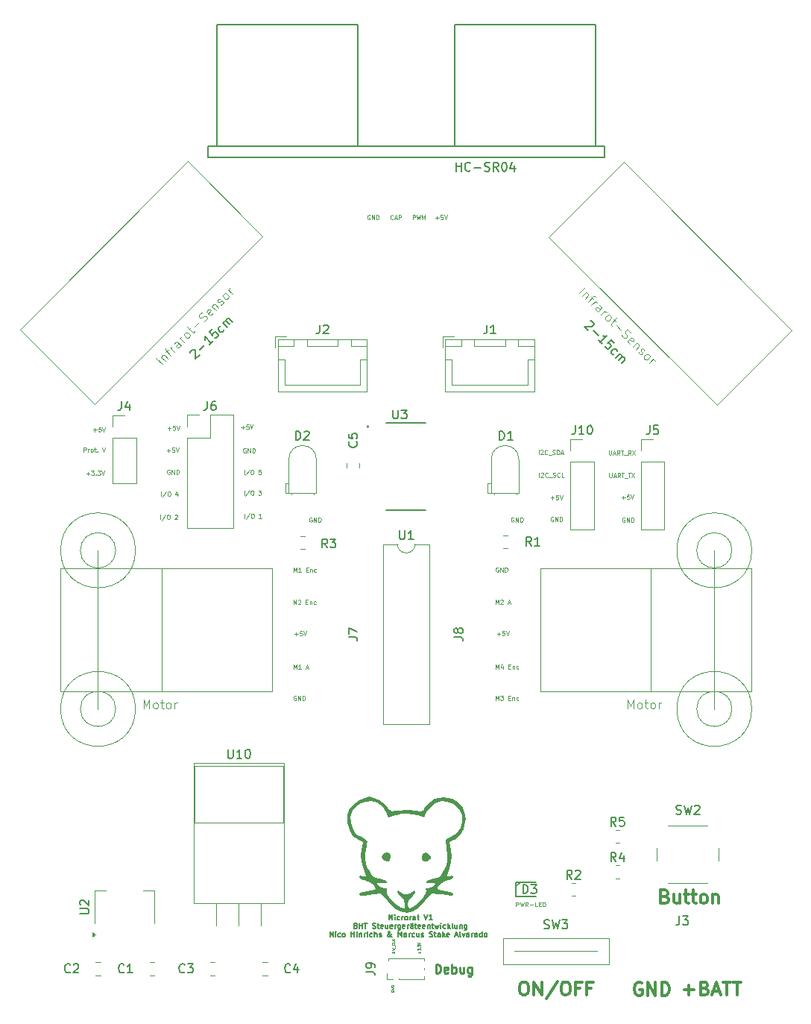
<source format=gbr>
%TF.GenerationSoftware,KiCad,Pcbnew,8.0.1*%
%TF.CreationDate,2024-06-02T16:30:41+02:00*%
%TF.ProjectId,Microrat,4d696372-6f72-4617-942e-6b696361645f,rev?*%
%TF.SameCoordinates,Original*%
%TF.FileFunction,Legend,Top*%
%TF.FilePolarity,Positive*%
%FSLAX46Y46*%
G04 Gerber Fmt 4.6, Leading zero omitted, Abs format (unit mm)*
G04 Created by KiCad (PCBNEW 8.0.1) date 2024-06-02 16:30:41*
%MOMM*%
%LPD*%
G01*
G04 APERTURE LIST*
%ADD10C,0.300000*%
%ADD11C,0.125000*%
%ADD12C,0.150000*%
%ADD13C,0.075000*%
%ADD14C,0.250000*%
%ADD15C,0.200000*%
%ADD16C,0.100000*%
%ADD17C,0.120000*%
%ADD18C,0.127000*%
%ADD19C,0.000000*%
G04 APERTURE END LIST*
D10*
X251243315Y-218495922D02*
X251529029Y-218495922D01*
X251529029Y-218495922D02*
X251671886Y-218567351D01*
X251671886Y-218567351D02*
X251814743Y-218710208D01*
X251814743Y-218710208D02*
X251886172Y-218995922D01*
X251886172Y-218995922D02*
X251886172Y-219495922D01*
X251886172Y-219495922D02*
X251814743Y-219781636D01*
X251814743Y-219781636D02*
X251671886Y-219924494D01*
X251671886Y-219924494D02*
X251529029Y-219995922D01*
X251529029Y-219995922D02*
X251243315Y-219995922D01*
X251243315Y-219995922D02*
X251100458Y-219924494D01*
X251100458Y-219924494D02*
X250957600Y-219781636D01*
X250957600Y-219781636D02*
X250886172Y-219495922D01*
X250886172Y-219495922D02*
X250886172Y-218995922D01*
X250886172Y-218995922D02*
X250957600Y-218710208D01*
X250957600Y-218710208D02*
X251100458Y-218567351D01*
X251100458Y-218567351D02*
X251243315Y-218495922D01*
X252529029Y-219995922D02*
X252529029Y-218495922D01*
X252529029Y-218495922D02*
X253386172Y-219995922D01*
X253386172Y-219995922D02*
X253386172Y-218495922D01*
X255171887Y-218424494D02*
X253886173Y-220353065D01*
X255957602Y-218495922D02*
X256243316Y-218495922D01*
X256243316Y-218495922D02*
X256386173Y-218567351D01*
X256386173Y-218567351D02*
X256529030Y-218710208D01*
X256529030Y-218710208D02*
X256600459Y-218995922D01*
X256600459Y-218995922D02*
X256600459Y-219495922D01*
X256600459Y-219495922D02*
X256529030Y-219781636D01*
X256529030Y-219781636D02*
X256386173Y-219924494D01*
X256386173Y-219924494D02*
X256243316Y-219995922D01*
X256243316Y-219995922D02*
X255957602Y-219995922D01*
X255957602Y-219995922D02*
X255814745Y-219924494D01*
X255814745Y-219924494D02*
X255671887Y-219781636D01*
X255671887Y-219781636D02*
X255600459Y-219495922D01*
X255600459Y-219495922D02*
X255600459Y-218995922D01*
X255600459Y-218995922D02*
X255671887Y-218710208D01*
X255671887Y-218710208D02*
X255814745Y-218567351D01*
X255814745Y-218567351D02*
X255957602Y-218495922D01*
X257743316Y-219210208D02*
X257243316Y-219210208D01*
X257243316Y-219995922D02*
X257243316Y-218495922D01*
X257243316Y-218495922D02*
X257957602Y-218495922D01*
X259029030Y-219210208D02*
X258529030Y-219210208D01*
X258529030Y-219995922D02*
X258529030Y-218495922D01*
X258529030Y-218495922D02*
X259243316Y-218495922D01*
D11*
X225330665Y-179000687D02*
X225711618Y-179000687D01*
X225521141Y-179191163D02*
X225521141Y-178810211D01*
X226187808Y-178691163D02*
X225949713Y-178691163D01*
X225949713Y-178691163D02*
X225925904Y-178929258D01*
X225925904Y-178929258D02*
X225949713Y-178905449D01*
X225949713Y-178905449D02*
X225997332Y-178881639D01*
X225997332Y-178881639D02*
X226116380Y-178881639D01*
X226116380Y-178881639D02*
X226163999Y-178905449D01*
X226163999Y-178905449D02*
X226187808Y-178929258D01*
X226187808Y-178929258D02*
X226211618Y-178976877D01*
X226211618Y-178976877D02*
X226211618Y-179095925D01*
X226211618Y-179095925D02*
X226187808Y-179143544D01*
X226187808Y-179143544D02*
X226163999Y-179167354D01*
X226163999Y-179167354D02*
X226116380Y-179191163D01*
X226116380Y-179191163D02*
X225997332Y-179191163D01*
X225997332Y-179191163D02*
X225949713Y-179167354D01*
X225949713Y-179167354D02*
X225925904Y-179143544D01*
X226354475Y-178691163D02*
X226521141Y-179191163D01*
X226521141Y-179191163D02*
X226687808Y-178691163D01*
X219596755Y-160859207D02*
X219596755Y-160359207D01*
X220191993Y-160335398D02*
X219763422Y-160978255D01*
X220453898Y-160359207D02*
X220549136Y-160359207D01*
X220549136Y-160359207D02*
X220596755Y-160383017D01*
X220596755Y-160383017D02*
X220644374Y-160430636D01*
X220644374Y-160430636D02*
X220668184Y-160525874D01*
X220668184Y-160525874D02*
X220668184Y-160692540D01*
X220668184Y-160692540D02*
X220644374Y-160787778D01*
X220644374Y-160787778D02*
X220596755Y-160835398D01*
X220596755Y-160835398D02*
X220549136Y-160859207D01*
X220549136Y-160859207D02*
X220453898Y-160859207D01*
X220453898Y-160859207D02*
X220406279Y-160835398D01*
X220406279Y-160835398D02*
X220358660Y-160787778D01*
X220358660Y-160787778D02*
X220334851Y-160692540D01*
X220334851Y-160692540D02*
X220334851Y-160525874D01*
X220334851Y-160525874D02*
X220358660Y-160430636D01*
X220358660Y-160430636D02*
X220406279Y-160383017D01*
X220406279Y-160383017D02*
X220453898Y-160359207D01*
X221501517Y-160359207D02*
X221263422Y-160359207D01*
X221263422Y-160359207D02*
X221239613Y-160597302D01*
X221239613Y-160597302D02*
X221263422Y-160573493D01*
X221263422Y-160573493D02*
X221311041Y-160549683D01*
X221311041Y-160549683D02*
X221430089Y-160549683D01*
X221430089Y-160549683D02*
X221477708Y-160573493D01*
X221477708Y-160573493D02*
X221501517Y-160597302D01*
X221501517Y-160597302D02*
X221525327Y-160644921D01*
X221525327Y-160644921D02*
X221525327Y-160763969D01*
X221525327Y-160763969D02*
X221501517Y-160811588D01*
X221501517Y-160811588D02*
X221477708Y-160835398D01*
X221477708Y-160835398D02*
X221430089Y-160859207D01*
X221430089Y-160859207D02*
X221311041Y-160859207D01*
X221311041Y-160859207D02*
X221263422Y-160835398D01*
X221263422Y-160835398D02*
X221239613Y-160811588D01*
X219596755Y-163203281D02*
X219596755Y-162703281D01*
X220191993Y-162679472D02*
X219763422Y-163322329D01*
X220453898Y-162703281D02*
X220549136Y-162703281D01*
X220549136Y-162703281D02*
X220596755Y-162727091D01*
X220596755Y-162727091D02*
X220644374Y-162774710D01*
X220644374Y-162774710D02*
X220668184Y-162869948D01*
X220668184Y-162869948D02*
X220668184Y-163036614D01*
X220668184Y-163036614D02*
X220644374Y-163131852D01*
X220644374Y-163131852D02*
X220596755Y-163179472D01*
X220596755Y-163179472D02*
X220549136Y-163203281D01*
X220549136Y-163203281D02*
X220453898Y-163203281D01*
X220453898Y-163203281D02*
X220406279Y-163179472D01*
X220406279Y-163179472D02*
X220358660Y-163131852D01*
X220358660Y-163131852D02*
X220334851Y-163036614D01*
X220334851Y-163036614D02*
X220334851Y-162869948D01*
X220334851Y-162869948D02*
X220358660Y-162774710D01*
X220358660Y-162774710D02*
X220406279Y-162727091D01*
X220406279Y-162727091D02*
X220453898Y-162703281D01*
X221215803Y-162703281D02*
X221525327Y-162703281D01*
X221525327Y-162703281D02*
X221358660Y-162893757D01*
X221358660Y-162893757D02*
X221430089Y-162893757D01*
X221430089Y-162893757D02*
X221477708Y-162917567D01*
X221477708Y-162917567D02*
X221501517Y-162941376D01*
X221501517Y-162941376D02*
X221525327Y-162988995D01*
X221525327Y-162988995D02*
X221525327Y-163108043D01*
X221525327Y-163108043D02*
X221501517Y-163155662D01*
X221501517Y-163155662D02*
X221477708Y-163179472D01*
X221477708Y-163179472D02*
X221430089Y-163203281D01*
X221430089Y-163203281D02*
X221287232Y-163203281D01*
X221287232Y-163203281D02*
X221239613Y-163179472D01*
X221239613Y-163179472D02*
X221215803Y-163155662D01*
X254398886Y-163527984D02*
X254779839Y-163527984D01*
X254589362Y-163718460D02*
X254589362Y-163337508D01*
X255256029Y-163218460D02*
X255017934Y-163218460D01*
X255017934Y-163218460D02*
X254994125Y-163456555D01*
X254994125Y-163456555D02*
X255017934Y-163432746D01*
X255017934Y-163432746D02*
X255065553Y-163408936D01*
X255065553Y-163408936D02*
X255184601Y-163408936D01*
X255184601Y-163408936D02*
X255232220Y-163432746D01*
X255232220Y-163432746D02*
X255256029Y-163456555D01*
X255256029Y-163456555D02*
X255279839Y-163504174D01*
X255279839Y-163504174D02*
X255279839Y-163623222D01*
X255279839Y-163623222D02*
X255256029Y-163670841D01*
X255256029Y-163670841D02*
X255232220Y-163694651D01*
X255232220Y-163694651D02*
X255184601Y-163718460D01*
X255184601Y-163718460D02*
X255065553Y-163718460D01*
X255065553Y-163718460D02*
X255017934Y-163694651D01*
X255017934Y-163694651D02*
X254994125Y-163670841D01*
X255422696Y-163218460D02*
X255589362Y-163718460D01*
X255589362Y-163718460D02*
X255756029Y-163218460D01*
X202466928Y-155822924D02*
X202847881Y-155822924D01*
X202657404Y-156013400D02*
X202657404Y-155632448D01*
X203324071Y-155513400D02*
X203085976Y-155513400D01*
X203085976Y-155513400D02*
X203062167Y-155751495D01*
X203062167Y-155751495D02*
X203085976Y-155727686D01*
X203085976Y-155727686D02*
X203133595Y-155703876D01*
X203133595Y-155703876D02*
X203252643Y-155703876D01*
X203252643Y-155703876D02*
X203300262Y-155727686D01*
X203300262Y-155727686D02*
X203324071Y-155751495D01*
X203324071Y-155751495D02*
X203347881Y-155799114D01*
X203347881Y-155799114D02*
X203347881Y-155918162D01*
X203347881Y-155918162D02*
X203324071Y-155965781D01*
X203324071Y-155965781D02*
X203300262Y-155989591D01*
X203300262Y-155989591D02*
X203252643Y-156013400D01*
X203252643Y-156013400D02*
X203133595Y-156013400D01*
X203133595Y-156013400D02*
X203085976Y-155989591D01*
X203085976Y-155989591D02*
X203062167Y-155965781D01*
X203490738Y-155513400D02*
X203657404Y-156013400D01*
X203657404Y-156013400D02*
X203824071Y-155513400D01*
X219771843Y-157930420D02*
X219724224Y-157906610D01*
X219724224Y-157906610D02*
X219652795Y-157906610D01*
X219652795Y-157906610D02*
X219581367Y-157930420D01*
X219581367Y-157930420D02*
X219533748Y-157978039D01*
X219533748Y-157978039D02*
X219509938Y-158025658D01*
X219509938Y-158025658D02*
X219486129Y-158120896D01*
X219486129Y-158120896D02*
X219486129Y-158192324D01*
X219486129Y-158192324D02*
X219509938Y-158287562D01*
X219509938Y-158287562D02*
X219533748Y-158335181D01*
X219533748Y-158335181D02*
X219581367Y-158382801D01*
X219581367Y-158382801D02*
X219652795Y-158406610D01*
X219652795Y-158406610D02*
X219700414Y-158406610D01*
X219700414Y-158406610D02*
X219771843Y-158382801D01*
X219771843Y-158382801D02*
X219795652Y-158358991D01*
X219795652Y-158358991D02*
X219795652Y-158192324D01*
X219795652Y-158192324D02*
X219700414Y-158192324D01*
X220009938Y-158406610D02*
X220009938Y-157906610D01*
X220009938Y-157906610D02*
X220295652Y-158406610D01*
X220295652Y-158406610D02*
X220295652Y-157906610D01*
X220533748Y-158406610D02*
X220533748Y-157906610D01*
X220533748Y-157906610D02*
X220652796Y-157906610D01*
X220652796Y-157906610D02*
X220724224Y-157930420D01*
X220724224Y-157930420D02*
X220771843Y-157978039D01*
X220771843Y-157978039D02*
X220795653Y-158025658D01*
X220795653Y-158025658D02*
X220819462Y-158120896D01*
X220819462Y-158120896D02*
X220819462Y-158192324D01*
X220819462Y-158192324D02*
X220795653Y-158287562D01*
X220795653Y-158287562D02*
X220771843Y-158335181D01*
X220771843Y-158335181D02*
X220724224Y-158382801D01*
X220724224Y-158382801D02*
X220652796Y-158406610D01*
X220652796Y-158406610D02*
X220533748Y-158406610D01*
X262494625Y-163484575D02*
X262875578Y-163484575D01*
X262685101Y-163675051D02*
X262685101Y-163294099D01*
X263351768Y-163175051D02*
X263113673Y-163175051D01*
X263113673Y-163175051D02*
X263089864Y-163413146D01*
X263089864Y-163413146D02*
X263113673Y-163389337D01*
X263113673Y-163389337D02*
X263161292Y-163365527D01*
X263161292Y-163365527D02*
X263280340Y-163365527D01*
X263280340Y-163365527D02*
X263327959Y-163389337D01*
X263327959Y-163389337D02*
X263351768Y-163413146D01*
X263351768Y-163413146D02*
X263375578Y-163460765D01*
X263375578Y-163460765D02*
X263375578Y-163579813D01*
X263375578Y-163579813D02*
X263351768Y-163627432D01*
X263351768Y-163627432D02*
X263327959Y-163651242D01*
X263327959Y-163651242D02*
X263280340Y-163675051D01*
X263280340Y-163675051D02*
X263161292Y-163675051D01*
X263161292Y-163675051D02*
X263113673Y-163651242D01*
X263113673Y-163651242D02*
X263089864Y-163627432D01*
X263518435Y-163175051D02*
X263685101Y-163675051D01*
X263685101Y-163675051D02*
X263851768Y-163175051D01*
X236525523Y-131884690D02*
X236501714Y-131908500D01*
X236501714Y-131908500D02*
X236430285Y-131932309D01*
X236430285Y-131932309D02*
X236382666Y-131932309D01*
X236382666Y-131932309D02*
X236311238Y-131908500D01*
X236311238Y-131908500D02*
X236263619Y-131860880D01*
X236263619Y-131860880D02*
X236239809Y-131813261D01*
X236239809Y-131813261D02*
X236216000Y-131718023D01*
X236216000Y-131718023D02*
X236216000Y-131646595D01*
X236216000Y-131646595D02*
X236239809Y-131551357D01*
X236239809Y-131551357D02*
X236263619Y-131503738D01*
X236263619Y-131503738D02*
X236311238Y-131456119D01*
X236311238Y-131456119D02*
X236382666Y-131432309D01*
X236382666Y-131432309D02*
X236430285Y-131432309D01*
X236430285Y-131432309D02*
X236501714Y-131456119D01*
X236501714Y-131456119D02*
X236525523Y-131479928D01*
X236716000Y-131789452D02*
X236954095Y-131789452D01*
X236668381Y-131932309D02*
X236835047Y-131432309D01*
X236835047Y-131432309D02*
X237001714Y-131932309D01*
X237168380Y-131932309D02*
X237168380Y-131432309D01*
X237168380Y-131432309D02*
X237358856Y-131432309D01*
X237358856Y-131432309D02*
X237406475Y-131456119D01*
X237406475Y-131456119D02*
X237430285Y-131479928D01*
X237430285Y-131479928D02*
X237454094Y-131527547D01*
X237454094Y-131527547D02*
X237454094Y-131598976D01*
X237454094Y-131598976D02*
X237430285Y-131646595D01*
X237430285Y-131646595D02*
X237406475Y-131670404D01*
X237406475Y-131670404D02*
X237358856Y-131694214D01*
X237358856Y-131694214D02*
X237168380Y-131694214D01*
D10*
X264753769Y-218616531D02*
X264610912Y-218545102D01*
X264610912Y-218545102D02*
X264396626Y-218545102D01*
X264396626Y-218545102D02*
X264182340Y-218616531D01*
X264182340Y-218616531D02*
X264039483Y-218759388D01*
X264039483Y-218759388D02*
X263968054Y-218902245D01*
X263968054Y-218902245D02*
X263896626Y-219187959D01*
X263896626Y-219187959D02*
X263896626Y-219402245D01*
X263896626Y-219402245D02*
X263968054Y-219687959D01*
X263968054Y-219687959D02*
X264039483Y-219830816D01*
X264039483Y-219830816D02*
X264182340Y-219973674D01*
X264182340Y-219973674D02*
X264396626Y-220045102D01*
X264396626Y-220045102D02*
X264539483Y-220045102D01*
X264539483Y-220045102D02*
X264753769Y-219973674D01*
X264753769Y-219973674D02*
X264825197Y-219902245D01*
X264825197Y-219902245D02*
X264825197Y-219402245D01*
X264825197Y-219402245D02*
X264539483Y-219402245D01*
X265468054Y-220045102D02*
X265468054Y-218545102D01*
X265468054Y-218545102D02*
X266325197Y-220045102D01*
X266325197Y-220045102D02*
X266325197Y-218545102D01*
X267039483Y-220045102D02*
X267039483Y-218545102D01*
X267039483Y-218545102D02*
X267396626Y-218545102D01*
X267396626Y-218545102D02*
X267610912Y-218616531D01*
X267610912Y-218616531D02*
X267753769Y-218759388D01*
X267753769Y-218759388D02*
X267825198Y-218902245D01*
X267825198Y-218902245D02*
X267896626Y-219187959D01*
X267896626Y-219187959D02*
X267896626Y-219402245D01*
X267896626Y-219402245D02*
X267825198Y-219687959D01*
X267825198Y-219687959D02*
X267753769Y-219830816D01*
X267753769Y-219830816D02*
X267610912Y-219973674D01*
X267610912Y-219973674D02*
X267396626Y-220045102D01*
X267396626Y-220045102D02*
X267039483Y-220045102D01*
D11*
X227276503Y-165781684D02*
X227228884Y-165757874D01*
X227228884Y-165757874D02*
X227157455Y-165757874D01*
X227157455Y-165757874D02*
X227086027Y-165781684D01*
X227086027Y-165781684D02*
X227038408Y-165829303D01*
X227038408Y-165829303D02*
X227014598Y-165876922D01*
X227014598Y-165876922D02*
X226990789Y-165972160D01*
X226990789Y-165972160D02*
X226990789Y-166043588D01*
X226990789Y-166043588D02*
X227014598Y-166138826D01*
X227014598Y-166138826D02*
X227038408Y-166186445D01*
X227038408Y-166186445D02*
X227086027Y-166234065D01*
X227086027Y-166234065D02*
X227157455Y-166257874D01*
X227157455Y-166257874D02*
X227205074Y-166257874D01*
X227205074Y-166257874D02*
X227276503Y-166234065D01*
X227276503Y-166234065D02*
X227300312Y-166210255D01*
X227300312Y-166210255D02*
X227300312Y-166043588D01*
X227300312Y-166043588D02*
X227205074Y-166043588D01*
X227514598Y-166257874D02*
X227514598Y-165757874D01*
X227514598Y-165757874D02*
X227800312Y-166257874D01*
X227800312Y-166257874D02*
X227800312Y-165757874D01*
X228038408Y-166257874D02*
X228038408Y-165757874D01*
X228038408Y-165757874D02*
X228157456Y-165757874D01*
X228157456Y-165757874D02*
X228228884Y-165781684D01*
X228228884Y-165781684D02*
X228276503Y-165829303D01*
X228276503Y-165829303D02*
X228300313Y-165876922D01*
X228300313Y-165876922D02*
X228324122Y-165972160D01*
X228324122Y-165972160D02*
X228324122Y-166043588D01*
X228324122Y-166043588D02*
X228300313Y-166138826D01*
X228300313Y-166138826D02*
X228276503Y-166186445D01*
X228276503Y-166186445D02*
X228228884Y-166234065D01*
X228228884Y-166234065D02*
X228157456Y-166257874D01*
X228157456Y-166257874D02*
X228038408Y-166257874D01*
X201381708Y-158314066D02*
X201381708Y-157814066D01*
X201381708Y-157814066D02*
X201572184Y-157814066D01*
X201572184Y-157814066D02*
X201619803Y-157837876D01*
X201619803Y-157837876D02*
X201643613Y-157861685D01*
X201643613Y-157861685D02*
X201667422Y-157909304D01*
X201667422Y-157909304D02*
X201667422Y-157980733D01*
X201667422Y-157980733D02*
X201643613Y-158028352D01*
X201643613Y-158028352D02*
X201619803Y-158052161D01*
X201619803Y-158052161D02*
X201572184Y-158075971D01*
X201572184Y-158075971D02*
X201381708Y-158075971D01*
X201881708Y-158314066D02*
X201881708Y-157980733D01*
X201881708Y-158075971D02*
X201905518Y-158028352D01*
X201905518Y-158028352D02*
X201929327Y-158004542D01*
X201929327Y-158004542D02*
X201976946Y-157980733D01*
X201976946Y-157980733D02*
X202024565Y-157980733D01*
X202262661Y-158314066D02*
X202215042Y-158290257D01*
X202215042Y-158290257D02*
X202191232Y-158266447D01*
X202191232Y-158266447D02*
X202167423Y-158218828D01*
X202167423Y-158218828D02*
X202167423Y-158075971D01*
X202167423Y-158075971D02*
X202191232Y-158028352D01*
X202191232Y-158028352D02*
X202215042Y-158004542D01*
X202215042Y-158004542D02*
X202262661Y-157980733D01*
X202262661Y-157980733D02*
X202334089Y-157980733D01*
X202334089Y-157980733D02*
X202381708Y-158004542D01*
X202381708Y-158004542D02*
X202405518Y-158028352D01*
X202405518Y-158028352D02*
X202429327Y-158075971D01*
X202429327Y-158075971D02*
X202429327Y-158218828D01*
X202429327Y-158218828D02*
X202405518Y-158266447D01*
X202405518Y-158266447D02*
X202381708Y-158290257D01*
X202381708Y-158290257D02*
X202334089Y-158314066D01*
X202334089Y-158314066D02*
X202262661Y-158314066D01*
X202572185Y-157980733D02*
X202762661Y-157980733D01*
X202643613Y-157814066D02*
X202643613Y-158242637D01*
X202643613Y-158242637D02*
X202667423Y-158290257D01*
X202667423Y-158290257D02*
X202715042Y-158314066D01*
X202715042Y-158314066D02*
X202762661Y-158314066D01*
X202929327Y-158266447D02*
X202953137Y-158290257D01*
X202953137Y-158290257D02*
X202929327Y-158314066D01*
X202929327Y-158314066D02*
X202905518Y-158290257D01*
X202905518Y-158290257D02*
X202929327Y-158266447D01*
X202929327Y-158266447D02*
X202929327Y-158314066D01*
X203476946Y-157814066D02*
X203643612Y-158314066D01*
X203643612Y-158314066D02*
X203810279Y-157814066D01*
X254682495Y-165738276D02*
X254634876Y-165714466D01*
X254634876Y-165714466D02*
X254563447Y-165714466D01*
X254563447Y-165714466D02*
X254492019Y-165738276D01*
X254492019Y-165738276D02*
X254444400Y-165785895D01*
X254444400Y-165785895D02*
X254420590Y-165833514D01*
X254420590Y-165833514D02*
X254396781Y-165928752D01*
X254396781Y-165928752D02*
X254396781Y-166000180D01*
X254396781Y-166000180D02*
X254420590Y-166095418D01*
X254420590Y-166095418D02*
X254444400Y-166143037D01*
X254444400Y-166143037D02*
X254492019Y-166190657D01*
X254492019Y-166190657D02*
X254563447Y-166214466D01*
X254563447Y-166214466D02*
X254611066Y-166214466D01*
X254611066Y-166214466D02*
X254682495Y-166190657D01*
X254682495Y-166190657D02*
X254706304Y-166166847D01*
X254706304Y-166166847D02*
X254706304Y-166000180D01*
X254706304Y-166000180D02*
X254611066Y-166000180D01*
X254920590Y-166214466D02*
X254920590Y-165714466D01*
X254920590Y-165714466D02*
X255206304Y-166214466D01*
X255206304Y-166214466D02*
X255206304Y-165714466D01*
X255444400Y-166214466D02*
X255444400Y-165714466D01*
X255444400Y-165714466D02*
X255563448Y-165714466D01*
X255563448Y-165714466D02*
X255634876Y-165738276D01*
X255634876Y-165738276D02*
X255682495Y-165785895D01*
X255682495Y-165785895D02*
X255706305Y-165833514D01*
X255706305Y-165833514D02*
X255730114Y-165928752D01*
X255730114Y-165928752D02*
X255730114Y-166000180D01*
X255730114Y-166000180D02*
X255706305Y-166095418D01*
X255706305Y-166095418D02*
X255682495Y-166143037D01*
X255682495Y-166143037D02*
X255634876Y-166190657D01*
X255634876Y-166190657D02*
X255563448Y-166214466D01*
X255563448Y-166214466D02*
X255444400Y-166214466D01*
X210085170Y-165975717D02*
X210085170Y-165475717D01*
X210680408Y-165451908D02*
X210251837Y-166094765D01*
X210942313Y-165475717D02*
X211037551Y-165475717D01*
X211037551Y-165475717D02*
X211085170Y-165499527D01*
X211085170Y-165499527D02*
X211132789Y-165547146D01*
X211132789Y-165547146D02*
X211156599Y-165642384D01*
X211156599Y-165642384D02*
X211156599Y-165809050D01*
X211156599Y-165809050D02*
X211132789Y-165904288D01*
X211132789Y-165904288D02*
X211085170Y-165951908D01*
X211085170Y-165951908D02*
X211037551Y-165975717D01*
X211037551Y-165975717D02*
X210942313Y-165975717D01*
X210942313Y-165975717D02*
X210894694Y-165951908D01*
X210894694Y-165951908D02*
X210847075Y-165904288D01*
X210847075Y-165904288D02*
X210823266Y-165809050D01*
X210823266Y-165809050D02*
X210823266Y-165642384D01*
X210823266Y-165642384D02*
X210847075Y-165547146D01*
X210847075Y-165547146D02*
X210894694Y-165499527D01*
X210894694Y-165499527D02*
X210942313Y-165475717D01*
X211728028Y-165523336D02*
X211751837Y-165499527D01*
X211751837Y-165499527D02*
X211799456Y-165475717D01*
X211799456Y-165475717D02*
X211918504Y-165475717D01*
X211918504Y-165475717D02*
X211966123Y-165499527D01*
X211966123Y-165499527D02*
X211989932Y-165523336D01*
X211989932Y-165523336D02*
X212013742Y-165570955D01*
X212013742Y-165570955D02*
X212013742Y-165618574D01*
X212013742Y-165618574D02*
X211989932Y-165690003D01*
X211989932Y-165690003D02*
X211704218Y-165975717D01*
X211704218Y-165975717D02*
X212013742Y-165975717D01*
D12*
X213472652Y-147063717D02*
X213472652Y-146996374D01*
X213472652Y-146996374D02*
X213506323Y-146895358D01*
X213506323Y-146895358D02*
X213674682Y-146727000D01*
X213674682Y-146727000D02*
X213775697Y-146693328D01*
X213775697Y-146693328D02*
X213843041Y-146693328D01*
X213843041Y-146693328D02*
X213944056Y-146727000D01*
X213944056Y-146727000D02*
X214011400Y-146794343D01*
X214011400Y-146794343D02*
X214078743Y-146929030D01*
X214078743Y-146929030D02*
X214078743Y-147737152D01*
X214078743Y-147737152D02*
X214516476Y-147299420D01*
X214550148Y-146727000D02*
X215088896Y-146188252D01*
X216065376Y-145750519D02*
X215661315Y-146154580D01*
X215863346Y-145952550D02*
X215156239Y-145245443D01*
X215156239Y-145245443D02*
X215189911Y-145413802D01*
X215189911Y-145413802D02*
X215189911Y-145548489D01*
X215189911Y-145548489D02*
X215156239Y-145649504D01*
X215998033Y-144403649D02*
X215661315Y-144740367D01*
X215661315Y-144740367D02*
X215964361Y-145110756D01*
X215964361Y-145110756D02*
X215964361Y-145043412D01*
X215964361Y-145043412D02*
X215998033Y-144942397D01*
X215998033Y-144942397D02*
X216166392Y-144774038D01*
X216166392Y-144774038D02*
X216267407Y-144740367D01*
X216267407Y-144740367D02*
X216334750Y-144740367D01*
X216334750Y-144740367D02*
X216435766Y-144774038D01*
X216435766Y-144774038D02*
X216604124Y-144942397D01*
X216604124Y-144942397D02*
X216637796Y-145043412D01*
X216637796Y-145043412D02*
X216637796Y-145110756D01*
X216637796Y-145110756D02*
X216604124Y-145211771D01*
X216604124Y-145211771D02*
X216435766Y-145380130D01*
X216435766Y-145380130D02*
X216334750Y-145413802D01*
X216334750Y-145413802D02*
X216267407Y-145413802D01*
X217311231Y-144437321D02*
X217277559Y-144538336D01*
X217277559Y-144538336D02*
X217142872Y-144673023D01*
X217142872Y-144673023D02*
X217041857Y-144706695D01*
X217041857Y-144706695D02*
X216974514Y-144706695D01*
X216974514Y-144706695D02*
X216873498Y-144673023D01*
X216873498Y-144673023D02*
X216671468Y-144470992D01*
X216671468Y-144470992D02*
X216637796Y-144369977D01*
X216637796Y-144369977D02*
X216637796Y-144302634D01*
X216637796Y-144302634D02*
X216671468Y-144201618D01*
X216671468Y-144201618D02*
X216806155Y-144066931D01*
X216806155Y-144066931D02*
X216907170Y-144033260D01*
X217647949Y-144167947D02*
X217176544Y-143696542D01*
X217243888Y-143763886D02*
X217243888Y-143696542D01*
X217243888Y-143696542D02*
X217277559Y-143595527D01*
X217277559Y-143595527D02*
X217378575Y-143494512D01*
X217378575Y-143494512D02*
X217479590Y-143460840D01*
X217479590Y-143460840D02*
X217580605Y-143494512D01*
X217580605Y-143494512D02*
X217950995Y-143864901D01*
X217580605Y-143494512D02*
X217546933Y-143393496D01*
X217546933Y-143393496D02*
X217580605Y-143292481D01*
X217580605Y-143292481D02*
X217681620Y-143191466D01*
X217681620Y-143191466D02*
X217782636Y-143157794D01*
X217782636Y-143157794D02*
X217883651Y-143191466D01*
X217883651Y-143191466D02*
X218254040Y-143561855D01*
D11*
X253053213Y-158617928D02*
X253053213Y-158117928D01*
X253267499Y-158165547D02*
X253291308Y-158141738D01*
X253291308Y-158141738D02*
X253338927Y-158117928D01*
X253338927Y-158117928D02*
X253457975Y-158117928D01*
X253457975Y-158117928D02*
X253505594Y-158141738D01*
X253505594Y-158141738D02*
X253529403Y-158165547D01*
X253529403Y-158165547D02*
X253553213Y-158213166D01*
X253553213Y-158213166D02*
X253553213Y-158260785D01*
X253553213Y-158260785D02*
X253529403Y-158332214D01*
X253529403Y-158332214D02*
X253243689Y-158617928D01*
X253243689Y-158617928D02*
X253553213Y-158617928D01*
X254053212Y-158570309D02*
X254029403Y-158594119D01*
X254029403Y-158594119D02*
X253957974Y-158617928D01*
X253957974Y-158617928D02*
X253910355Y-158617928D01*
X253910355Y-158617928D02*
X253838927Y-158594119D01*
X253838927Y-158594119D02*
X253791308Y-158546499D01*
X253791308Y-158546499D02*
X253767498Y-158498880D01*
X253767498Y-158498880D02*
X253743689Y-158403642D01*
X253743689Y-158403642D02*
X253743689Y-158332214D01*
X253743689Y-158332214D02*
X253767498Y-158236976D01*
X253767498Y-158236976D02*
X253791308Y-158189357D01*
X253791308Y-158189357D02*
X253838927Y-158141738D01*
X253838927Y-158141738D02*
X253910355Y-158117928D01*
X253910355Y-158117928D02*
X253957974Y-158117928D01*
X253957974Y-158117928D02*
X254029403Y-158141738D01*
X254029403Y-158141738D02*
X254053212Y-158165547D01*
X254148451Y-158665547D02*
X254529403Y-158665547D01*
X254624641Y-158594119D02*
X254696069Y-158617928D01*
X254696069Y-158617928D02*
X254815117Y-158617928D01*
X254815117Y-158617928D02*
X254862736Y-158594119D01*
X254862736Y-158594119D02*
X254886545Y-158570309D01*
X254886545Y-158570309D02*
X254910355Y-158522690D01*
X254910355Y-158522690D02*
X254910355Y-158475071D01*
X254910355Y-158475071D02*
X254886545Y-158427452D01*
X254886545Y-158427452D02*
X254862736Y-158403642D01*
X254862736Y-158403642D02*
X254815117Y-158379833D01*
X254815117Y-158379833D02*
X254719879Y-158356023D01*
X254719879Y-158356023D02*
X254672260Y-158332214D01*
X254672260Y-158332214D02*
X254648450Y-158308404D01*
X254648450Y-158308404D02*
X254624641Y-158260785D01*
X254624641Y-158260785D02*
X254624641Y-158213166D01*
X254624641Y-158213166D02*
X254648450Y-158165547D01*
X254648450Y-158165547D02*
X254672260Y-158141738D01*
X254672260Y-158141738D02*
X254719879Y-158117928D01*
X254719879Y-158117928D02*
X254838926Y-158117928D01*
X254838926Y-158117928D02*
X254910355Y-158141738D01*
X255124640Y-158617928D02*
X255124640Y-158117928D01*
X255124640Y-158117928D02*
X255243688Y-158117928D01*
X255243688Y-158117928D02*
X255315116Y-158141738D01*
X255315116Y-158141738D02*
X255362735Y-158189357D01*
X255362735Y-158189357D02*
X255386545Y-158236976D01*
X255386545Y-158236976D02*
X255410354Y-158332214D01*
X255410354Y-158332214D02*
X255410354Y-158403642D01*
X255410354Y-158403642D02*
X255386545Y-158498880D01*
X255386545Y-158498880D02*
X255362735Y-158546499D01*
X255362735Y-158546499D02*
X255315116Y-158594119D01*
X255315116Y-158594119D02*
X255243688Y-158617928D01*
X255243688Y-158617928D02*
X255124640Y-158617928D01*
X255600831Y-158475071D02*
X255838926Y-158475071D01*
X255553212Y-158617928D02*
X255719878Y-158117928D01*
X255719878Y-158117928D02*
X255886545Y-158617928D01*
X238743049Y-131932309D02*
X238743049Y-131432309D01*
X238743049Y-131432309D02*
X238933525Y-131432309D01*
X238933525Y-131432309D02*
X238981144Y-131456119D01*
X238981144Y-131456119D02*
X239004954Y-131479928D01*
X239004954Y-131479928D02*
X239028763Y-131527547D01*
X239028763Y-131527547D02*
X239028763Y-131598976D01*
X239028763Y-131598976D02*
X239004954Y-131646595D01*
X239004954Y-131646595D02*
X238981144Y-131670404D01*
X238981144Y-131670404D02*
X238933525Y-131694214D01*
X238933525Y-131694214D02*
X238743049Y-131694214D01*
X239195430Y-131432309D02*
X239314478Y-131932309D01*
X239314478Y-131932309D02*
X239409716Y-131575166D01*
X239409716Y-131575166D02*
X239504954Y-131932309D01*
X239504954Y-131932309D02*
X239624002Y-131432309D01*
X239814478Y-131932309D02*
X239814478Y-131432309D01*
X239814478Y-131432309D02*
X239981145Y-131789452D01*
X239981145Y-131789452D02*
X240147811Y-131432309D01*
X240147811Y-131432309D02*
X240147811Y-131932309D01*
X219249485Y-155546494D02*
X219630438Y-155546494D01*
X219439961Y-155736970D02*
X219439961Y-155356018D01*
X220106628Y-155236970D02*
X219868533Y-155236970D01*
X219868533Y-155236970D02*
X219844724Y-155475065D01*
X219844724Y-155475065D02*
X219868533Y-155451256D01*
X219868533Y-155451256D02*
X219916152Y-155427446D01*
X219916152Y-155427446D02*
X220035200Y-155427446D01*
X220035200Y-155427446D02*
X220082819Y-155451256D01*
X220082819Y-155451256D02*
X220106628Y-155475065D01*
X220106628Y-155475065D02*
X220130438Y-155522684D01*
X220130438Y-155522684D02*
X220130438Y-155641732D01*
X220130438Y-155641732D02*
X220106628Y-155689351D01*
X220106628Y-155689351D02*
X220082819Y-155713161D01*
X220082819Y-155713161D02*
X220035200Y-155736970D01*
X220035200Y-155736970D02*
X219916152Y-155736970D01*
X219916152Y-155736970D02*
X219868533Y-155713161D01*
X219868533Y-155713161D02*
X219844724Y-155689351D01*
X220273295Y-155236970D02*
X220439961Y-155736970D01*
X220439961Y-155736970D02*
X220606628Y-155236970D01*
D13*
X236588169Y-219653967D02*
X236602454Y-219611110D01*
X236602454Y-219611110D02*
X236602454Y-219539681D01*
X236602454Y-219539681D02*
X236588169Y-219511110D01*
X236588169Y-219511110D02*
X236573883Y-219496824D01*
X236573883Y-219496824D02*
X236545311Y-219482538D01*
X236545311Y-219482538D02*
X236516740Y-219482538D01*
X236516740Y-219482538D02*
X236488169Y-219496824D01*
X236488169Y-219496824D02*
X236473883Y-219511110D01*
X236473883Y-219511110D02*
X236459597Y-219539681D01*
X236459597Y-219539681D02*
X236445311Y-219596824D01*
X236445311Y-219596824D02*
X236431026Y-219625395D01*
X236431026Y-219625395D02*
X236416740Y-219639681D01*
X236416740Y-219639681D02*
X236388169Y-219653967D01*
X236388169Y-219653967D02*
X236359597Y-219653967D01*
X236359597Y-219653967D02*
X236331026Y-219639681D01*
X236331026Y-219639681D02*
X236316740Y-219625395D01*
X236316740Y-219625395D02*
X236302454Y-219596824D01*
X236302454Y-219596824D02*
X236302454Y-219525395D01*
X236302454Y-219525395D02*
X236316740Y-219482538D01*
X236302454Y-219382538D02*
X236602454Y-219311110D01*
X236602454Y-219311110D02*
X236388169Y-219253967D01*
X236388169Y-219253967D02*
X236602454Y-219196824D01*
X236602454Y-219196824D02*
X236302454Y-219125396D01*
X236602454Y-219011110D02*
X236302454Y-219011110D01*
X236302454Y-219011110D02*
X236302454Y-218939681D01*
X236302454Y-218939681D02*
X236316740Y-218896824D01*
X236316740Y-218896824D02*
X236345311Y-218868253D01*
X236345311Y-218868253D02*
X236373883Y-218853967D01*
X236373883Y-218853967D02*
X236431026Y-218839681D01*
X236431026Y-218839681D02*
X236473883Y-218839681D01*
X236473883Y-218839681D02*
X236531026Y-218853967D01*
X236531026Y-218853967D02*
X236559597Y-218868253D01*
X236559597Y-218868253D02*
X236588169Y-218896824D01*
X236588169Y-218896824D02*
X236602454Y-218939681D01*
X236602454Y-218939681D02*
X236602454Y-219011110D01*
D11*
X262821643Y-165803389D02*
X262774024Y-165779579D01*
X262774024Y-165779579D02*
X262702595Y-165779579D01*
X262702595Y-165779579D02*
X262631167Y-165803389D01*
X262631167Y-165803389D02*
X262583548Y-165851008D01*
X262583548Y-165851008D02*
X262559738Y-165898627D01*
X262559738Y-165898627D02*
X262535929Y-165993865D01*
X262535929Y-165993865D02*
X262535929Y-166065293D01*
X262535929Y-166065293D02*
X262559738Y-166160531D01*
X262559738Y-166160531D02*
X262583548Y-166208150D01*
X262583548Y-166208150D02*
X262631167Y-166255770D01*
X262631167Y-166255770D02*
X262702595Y-166279579D01*
X262702595Y-166279579D02*
X262750214Y-166279579D01*
X262750214Y-166279579D02*
X262821643Y-166255770D01*
X262821643Y-166255770D02*
X262845452Y-166231960D01*
X262845452Y-166231960D02*
X262845452Y-166065293D01*
X262845452Y-166065293D02*
X262750214Y-166065293D01*
X263059738Y-166279579D02*
X263059738Y-165779579D01*
X263059738Y-165779579D02*
X263345452Y-166279579D01*
X263345452Y-166279579D02*
X263345452Y-165779579D01*
X263583548Y-166279579D02*
X263583548Y-165779579D01*
X263583548Y-165779579D02*
X263702596Y-165779579D01*
X263702596Y-165779579D02*
X263774024Y-165803389D01*
X263774024Y-165803389D02*
X263821643Y-165851008D01*
X263821643Y-165851008D02*
X263845453Y-165898627D01*
X263845453Y-165898627D02*
X263869262Y-165993865D01*
X263869262Y-165993865D02*
X263869262Y-166065293D01*
X263869262Y-166065293D02*
X263845453Y-166160531D01*
X263845453Y-166160531D02*
X263821643Y-166208150D01*
X263821643Y-166208150D02*
X263774024Y-166255770D01*
X263774024Y-166255770D02*
X263702596Y-166279579D01*
X263702596Y-166279579D02*
X263583548Y-166279579D01*
X225476813Y-186051059D02*
X225429194Y-186027249D01*
X225429194Y-186027249D02*
X225357765Y-186027249D01*
X225357765Y-186027249D02*
X225286337Y-186051059D01*
X225286337Y-186051059D02*
X225238718Y-186098678D01*
X225238718Y-186098678D02*
X225214908Y-186146297D01*
X225214908Y-186146297D02*
X225191099Y-186241535D01*
X225191099Y-186241535D02*
X225191099Y-186312963D01*
X225191099Y-186312963D02*
X225214908Y-186408201D01*
X225214908Y-186408201D02*
X225238718Y-186455820D01*
X225238718Y-186455820D02*
X225286337Y-186503440D01*
X225286337Y-186503440D02*
X225357765Y-186527249D01*
X225357765Y-186527249D02*
X225405384Y-186527249D01*
X225405384Y-186527249D02*
X225476813Y-186503440D01*
X225476813Y-186503440D02*
X225500622Y-186479630D01*
X225500622Y-186479630D02*
X225500622Y-186312963D01*
X225500622Y-186312963D02*
X225405384Y-186312963D01*
X225714908Y-186527249D02*
X225714908Y-186027249D01*
X225714908Y-186027249D02*
X226000622Y-186527249D01*
X226000622Y-186527249D02*
X226000622Y-186027249D01*
X226238718Y-186527249D02*
X226238718Y-186027249D01*
X226238718Y-186027249D02*
X226357766Y-186027249D01*
X226357766Y-186027249D02*
X226429194Y-186051059D01*
X226429194Y-186051059D02*
X226476813Y-186098678D01*
X226476813Y-186098678D02*
X226500623Y-186146297D01*
X226500623Y-186146297D02*
X226524432Y-186241535D01*
X226524432Y-186241535D02*
X226524432Y-186312963D01*
X226524432Y-186312963D02*
X226500623Y-186408201D01*
X226500623Y-186408201D02*
X226476813Y-186455820D01*
X226476813Y-186455820D02*
X226429194Y-186503440D01*
X226429194Y-186503440D02*
X226357766Y-186527249D01*
X226357766Y-186527249D02*
X226238718Y-186527249D01*
X261018726Y-158139632D02*
X261018726Y-158544394D01*
X261018726Y-158544394D02*
X261042536Y-158592013D01*
X261042536Y-158592013D02*
X261066345Y-158615823D01*
X261066345Y-158615823D02*
X261113964Y-158639632D01*
X261113964Y-158639632D02*
X261209202Y-158639632D01*
X261209202Y-158639632D02*
X261256821Y-158615823D01*
X261256821Y-158615823D02*
X261280631Y-158592013D01*
X261280631Y-158592013D02*
X261304440Y-158544394D01*
X261304440Y-158544394D02*
X261304440Y-158139632D01*
X261518727Y-158496775D02*
X261756822Y-158496775D01*
X261471108Y-158639632D02*
X261637774Y-158139632D01*
X261637774Y-158139632D02*
X261804441Y-158639632D01*
X262256821Y-158639632D02*
X262090155Y-158401537D01*
X261971107Y-158639632D02*
X261971107Y-158139632D01*
X261971107Y-158139632D02*
X262161583Y-158139632D01*
X262161583Y-158139632D02*
X262209202Y-158163442D01*
X262209202Y-158163442D02*
X262233012Y-158187251D01*
X262233012Y-158187251D02*
X262256821Y-158234870D01*
X262256821Y-158234870D02*
X262256821Y-158306299D01*
X262256821Y-158306299D02*
X262233012Y-158353918D01*
X262233012Y-158353918D02*
X262209202Y-158377727D01*
X262209202Y-158377727D02*
X262161583Y-158401537D01*
X262161583Y-158401537D02*
X261971107Y-158401537D01*
X262399679Y-158139632D02*
X262685393Y-158139632D01*
X262542536Y-158639632D02*
X262542536Y-158139632D01*
X262733012Y-158687251D02*
X263113964Y-158687251D01*
X263518725Y-158639632D02*
X263352059Y-158401537D01*
X263233011Y-158639632D02*
X263233011Y-158139632D01*
X263233011Y-158139632D02*
X263423487Y-158139632D01*
X263423487Y-158139632D02*
X263471106Y-158163442D01*
X263471106Y-158163442D02*
X263494916Y-158187251D01*
X263494916Y-158187251D02*
X263518725Y-158234870D01*
X263518725Y-158234870D02*
X263518725Y-158306299D01*
X263518725Y-158306299D02*
X263494916Y-158353918D01*
X263494916Y-158353918D02*
X263471106Y-158377727D01*
X263471106Y-158377727D02*
X263423487Y-158401537D01*
X263423487Y-158401537D02*
X263233011Y-158401537D01*
X263685392Y-158139632D02*
X264018725Y-158639632D01*
X264018725Y-158139632D02*
X263685392Y-158639632D01*
X250215607Y-165776047D02*
X250167988Y-165752237D01*
X250167988Y-165752237D02*
X250096559Y-165752237D01*
X250096559Y-165752237D02*
X250025131Y-165776047D01*
X250025131Y-165776047D02*
X249977512Y-165823666D01*
X249977512Y-165823666D02*
X249953702Y-165871285D01*
X249953702Y-165871285D02*
X249929893Y-165966523D01*
X249929893Y-165966523D02*
X249929893Y-166037951D01*
X249929893Y-166037951D02*
X249953702Y-166133189D01*
X249953702Y-166133189D02*
X249977512Y-166180808D01*
X249977512Y-166180808D02*
X250025131Y-166228428D01*
X250025131Y-166228428D02*
X250096559Y-166252237D01*
X250096559Y-166252237D02*
X250144178Y-166252237D01*
X250144178Y-166252237D02*
X250215607Y-166228428D01*
X250215607Y-166228428D02*
X250239416Y-166204618D01*
X250239416Y-166204618D02*
X250239416Y-166037951D01*
X250239416Y-166037951D02*
X250144178Y-166037951D01*
X250453702Y-166252237D02*
X250453702Y-165752237D01*
X250453702Y-165752237D02*
X250739416Y-166252237D01*
X250739416Y-166252237D02*
X250739416Y-165752237D01*
X250977512Y-166252237D02*
X250977512Y-165752237D01*
X250977512Y-165752237D02*
X251096560Y-165752237D01*
X251096560Y-165752237D02*
X251167988Y-165776047D01*
X251167988Y-165776047D02*
X251215607Y-165823666D01*
X251215607Y-165823666D02*
X251239417Y-165871285D01*
X251239417Y-165871285D02*
X251263226Y-165966523D01*
X251263226Y-165966523D02*
X251263226Y-166037951D01*
X251263226Y-166037951D02*
X251239417Y-166133189D01*
X251239417Y-166133189D02*
X251215607Y-166180808D01*
X251215607Y-166180808D02*
X251167988Y-166228428D01*
X251167988Y-166228428D02*
X251096560Y-166252237D01*
X251096560Y-166252237D02*
X250977512Y-166252237D01*
D12*
X258936282Y-143472652D02*
X259003625Y-143472652D01*
X259003625Y-143472652D02*
X259104641Y-143506323D01*
X259104641Y-143506323D02*
X259272999Y-143674682D01*
X259272999Y-143674682D02*
X259306671Y-143775697D01*
X259306671Y-143775697D02*
X259306671Y-143843041D01*
X259306671Y-143843041D02*
X259272999Y-143944056D01*
X259272999Y-143944056D02*
X259205656Y-144011400D01*
X259205656Y-144011400D02*
X259070969Y-144078743D01*
X259070969Y-144078743D02*
X258262847Y-144078743D01*
X258262847Y-144078743D02*
X258700579Y-144516476D01*
X259272999Y-144550148D02*
X259811747Y-145088896D01*
X260249480Y-146065376D02*
X259845419Y-145661315D01*
X260047449Y-145863346D02*
X260754556Y-145156239D01*
X260754556Y-145156239D02*
X260586197Y-145189911D01*
X260586197Y-145189911D02*
X260451510Y-145189911D01*
X260451510Y-145189911D02*
X260350495Y-145156239D01*
X261596350Y-145998033D02*
X261259632Y-145661315D01*
X261259632Y-145661315D02*
X260889243Y-145964361D01*
X260889243Y-145964361D02*
X260956587Y-145964361D01*
X260956587Y-145964361D02*
X261057602Y-145998033D01*
X261057602Y-145998033D02*
X261225961Y-146166392D01*
X261225961Y-146166392D02*
X261259632Y-146267407D01*
X261259632Y-146267407D02*
X261259632Y-146334750D01*
X261259632Y-146334750D02*
X261225961Y-146435766D01*
X261225961Y-146435766D02*
X261057602Y-146604124D01*
X261057602Y-146604124D02*
X260956587Y-146637796D01*
X260956587Y-146637796D02*
X260889243Y-146637796D01*
X260889243Y-146637796D02*
X260788228Y-146604124D01*
X260788228Y-146604124D02*
X260619869Y-146435766D01*
X260619869Y-146435766D02*
X260586197Y-146334750D01*
X260586197Y-146334750D02*
X260586197Y-146267407D01*
X261562678Y-147311231D02*
X261461663Y-147277559D01*
X261461663Y-147277559D02*
X261326976Y-147142872D01*
X261326976Y-147142872D02*
X261293304Y-147041857D01*
X261293304Y-147041857D02*
X261293304Y-146974514D01*
X261293304Y-146974514D02*
X261326976Y-146873498D01*
X261326976Y-146873498D02*
X261529007Y-146671468D01*
X261529007Y-146671468D02*
X261630022Y-146637796D01*
X261630022Y-146637796D02*
X261697365Y-146637796D01*
X261697365Y-146637796D02*
X261798381Y-146671468D01*
X261798381Y-146671468D02*
X261933068Y-146806155D01*
X261933068Y-146806155D02*
X261966739Y-146907170D01*
X261832052Y-147647949D02*
X262303457Y-147176544D01*
X262236113Y-147243888D02*
X262303457Y-147243888D01*
X262303457Y-147243888D02*
X262404472Y-147277559D01*
X262404472Y-147277559D02*
X262505487Y-147378575D01*
X262505487Y-147378575D02*
X262539159Y-147479590D01*
X262539159Y-147479590D02*
X262505487Y-147580605D01*
X262505487Y-147580605D02*
X262135098Y-147950995D01*
X262505487Y-147580605D02*
X262606503Y-147546933D01*
X262606503Y-147546933D02*
X262707518Y-147580605D01*
X262707518Y-147580605D02*
X262808533Y-147681620D01*
X262808533Y-147681620D02*
X262842205Y-147782636D01*
X262842205Y-147782636D02*
X262808533Y-147883651D01*
X262808533Y-147883651D02*
X262438144Y-148254040D01*
D11*
X233868247Y-131456119D02*
X233820628Y-131432309D01*
X233820628Y-131432309D02*
X233749199Y-131432309D01*
X233749199Y-131432309D02*
X233677771Y-131456119D01*
X233677771Y-131456119D02*
X233630152Y-131503738D01*
X233630152Y-131503738D02*
X233606342Y-131551357D01*
X233606342Y-131551357D02*
X233582533Y-131646595D01*
X233582533Y-131646595D02*
X233582533Y-131718023D01*
X233582533Y-131718023D02*
X233606342Y-131813261D01*
X233606342Y-131813261D02*
X233630152Y-131860880D01*
X233630152Y-131860880D02*
X233677771Y-131908500D01*
X233677771Y-131908500D02*
X233749199Y-131932309D01*
X233749199Y-131932309D02*
X233796818Y-131932309D01*
X233796818Y-131932309D02*
X233868247Y-131908500D01*
X233868247Y-131908500D02*
X233892056Y-131884690D01*
X233892056Y-131884690D02*
X233892056Y-131718023D01*
X233892056Y-131718023D02*
X233796818Y-131718023D01*
X234106342Y-131932309D02*
X234106342Y-131432309D01*
X234106342Y-131432309D02*
X234392056Y-131932309D01*
X234392056Y-131932309D02*
X234392056Y-131432309D01*
X234630152Y-131932309D02*
X234630152Y-131432309D01*
X234630152Y-131432309D02*
X234749200Y-131432309D01*
X234749200Y-131432309D02*
X234820628Y-131456119D01*
X234820628Y-131456119D02*
X234868247Y-131503738D01*
X234868247Y-131503738D02*
X234892057Y-131551357D01*
X234892057Y-131551357D02*
X234915866Y-131646595D01*
X234915866Y-131646595D02*
X234915866Y-131718023D01*
X234915866Y-131718023D02*
X234892057Y-131813261D01*
X234892057Y-131813261D02*
X234868247Y-131860880D01*
X234868247Y-131860880D02*
X234820628Y-131908500D01*
X234820628Y-131908500D02*
X234749200Y-131932309D01*
X234749200Y-131932309D02*
X234630152Y-131932309D01*
X225185969Y-175631643D02*
X225185969Y-175131643D01*
X225185969Y-175131643D02*
X225352636Y-175488786D01*
X225352636Y-175488786D02*
X225519302Y-175131643D01*
X225519302Y-175131643D02*
X225519302Y-175631643D01*
X225733589Y-175179262D02*
X225757398Y-175155453D01*
X225757398Y-175155453D02*
X225805017Y-175131643D01*
X225805017Y-175131643D02*
X225924065Y-175131643D01*
X225924065Y-175131643D02*
X225971684Y-175155453D01*
X225971684Y-175155453D02*
X225995493Y-175179262D01*
X225995493Y-175179262D02*
X226019303Y-175226881D01*
X226019303Y-175226881D02*
X226019303Y-175274500D01*
X226019303Y-175274500D02*
X225995493Y-175345929D01*
X225995493Y-175345929D02*
X225709779Y-175631643D01*
X225709779Y-175631643D02*
X226019303Y-175631643D01*
X226614540Y-175369738D02*
X226781207Y-175369738D01*
X226852635Y-175631643D02*
X226614540Y-175631643D01*
X226614540Y-175631643D02*
X226614540Y-175131643D01*
X226614540Y-175131643D02*
X226852635Y-175131643D01*
X227066921Y-175298310D02*
X227066921Y-175631643D01*
X227066921Y-175345929D02*
X227090731Y-175322119D01*
X227090731Y-175322119D02*
X227138350Y-175298310D01*
X227138350Y-175298310D02*
X227209778Y-175298310D01*
X227209778Y-175298310D02*
X227257397Y-175322119D01*
X227257397Y-175322119D02*
X227281207Y-175369738D01*
X227281207Y-175369738D02*
X227281207Y-175631643D01*
X227733588Y-175607834D02*
X227685969Y-175631643D01*
X227685969Y-175631643D02*
X227590731Y-175631643D01*
X227590731Y-175631643D02*
X227543112Y-175607834D01*
X227543112Y-175607834D02*
X227519302Y-175584024D01*
X227519302Y-175584024D02*
X227495493Y-175536405D01*
X227495493Y-175536405D02*
X227495493Y-175393548D01*
X227495493Y-175393548D02*
X227519302Y-175345929D01*
X227519302Y-175345929D02*
X227543112Y-175322119D01*
X227543112Y-175322119D02*
X227590731Y-175298310D01*
X227590731Y-175298310D02*
X227685969Y-175298310D01*
X227685969Y-175298310D02*
X227733588Y-175322119D01*
X210909937Y-155649289D02*
X211290890Y-155649289D01*
X211100413Y-155839765D02*
X211100413Y-155458813D01*
X211767080Y-155339765D02*
X211528985Y-155339765D01*
X211528985Y-155339765D02*
X211505176Y-155577860D01*
X211505176Y-155577860D02*
X211528985Y-155554051D01*
X211528985Y-155554051D02*
X211576604Y-155530241D01*
X211576604Y-155530241D02*
X211695652Y-155530241D01*
X211695652Y-155530241D02*
X211743271Y-155554051D01*
X211743271Y-155554051D02*
X211767080Y-155577860D01*
X211767080Y-155577860D02*
X211790890Y-155625479D01*
X211790890Y-155625479D02*
X211790890Y-155744527D01*
X211790890Y-155744527D02*
X211767080Y-155792146D01*
X211767080Y-155792146D02*
X211743271Y-155815956D01*
X211743271Y-155815956D02*
X211695652Y-155839765D01*
X211695652Y-155839765D02*
X211576604Y-155839765D01*
X211576604Y-155839765D02*
X211528985Y-155815956D01*
X211528985Y-155815956D02*
X211505176Y-155792146D01*
X211933747Y-155339765D02*
X212100413Y-155839765D01*
X212100413Y-155839765D02*
X212267080Y-155339765D01*
X219640164Y-165829513D02*
X219640164Y-165329513D01*
X220235402Y-165305704D02*
X219806831Y-165948561D01*
X220497307Y-165329513D02*
X220592545Y-165329513D01*
X220592545Y-165329513D02*
X220640164Y-165353323D01*
X220640164Y-165353323D02*
X220687783Y-165400942D01*
X220687783Y-165400942D02*
X220711593Y-165496180D01*
X220711593Y-165496180D02*
X220711593Y-165662846D01*
X220711593Y-165662846D02*
X220687783Y-165758084D01*
X220687783Y-165758084D02*
X220640164Y-165805704D01*
X220640164Y-165805704D02*
X220592545Y-165829513D01*
X220592545Y-165829513D02*
X220497307Y-165829513D01*
X220497307Y-165829513D02*
X220449688Y-165805704D01*
X220449688Y-165805704D02*
X220402069Y-165758084D01*
X220402069Y-165758084D02*
X220378260Y-165662846D01*
X220378260Y-165662846D02*
X220378260Y-165496180D01*
X220378260Y-165496180D02*
X220402069Y-165400942D01*
X220402069Y-165400942D02*
X220449688Y-165353323D01*
X220449688Y-165353323D02*
X220497307Y-165329513D01*
X221568736Y-165829513D02*
X221283022Y-165829513D01*
X221425879Y-165829513D02*
X221425879Y-165329513D01*
X221425879Y-165329513D02*
X221378260Y-165400942D01*
X221378260Y-165400942D02*
X221330641Y-165448561D01*
X221330641Y-165448561D02*
X221283022Y-165472370D01*
X225224585Y-171961337D02*
X225224585Y-171461337D01*
X225224585Y-171461337D02*
X225391252Y-171818480D01*
X225391252Y-171818480D02*
X225557918Y-171461337D01*
X225557918Y-171461337D02*
X225557918Y-171961337D01*
X226057919Y-171961337D02*
X225772205Y-171961337D01*
X225915062Y-171961337D02*
X225915062Y-171461337D01*
X225915062Y-171461337D02*
X225867443Y-171532766D01*
X225867443Y-171532766D02*
X225819824Y-171580385D01*
X225819824Y-171580385D02*
X225772205Y-171604194D01*
X226653156Y-171699432D02*
X226819823Y-171699432D01*
X226891251Y-171961337D02*
X226653156Y-171961337D01*
X226653156Y-171961337D02*
X226653156Y-171461337D01*
X226653156Y-171461337D02*
X226891251Y-171461337D01*
X227105537Y-171628004D02*
X227105537Y-171961337D01*
X227105537Y-171675623D02*
X227129347Y-171651813D01*
X227129347Y-171651813D02*
X227176966Y-171628004D01*
X227176966Y-171628004D02*
X227248394Y-171628004D01*
X227248394Y-171628004D02*
X227296013Y-171651813D01*
X227296013Y-171651813D02*
X227319823Y-171699432D01*
X227319823Y-171699432D02*
X227319823Y-171961337D01*
X227772204Y-171937528D02*
X227724585Y-171961337D01*
X227724585Y-171961337D02*
X227629347Y-171961337D01*
X227629347Y-171961337D02*
X227581728Y-171937528D01*
X227581728Y-171937528D02*
X227557918Y-171913718D01*
X227557918Y-171913718D02*
X227534109Y-171866099D01*
X227534109Y-171866099D02*
X227534109Y-171723242D01*
X227534109Y-171723242D02*
X227557918Y-171675623D01*
X227557918Y-171675623D02*
X227581728Y-171651813D01*
X227581728Y-171651813D02*
X227629347Y-171628004D01*
X227629347Y-171628004D02*
X227724585Y-171628004D01*
X227724585Y-171628004D02*
X227772204Y-171651813D01*
X241318637Y-131741833D02*
X241699590Y-131741833D01*
X241509113Y-131932309D02*
X241509113Y-131551357D01*
X242175780Y-131432309D02*
X241937685Y-131432309D01*
X241937685Y-131432309D02*
X241913876Y-131670404D01*
X241913876Y-131670404D02*
X241937685Y-131646595D01*
X241937685Y-131646595D02*
X241985304Y-131622785D01*
X241985304Y-131622785D02*
X242104352Y-131622785D01*
X242104352Y-131622785D02*
X242151971Y-131646595D01*
X242151971Y-131646595D02*
X242175780Y-131670404D01*
X242175780Y-131670404D02*
X242199590Y-131718023D01*
X242199590Y-131718023D02*
X242199590Y-131837071D01*
X242199590Y-131837071D02*
X242175780Y-131884690D01*
X242175780Y-131884690D02*
X242151971Y-131908500D01*
X242151971Y-131908500D02*
X242104352Y-131932309D01*
X242104352Y-131932309D02*
X241985304Y-131932309D01*
X241985304Y-131932309D02*
X241937685Y-131908500D01*
X241937685Y-131908500D02*
X241913876Y-131884690D01*
X242342447Y-131432309D02*
X242509113Y-131932309D01*
X242509113Y-131932309D02*
X242675780Y-131432309D01*
X253096622Y-161179046D02*
X253096622Y-160679046D01*
X253310908Y-160726665D02*
X253334717Y-160702856D01*
X253334717Y-160702856D02*
X253382336Y-160679046D01*
X253382336Y-160679046D02*
X253501384Y-160679046D01*
X253501384Y-160679046D02*
X253549003Y-160702856D01*
X253549003Y-160702856D02*
X253572812Y-160726665D01*
X253572812Y-160726665D02*
X253596622Y-160774284D01*
X253596622Y-160774284D02*
X253596622Y-160821903D01*
X253596622Y-160821903D02*
X253572812Y-160893332D01*
X253572812Y-160893332D02*
X253287098Y-161179046D01*
X253287098Y-161179046D02*
X253596622Y-161179046D01*
X254096621Y-161131427D02*
X254072812Y-161155237D01*
X254072812Y-161155237D02*
X254001383Y-161179046D01*
X254001383Y-161179046D02*
X253953764Y-161179046D01*
X253953764Y-161179046D02*
X253882336Y-161155237D01*
X253882336Y-161155237D02*
X253834717Y-161107617D01*
X253834717Y-161107617D02*
X253810907Y-161059998D01*
X253810907Y-161059998D02*
X253787098Y-160964760D01*
X253787098Y-160964760D02*
X253787098Y-160893332D01*
X253787098Y-160893332D02*
X253810907Y-160798094D01*
X253810907Y-160798094D02*
X253834717Y-160750475D01*
X253834717Y-160750475D02*
X253882336Y-160702856D01*
X253882336Y-160702856D02*
X253953764Y-160679046D01*
X253953764Y-160679046D02*
X254001383Y-160679046D01*
X254001383Y-160679046D02*
X254072812Y-160702856D01*
X254072812Y-160702856D02*
X254096621Y-160726665D01*
X254191860Y-161226665D02*
X254572812Y-161226665D01*
X254668050Y-161155237D02*
X254739478Y-161179046D01*
X254739478Y-161179046D02*
X254858526Y-161179046D01*
X254858526Y-161179046D02*
X254906145Y-161155237D01*
X254906145Y-161155237D02*
X254929954Y-161131427D01*
X254929954Y-161131427D02*
X254953764Y-161083808D01*
X254953764Y-161083808D02*
X254953764Y-161036189D01*
X254953764Y-161036189D02*
X254929954Y-160988570D01*
X254929954Y-160988570D02*
X254906145Y-160964760D01*
X254906145Y-160964760D02*
X254858526Y-160940951D01*
X254858526Y-160940951D02*
X254763288Y-160917141D01*
X254763288Y-160917141D02*
X254715669Y-160893332D01*
X254715669Y-160893332D02*
X254691859Y-160869522D01*
X254691859Y-160869522D02*
X254668050Y-160821903D01*
X254668050Y-160821903D02*
X254668050Y-160774284D01*
X254668050Y-160774284D02*
X254691859Y-160726665D01*
X254691859Y-160726665D02*
X254715669Y-160702856D01*
X254715669Y-160702856D02*
X254763288Y-160679046D01*
X254763288Y-160679046D02*
X254882335Y-160679046D01*
X254882335Y-160679046D02*
X254953764Y-160702856D01*
X255453763Y-161131427D02*
X255429954Y-161155237D01*
X255429954Y-161155237D02*
X255358525Y-161179046D01*
X255358525Y-161179046D02*
X255310906Y-161179046D01*
X255310906Y-161179046D02*
X255239478Y-161155237D01*
X255239478Y-161155237D02*
X255191859Y-161107617D01*
X255191859Y-161107617D02*
X255168049Y-161059998D01*
X255168049Y-161059998D02*
X255144240Y-160964760D01*
X255144240Y-160964760D02*
X255144240Y-160893332D01*
X255144240Y-160893332D02*
X255168049Y-160798094D01*
X255168049Y-160798094D02*
X255191859Y-160750475D01*
X255191859Y-160750475D02*
X255239478Y-160702856D01*
X255239478Y-160702856D02*
X255310906Y-160679046D01*
X255310906Y-160679046D02*
X255358525Y-160679046D01*
X255358525Y-160679046D02*
X255429954Y-160702856D01*
X255429954Y-160702856D02*
X255453763Y-160726665D01*
X255906144Y-161179046D02*
X255668049Y-161179046D01*
X255668049Y-161179046D02*
X255668049Y-160679046D01*
X225224585Y-182961337D02*
X225224585Y-182461337D01*
X225224585Y-182461337D02*
X225391252Y-182818480D01*
X225391252Y-182818480D02*
X225557918Y-182461337D01*
X225557918Y-182461337D02*
X225557918Y-182961337D01*
X226057919Y-182961337D02*
X225772205Y-182961337D01*
X225915062Y-182961337D02*
X225915062Y-182461337D01*
X225915062Y-182461337D02*
X225867443Y-182532766D01*
X225867443Y-182532766D02*
X225819824Y-182580385D01*
X225819824Y-182580385D02*
X225772205Y-182604194D01*
X226629347Y-182818480D02*
X226867442Y-182818480D01*
X226581728Y-182961337D02*
X226748394Y-182461337D01*
X226748394Y-182461337D02*
X226915061Y-182961337D01*
D10*
X267413235Y-208787569D02*
X267627521Y-208858997D01*
X267627521Y-208858997D02*
X267698950Y-208930426D01*
X267698950Y-208930426D02*
X267770378Y-209073283D01*
X267770378Y-209073283D02*
X267770378Y-209287569D01*
X267770378Y-209287569D02*
X267698950Y-209430426D01*
X267698950Y-209430426D02*
X267627521Y-209501855D01*
X267627521Y-209501855D02*
X267484664Y-209573283D01*
X267484664Y-209573283D02*
X266913235Y-209573283D01*
X266913235Y-209573283D02*
X266913235Y-208073283D01*
X266913235Y-208073283D02*
X267413235Y-208073283D01*
X267413235Y-208073283D02*
X267556093Y-208144712D01*
X267556093Y-208144712D02*
X267627521Y-208216140D01*
X267627521Y-208216140D02*
X267698950Y-208358997D01*
X267698950Y-208358997D02*
X267698950Y-208501855D01*
X267698950Y-208501855D02*
X267627521Y-208644712D01*
X267627521Y-208644712D02*
X267556093Y-208716140D01*
X267556093Y-208716140D02*
X267413235Y-208787569D01*
X267413235Y-208787569D02*
X266913235Y-208787569D01*
X269056093Y-208573283D02*
X269056093Y-209573283D01*
X268413235Y-208573283D02*
X268413235Y-209358997D01*
X268413235Y-209358997D02*
X268484664Y-209501855D01*
X268484664Y-209501855D02*
X268627521Y-209573283D01*
X268627521Y-209573283D02*
X268841807Y-209573283D01*
X268841807Y-209573283D02*
X268984664Y-209501855D01*
X268984664Y-209501855D02*
X269056093Y-209430426D01*
X269556093Y-208573283D02*
X270127521Y-208573283D01*
X269770378Y-208073283D02*
X269770378Y-209358997D01*
X269770378Y-209358997D02*
X269841807Y-209501855D01*
X269841807Y-209501855D02*
X269984664Y-209573283D01*
X269984664Y-209573283D02*
X270127521Y-209573283D01*
X270413236Y-208573283D02*
X270984664Y-208573283D01*
X270627521Y-208073283D02*
X270627521Y-209358997D01*
X270627521Y-209358997D02*
X270698950Y-209501855D01*
X270698950Y-209501855D02*
X270841807Y-209573283D01*
X270841807Y-209573283D02*
X270984664Y-209573283D01*
X271698950Y-209573283D02*
X271556093Y-209501855D01*
X271556093Y-209501855D02*
X271484664Y-209430426D01*
X271484664Y-209430426D02*
X271413236Y-209287569D01*
X271413236Y-209287569D02*
X271413236Y-208858997D01*
X271413236Y-208858997D02*
X271484664Y-208716140D01*
X271484664Y-208716140D02*
X271556093Y-208644712D01*
X271556093Y-208644712D02*
X271698950Y-208573283D01*
X271698950Y-208573283D02*
X271913236Y-208573283D01*
X271913236Y-208573283D02*
X272056093Y-208644712D01*
X272056093Y-208644712D02*
X272127522Y-208716140D01*
X272127522Y-208716140D02*
X272198950Y-208858997D01*
X272198950Y-208858997D02*
X272198950Y-209287569D01*
X272198950Y-209287569D02*
X272127522Y-209430426D01*
X272127522Y-209430426D02*
X272056093Y-209501855D01*
X272056093Y-209501855D02*
X271913236Y-209573283D01*
X271913236Y-209573283D02*
X271698950Y-209573283D01*
X272841807Y-208573283D02*
X272841807Y-209573283D01*
X272841807Y-208716140D02*
X272913236Y-208644712D01*
X272913236Y-208644712D02*
X273056093Y-208573283D01*
X273056093Y-208573283D02*
X273270379Y-208573283D01*
X273270379Y-208573283D02*
X273413236Y-208644712D01*
X273413236Y-208644712D02*
X273484665Y-208787569D01*
X273484665Y-208787569D02*
X273484665Y-209573283D01*
D11*
X261062135Y-160744159D02*
X261062135Y-161148921D01*
X261062135Y-161148921D02*
X261085945Y-161196540D01*
X261085945Y-161196540D02*
X261109754Y-161220350D01*
X261109754Y-161220350D02*
X261157373Y-161244159D01*
X261157373Y-161244159D02*
X261252611Y-161244159D01*
X261252611Y-161244159D02*
X261300230Y-161220350D01*
X261300230Y-161220350D02*
X261324040Y-161196540D01*
X261324040Y-161196540D02*
X261347849Y-161148921D01*
X261347849Y-161148921D02*
X261347849Y-160744159D01*
X261562136Y-161101302D02*
X261800231Y-161101302D01*
X261514517Y-161244159D02*
X261681183Y-160744159D01*
X261681183Y-160744159D02*
X261847850Y-161244159D01*
X262300230Y-161244159D02*
X262133564Y-161006064D01*
X262014516Y-161244159D02*
X262014516Y-160744159D01*
X262014516Y-160744159D02*
X262204992Y-160744159D01*
X262204992Y-160744159D02*
X262252611Y-160767969D01*
X262252611Y-160767969D02*
X262276421Y-160791778D01*
X262276421Y-160791778D02*
X262300230Y-160839397D01*
X262300230Y-160839397D02*
X262300230Y-160910826D01*
X262300230Y-160910826D02*
X262276421Y-160958445D01*
X262276421Y-160958445D02*
X262252611Y-160982254D01*
X262252611Y-160982254D02*
X262204992Y-161006064D01*
X262204992Y-161006064D02*
X262014516Y-161006064D01*
X262443088Y-160744159D02*
X262728802Y-160744159D01*
X262585945Y-161244159D02*
X262585945Y-160744159D01*
X262776421Y-161291778D02*
X263157373Y-161291778D01*
X263204992Y-160744159D02*
X263490706Y-160744159D01*
X263347849Y-161244159D02*
X263347849Y-160744159D01*
X263609753Y-160744159D02*
X263943086Y-161244159D01*
X263943086Y-160744159D02*
X263609753Y-161244159D01*
X248162667Y-175602615D02*
X248162667Y-175102615D01*
X248162667Y-175102615D02*
X248329334Y-175459758D01*
X248329334Y-175459758D02*
X248496000Y-175102615D01*
X248496000Y-175102615D02*
X248496000Y-175602615D01*
X248710287Y-175150234D02*
X248734096Y-175126425D01*
X248734096Y-175126425D02*
X248781715Y-175102615D01*
X248781715Y-175102615D02*
X248900763Y-175102615D01*
X248900763Y-175102615D02*
X248948382Y-175126425D01*
X248948382Y-175126425D02*
X248972191Y-175150234D01*
X248972191Y-175150234D02*
X248996001Y-175197853D01*
X248996001Y-175197853D02*
X248996001Y-175245472D01*
X248996001Y-175245472D02*
X248972191Y-175316901D01*
X248972191Y-175316901D02*
X248686477Y-175602615D01*
X248686477Y-175602615D02*
X248996001Y-175602615D01*
X249567429Y-175459758D02*
X249805524Y-175459758D01*
X249519810Y-175602615D02*
X249686476Y-175102615D01*
X249686476Y-175102615D02*
X249853143Y-175602615D01*
X201663865Y-160771526D02*
X202044818Y-160771526D01*
X201854341Y-160962002D02*
X201854341Y-160581050D01*
X202235294Y-160462002D02*
X202544818Y-160462002D01*
X202544818Y-160462002D02*
X202378151Y-160652478D01*
X202378151Y-160652478D02*
X202449580Y-160652478D01*
X202449580Y-160652478D02*
X202497199Y-160676288D01*
X202497199Y-160676288D02*
X202521008Y-160700097D01*
X202521008Y-160700097D02*
X202544818Y-160747716D01*
X202544818Y-160747716D02*
X202544818Y-160866764D01*
X202544818Y-160866764D02*
X202521008Y-160914383D01*
X202521008Y-160914383D02*
X202497199Y-160938193D01*
X202497199Y-160938193D02*
X202449580Y-160962002D01*
X202449580Y-160962002D02*
X202306723Y-160962002D01*
X202306723Y-160962002D02*
X202259104Y-160938193D01*
X202259104Y-160938193D02*
X202235294Y-160914383D01*
X202759103Y-160914383D02*
X202782913Y-160938193D01*
X202782913Y-160938193D02*
X202759103Y-160962002D01*
X202759103Y-160962002D02*
X202735294Y-160938193D01*
X202735294Y-160938193D02*
X202759103Y-160914383D01*
X202759103Y-160914383D02*
X202759103Y-160962002D01*
X202949579Y-160462002D02*
X203259103Y-160462002D01*
X203259103Y-160462002D02*
X203092436Y-160652478D01*
X203092436Y-160652478D02*
X203163865Y-160652478D01*
X203163865Y-160652478D02*
X203211484Y-160676288D01*
X203211484Y-160676288D02*
X203235293Y-160700097D01*
X203235293Y-160700097D02*
X203259103Y-160747716D01*
X203259103Y-160747716D02*
X203259103Y-160866764D01*
X203259103Y-160866764D02*
X203235293Y-160914383D01*
X203235293Y-160914383D02*
X203211484Y-160938193D01*
X203211484Y-160938193D02*
X203163865Y-160962002D01*
X203163865Y-160962002D02*
X203021008Y-160962002D01*
X203021008Y-160962002D02*
X202973389Y-160938193D01*
X202973389Y-160938193D02*
X202949579Y-160914383D01*
X203401960Y-160462002D02*
X203568626Y-160962002D01*
X203568626Y-160962002D02*
X203735293Y-160462002D01*
D12*
X236023549Y-211447424D02*
X236023549Y-210847424D01*
X236023549Y-210847424D02*
X236223549Y-211275995D01*
X236223549Y-211275995D02*
X236423549Y-210847424D01*
X236423549Y-210847424D02*
X236423549Y-211447424D01*
X236709263Y-211447424D02*
X236709263Y-211047424D01*
X236709263Y-210847424D02*
X236680691Y-210875995D01*
X236680691Y-210875995D02*
X236709263Y-210904567D01*
X236709263Y-210904567D02*
X236737834Y-210875995D01*
X236737834Y-210875995D02*
X236709263Y-210847424D01*
X236709263Y-210847424D02*
X236709263Y-210904567D01*
X237252120Y-211418853D02*
X237194977Y-211447424D01*
X237194977Y-211447424D02*
X237080691Y-211447424D01*
X237080691Y-211447424D02*
X237023548Y-211418853D01*
X237023548Y-211418853D02*
X236994977Y-211390281D01*
X236994977Y-211390281D02*
X236966405Y-211333138D01*
X236966405Y-211333138D02*
X236966405Y-211161710D01*
X236966405Y-211161710D02*
X236994977Y-211104567D01*
X236994977Y-211104567D02*
X237023548Y-211075995D01*
X237023548Y-211075995D02*
X237080691Y-211047424D01*
X237080691Y-211047424D02*
X237194977Y-211047424D01*
X237194977Y-211047424D02*
X237252120Y-211075995D01*
X237509263Y-211447424D02*
X237509263Y-211047424D01*
X237509263Y-211161710D02*
X237537834Y-211104567D01*
X237537834Y-211104567D02*
X237566406Y-211075995D01*
X237566406Y-211075995D02*
X237623548Y-211047424D01*
X237623548Y-211047424D02*
X237680691Y-211047424D01*
X237966406Y-211447424D02*
X237909263Y-211418853D01*
X237909263Y-211418853D02*
X237880692Y-211390281D01*
X237880692Y-211390281D02*
X237852120Y-211333138D01*
X237852120Y-211333138D02*
X237852120Y-211161710D01*
X237852120Y-211161710D02*
X237880692Y-211104567D01*
X237880692Y-211104567D02*
X237909263Y-211075995D01*
X237909263Y-211075995D02*
X237966406Y-211047424D01*
X237966406Y-211047424D02*
X238052120Y-211047424D01*
X238052120Y-211047424D02*
X238109263Y-211075995D01*
X238109263Y-211075995D02*
X238137835Y-211104567D01*
X238137835Y-211104567D02*
X238166406Y-211161710D01*
X238166406Y-211161710D02*
X238166406Y-211333138D01*
X238166406Y-211333138D02*
X238137835Y-211390281D01*
X238137835Y-211390281D02*
X238109263Y-211418853D01*
X238109263Y-211418853D02*
X238052120Y-211447424D01*
X238052120Y-211447424D02*
X237966406Y-211447424D01*
X238423549Y-211447424D02*
X238423549Y-211047424D01*
X238423549Y-211161710D02*
X238452120Y-211104567D01*
X238452120Y-211104567D02*
X238480692Y-211075995D01*
X238480692Y-211075995D02*
X238537834Y-211047424D01*
X238537834Y-211047424D02*
X238594977Y-211047424D01*
X239052121Y-211447424D02*
X239052121Y-211133138D01*
X239052121Y-211133138D02*
X239023549Y-211075995D01*
X239023549Y-211075995D02*
X238966406Y-211047424D01*
X238966406Y-211047424D02*
X238852121Y-211047424D01*
X238852121Y-211047424D02*
X238794978Y-211075995D01*
X239052121Y-211418853D02*
X238994978Y-211447424D01*
X238994978Y-211447424D02*
X238852121Y-211447424D01*
X238852121Y-211447424D02*
X238794978Y-211418853D01*
X238794978Y-211418853D02*
X238766406Y-211361710D01*
X238766406Y-211361710D02*
X238766406Y-211304567D01*
X238766406Y-211304567D02*
X238794978Y-211247424D01*
X238794978Y-211247424D02*
X238852121Y-211218853D01*
X238852121Y-211218853D02*
X238994978Y-211218853D01*
X238994978Y-211218853D02*
X239052121Y-211190281D01*
X239252120Y-211047424D02*
X239480692Y-211047424D01*
X239337835Y-210847424D02*
X239337835Y-211361710D01*
X239337835Y-211361710D02*
X239366406Y-211418853D01*
X239366406Y-211418853D02*
X239423549Y-211447424D01*
X239423549Y-211447424D02*
X239480692Y-211447424D01*
X240052120Y-210847424D02*
X240252120Y-211447424D01*
X240252120Y-211447424D02*
X240452120Y-210847424D01*
X240966406Y-211447424D02*
X240623549Y-211447424D01*
X240794978Y-211447424D02*
X240794978Y-210847424D01*
X240794978Y-210847424D02*
X240737835Y-210933138D01*
X240737835Y-210933138D02*
X240680692Y-210990281D01*
X240680692Y-210990281D02*
X240623549Y-211018853D01*
X232280692Y-212099104D02*
X232366406Y-212127676D01*
X232366406Y-212127676D02*
X232394977Y-212156247D01*
X232394977Y-212156247D02*
X232423549Y-212213390D01*
X232423549Y-212213390D02*
X232423549Y-212299104D01*
X232423549Y-212299104D02*
X232394977Y-212356247D01*
X232394977Y-212356247D02*
X232366406Y-212384819D01*
X232366406Y-212384819D02*
X232309263Y-212413390D01*
X232309263Y-212413390D02*
X232080692Y-212413390D01*
X232080692Y-212413390D02*
X232080692Y-211813390D01*
X232080692Y-211813390D02*
X232280692Y-211813390D01*
X232280692Y-211813390D02*
X232337835Y-211841961D01*
X232337835Y-211841961D02*
X232366406Y-211870533D01*
X232366406Y-211870533D02*
X232394977Y-211927676D01*
X232394977Y-211927676D02*
X232394977Y-211984819D01*
X232394977Y-211984819D02*
X232366406Y-212041961D01*
X232366406Y-212041961D02*
X232337835Y-212070533D01*
X232337835Y-212070533D02*
X232280692Y-212099104D01*
X232280692Y-212099104D02*
X232080692Y-212099104D01*
X232680692Y-212413390D02*
X232680692Y-211813390D01*
X232680692Y-212099104D02*
X233023549Y-212099104D01*
X233023549Y-212413390D02*
X233023549Y-211813390D01*
X233223548Y-211813390D02*
X233566406Y-211813390D01*
X233394977Y-212413390D02*
X233394977Y-211813390D01*
X234194977Y-212384819D02*
X234280692Y-212413390D01*
X234280692Y-212413390D02*
X234423549Y-212413390D01*
X234423549Y-212413390D02*
X234480692Y-212384819D01*
X234480692Y-212384819D02*
X234509263Y-212356247D01*
X234509263Y-212356247D02*
X234537834Y-212299104D01*
X234537834Y-212299104D02*
X234537834Y-212241961D01*
X234537834Y-212241961D02*
X234509263Y-212184819D01*
X234509263Y-212184819D02*
X234480692Y-212156247D01*
X234480692Y-212156247D02*
X234423549Y-212127676D01*
X234423549Y-212127676D02*
X234309263Y-212099104D01*
X234309263Y-212099104D02*
X234252120Y-212070533D01*
X234252120Y-212070533D02*
X234223549Y-212041961D01*
X234223549Y-212041961D02*
X234194977Y-211984819D01*
X234194977Y-211984819D02*
X234194977Y-211927676D01*
X234194977Y-211927676D02*
X234223549Y-211870533D01*
X234223549Y-211870533D02*
X234252120Y-211841961D01*
X234252120Y-211841961D02*
X234309263Y-211813390D01*
X234309263Y-211813390D02*
X234452120Y-211813390D01*
X234452120Y-211813390D02*
X234537834Y-211841961D01*
X234709263Y-212013390D02*
X234937835Y-212013390D01*
X234794978Y-211813390D02*
X234794978Y-212327676D01*
X234794978Y-212327676D02*
X234823549Y-212384819D01*
X234823549Y-212384819D02*
X234880692Y-212413390D01*
X234880692Y-212413390D02*
X234937835Y-212413390D01*
X235366406Y-212384819D02*
X235309263Y-212413390D01*
X235309263Y-212413390D02*
X235194978Y-212413390D01*
X235194978Y-212413390D02*
X235137835Y-212384819D01*
X235137835Y-212384819D02*
X235109263Y-212327676D01*
X235109263Y-212327676D02*
X235109263Y-212099104D01*
X235109263Y-212099104D02*
X235137835Y-212041961D01*
X235137835Y-212041961D02*
X235194978Y-212013390D01*
X235194978Y-212013390D02*
X235309263Y-212013390D01*
X235309263Y-212013390D02*
X235366406Y-212041961D01*
X235366406Y-212041961D02*
X235394978Y-212099104D01*
X235394978Y-212099104D02*
X235394978Y-212156247D01*
X235394978Y-212156247D02*
X235109263Y-212213390D01*
X235909264Y-212013390D02*
X235909264Y-212413390D01*
X235652121Y-212013390D02*
X235652121Y-212327676D01*
X235652121Y-212327676D02*
X235680692Y-212384819D01*
X235680692Y-212384819D02*
X235737835Y-212413390D01*
X235737835Y-212413390D02*
X235823549Y-212413390D01*
X235823549Y-212413390D02*
X235880692Y-212384819D01*
X235880692Y-212384819D02*
X235909264Y-212356247D01*
X236423549Y-212384819D02*
X236366406Y-212413390D01*
X236366406Y-212413390D02*
X236252121Y-212413390D01*
X236252121Y-212413390D02*
X236194978Y-212384819D01*
X236194978Y-212384819D02*
X236166406Y-212327676D01*
X236166406Y-212327676D02*
X236166406Y-212099104D01*
X236166406Y-212099104D02*
X236194978Y-212041961D01*
X236194978Y-212041961D02*
X236252121Y-212013390D01*
X236252121Y-212013390D02*
X236366406Y-212013390D01*
X236366406Y-212013390D02*
X236423549Y-212041961D01*
X236423549Y-212041961D02*
X236452121Y-212099104D01*
X236452121Y-212099104D02*
X236452121Y-212156247D01*
X236452121Y-212156247D02*
X236166406Y-212213390D01*
X236709264Y-212413390D02*
X236709264Y-212013390D01*
X236709264Y-212127676D02*
X236737835Y-212070533D01*
X236737835Y-212070533D02*
X236766407Y-212041961D01*
X236766407Y-212041961D02*
X236823549Y-212013390D01*
X236823549Y-212013390D02*
X236880692Y-212013390D01*
X237337836Y-212013390D02*
X237337836Y-212499104D01*
X237337836Y-212499104D02*
X237309264Y-212556247D01*
X237309264Y-212556247D02*
X237280693Y-212584819D01*
X237280693Y-212584819D02*
X237223550Y-212613390D01*
X237223550Y-212613390D02*
X237137836Y-212613390D01*
X237137836Y-212613390D02*
X237080693Y-212584819D01*
X237337836Y-212384819D02*
X237280693Y-212413390D01*
X237280693Y-212413390D02*
X237166407Y-212413390D01*
X237166407Y-212413390D02*
X237109264Y-212384819D01*
X237109264Y-212384819D02*
X237080693Y-212356247D01*
X237080693Y-212356247D02*
X237052121Y-212299104D01*
X237052121Y-212299104D02*
X237052121Y-212127676D01*
X237052121Y-212127676D02*
X237080693Y-212070533D01*
X237080693Y-212070533D02*
X237109264Y-212041961D01*
X237109264Y-212041961D02*
X237166407Y-212013390D01*
X237166407Y-212013390D02*
X237280693Y-212013390D01*
X237280693Y-212013390D02*
X237337836Y-212041961D01*
X237852121Y-212384819D02*
X237794978Y-212413390D01*
X237794978Y-212413390D02*
X237680693Y-212413390D01*
X237680693Y-212413390D02*
X237623550Y-212384819D01*
X237623550Y-212384819D02*
X237594978Y-212327676D01*
X237594978Y-212327676D02*
X237594978Y-212099104D01*
X237594978Y-212099104D02*
X237623550Y-212041961D01*
X237623550Y-212041961D02*
X237680693Y-212013390D01*
X237680693Y-212013390D02*
X237794978Y-212013390D01*
X237794978Y-212013390D02*
X237852121Y-212041961D01*
X237852121Y-212041961D02*
X237880693Y-212099104D01*
X237880693Y-212099104D02*
X237880693Y-212156247D01*
X237880693Y-212156247D02*
X237594978Y-212213390D01*
X238137836Y-212413390D02*
X238137836Y-212013390D01*
X238137836Y-212127676D02*
X238166407Y-212070533D01*
X238166407Y-212070533D02*
X238194979Y-212041961D01*
X238194979Y-212041961D02*
X238252121Y-212013390D01*
X238252121Y-212013390D02*
X238309264Y-212013390D01*
X238766408Y-212413390D02*
X238766408Y-212099104D01*
X238766408Y-212099104D02*
X238737836Y-212041961D01*
X238737836Y-212041961D02*
X238680693Y-212013390D01*
X238680693Y-212013390D02*
X238566408Y-212013390D01*
X238566408Y-212013390D02*
X238509265Y-212041961D01*
X238766408Y-212384819D02*
X238709265Y-212413390D01*
X238709265Y-212413390D02*
X238566408Y-212413390D01*
X238566408Y-212413390D02*
X238509265Y-212384819D01*
X238509265Y-212384819D02*
X238480693Y-212327676D01*
X238480693Y-212327676D02*
X238480693Y-212270533D01*
X238480693Y-212270533D02*
X238509265Y-212213390D01*
X238509265Y-212213390D02*
X238566408Y-212184819D01*
X238566408Y-212184819D02*
X238709265Y-212184819D01*
X238709265Y-212184819D02*
X238766408Y-212156247D01*
X238509265Y-211813390D02*
X238537836Y-211841961D01*
X238537836Y-211841961D02*
X238509265Y-211870533D01*
X238509265Y-211870533D02*
X238480693Y-211841961D01*
X238480693Y-211841961D02*
X238509265Y-211813390D01*
X238509265Y-211813390D02*
X238509265Y-211870533D01*
X238737836Y-211813390D02*
X238766408Y-211841961D01*
X238766408Y-211841961D02*
X238737836Y-211870533D01*
X238737836Y-211870533D02*
X238709265Y-211841961D01*
X238709265Y-211841961D02*
X238737836Y-211813390D01*
X238737836Y-211813390D02*
X238737836Y-211870533D01*
X238966407Y-212013390D02*
X239194979Y-212013390D01*
X239052122Y-211813390D02*
X239052122Y-212327676D01*
X239052122Y-212327676D02*
X239080693Y-212384819D01*
X239080693Y-212384819D02*
X239137836Y-212413390D01*
X239137836Y-212413390D02*
X239194979Y-212413390D01*
X239623550Y-212384819D02*
X239566407Y-212413390D01*
X239566407Y-212413390D02*
X239452122Y-212413390D01*
X239452122Y-212413390D02*
X239394979Y-212384819D01*
X239394979Y-212384819D02*
X239366407Y-212327676D01*
X239366407Y-212327676D02*
X239366407Y-212099104D01*
X239366407Y-212099104D02*
X239394979Y-212041961D01*
X239394979Y-212041961D02*
X239452122Y-212013390D01*
X239452122Y-212013390D02*
X239566407Y-212013390D01*
X239566407Y-212013390D02*
X239623550Y-212041961D01*
X239623550Y-212041961D02*
X239652122Y-212099104D01*
X239652122Y-212099104D02*
X239652122Y-212156247D01*
X239652122Y-212156247D02*
X239366407Y-212213390D01*
X240137836Y-212384819D02*
X240080693Y-212413390D01*
X240080693Y-212413390D02*
X239966408Y-212413390D01*
X239966408Y-212413390D02*
X239909265Y-212384819D01*
X239909265Y-212384819D02*
X239880693Y-212327676D01*
X239880693Y-212327676D02*
X239880693Y-212099104D01*
X239880693Y-212099104D02*
X239909265Y-212041961D01*
X239909265Y-212041961D02*
X239966408Y-212013390D01*
X239966408Y-212013390D02*
X240080693Y-212013390D01*
X240080693Y-212013390D02*
X240137836Y-212041961D01*
X240137836Y-212041961D02*
X240166408Y-212099104D01*
X240166408Y-212099104D02*
X240166408Y-212156247D01*
X240166408Y-212156247D02*
X239880693Y-212213390D01*
X240423551Y-212013390D02*
X240423551Y-212413390D01*
X240423551Y-212070533D02*
X240452122Y-212041961D01*
X240452122Y-212041961D02*
X240509265Y-212013390D01*
X240509265Y-212013390D02*
X240594979Y-212013390D01*
X240594979Y-212013390D02*
X240652122Y-212041961D01*
X240652122Y-212041961D02*
X240680694Y-212099104D01*
X240680694Y-212099104D02*
X240680694Y-212413390D01*
X240880693Y-212013390D02*
X241109265Y-212013390D01*
X240966408Y-211813390D02*
X240966408Y-212327676D01*
X240966408Y-212327676D02*
X240994979Y-212384819D01*
X240994979Y-212384819D02*
X241052122Y-212413390D01*
X241052122Y-212413390D02*
X241109265Y-212413390D01*
X241252122Y-212013390D02*
X241366408Y-212413390D01*
X241366408Y-212413390D02*
X241480693Y-212127676D01*
X241480693Y-212127676D02*
X241594979Y-212413390D01*
X241594979Y-212413390D02*
X241709265Y-212013390D01*
X241937836Y-212413390D02*
X241937836Y-212013390D01*
X241937836Y-211813390D02*
X241909264Y-211841961D01*
X241909264Y-211841961D02*
X241937836Y-211870533D01*
X241937836Y-211870533D02*
X241966407Y-211841961D01*
X241966407Y-211841961D02*
X241937836Y-211813390D01*
X241937836Y-211813390D02*
X241937836Y-211870533D01*
X242480693Y-212384819D02*
X242423550Y-212413390D01*
X242423550Y-212413390D02*
X242309264Y-212413390D01*
X242309264Y-212413390D02*
X242252121Y-212384819D01*
X242252121Y-212384819D02*
X242223550Y-212356247D01*
X242223550Y-212356247D02*
X242194978Y-212299104D01*
X242194978Y-212299104D02*
X242194978Y-212127676D01*
X242194978Y-212127676D02*
X242223550Y-212070533D01*
X242223550Y-212070533D02*
X242252121Y-212041961D01*
X242252121Y-212041961D02*
X242309264Y-212013390D01*
X242309264Y-212013390D02*
X242423550Y-212013390D01*
X242423550Y-212013390D02*
X242480693Y-212041961D01*
X242737836Y-212413390D02*
X242737836Y-211813390D01*
X242794979Y-212184819D02*
X242966407Y-212413390D01*
X242966407Y-212013390D02*
X242737836Y-212241961D01*
X243309264Y-212413390D02*
X243252121Y-212384819D01*
X243252121Y-212384819D02*
X243223550Y-212327676D01*
X243223550Y-212327676D02*
X243223550Y-211813390D01*
X243794979Y-212013390D02*
X243794979Y-212413390D01*
X243537836Y-212013390D02*
X243537836Y-212327676D01*
X243537836Y-212327676D02*
X243566407Y-212384819D01*
X243566407Y-212384819D02*
X243623550Y-212413390D01*
X243623550Y-212413390D02*
X243709264Y-212413390D01*
X243709264Y-212413390D02*
X243766407Y-212384819D01*
X243766407Y-212384819D02*
X243794979Y-212356247D01*
X244080693Y-212013390D02*
X244080693Y-212413390D01*
X244080693Y-212070533D02*
X244109264Y-212041961D01*
X244109264Y-212041961D02*
X244166407Y-212013390D01*
X244166407Y-212013390D02*
X244252121Y-212013390D01*
X244252121Y-212013390D02*
X244309264Y-212041961D01*
X244309264Y-212041961D02*
X244337836Y-212099104D01*
X244337836Y-212099104D02*
X244337836Y-212413390D01*
X244880693Y-212013390D02*
X244880693Y-212499104D01*
X244880693Y-212499104D02*
X244852121Y-212556247D01*
X244852121Y-212556247D02*
X244823550Y-212584819D01*
X244823550Y-212584819D02*
X244766407Y-212613390D01*
X244766407Y-212613390D02*
X244680693Y-212613390D01*
X244680693Y-212613390D02*
X244623550Y-212584819D01*
X244880693Y-212384819D02*
X244823550Y-212413390D01*
X244823550Y-212413390D02*
X244709264Y-212413390D01*
X244709264Y-212413390D02*
X244652121Y-212384819D01*
X244652121Y-212384819D02*
X244623550Y-212356247D01*
X244623550Y-212356247D02*
X244594978Y-212299104D01*
X244594978Y-212299104D02*
X244594978Y-212127676D01*
X244594978Y-212127676D02*
X244623550Y-212070533D01*
X244623550Y-212070533D02*
X244652121Y-212041961D01*
X244652121Y-212041961D02*
X244709264Y-212013390D01*
X244709264Y-212013390D02*
X244823550Y-212013390D01*
X244823550Y-212013390D02*
X244880693Y-212041961D01*
X229352121Y-213379356D02*
X229352121Y-212779356D01*
X229352121Y-212779356D02*
X229694978Y-213379356D01*
X229694978Y-213379356D02*
X229694978Y-212779356D01*
X229980692Y-213379356D02*
X229980692Y-212979356D01*
X229980692Y-212779356D02*
X229952120Y-212807927D01*
X229952120Y-212807927D02*
X229980692Y-212836499D01*
X229980692Y-212836499D02*
X230009263Y-212807927D01*
X230009263Y-212807927D02*
X229980692Y-212779356D01*
X229980692Y-212779356D02*
X229980692Y-212836499D01*
X230523549Y-213350785D02*
X230466406Y-213379356D01*
X230466406Y-213379356D02*
X230352120Y-213379356D01*
X230352120Y-213379356D02*
X230294977Y-213350785D01*
X230294977Y-213350785D02*
X230266406Y-213322213D01*
X230266406Y-213322213D02*
X230237834Y-213265070D01*
X230237834Y-213265070D02*
X230237834Y-213093642D01*
X230237834Y-213093642D02*
X230266406Y-213036499D01*
X230266406Y-213036499D02*
X230294977Y-213007927D01*
X230294977Y-213007927D02*
X230352120Y-212979356D01*
X230352120Y-212979356D02*
X230466406Y-212979356D01*
X230466406Y-212979356D02*
X230523549Y-213007927D01*
X230866406Y-213379356D02*
X230809263Y-213350785D01*
X230809263Y-213350785D02*
X230780692Y-213322213D01*
X230780692Y-213322213D02*
X230752120Y-213265070D01*
X230752120Y-213265070D02*
X230752120Y-213093642D01*
X230752120Y-213093642D02*
X230780692Y-213036499D01*
X230780692Y-213036499D02*
X230809263Y-213007927D01*
X230809263Y-213007927D02*
X230866406Y-212979356D01*
X230866406Y-212979356D02*
X230952120Y-212979356D01*
X230952120Y-212979356D02*
X231009263Y-213007927D01*
X231009263Y-213007927D02*
X231037835Y-213036499D01*
X231037835Y-213036499D02*
X231066406Y-213093642D01*
X231066406Y-213093642D02*
X231066406Y-213265070D01*
X231066406Y-213265070D02*
X231037835Y-213322213D01*
X231037835Y-213322213D02*
X231009263Y-213350785D01*
X231009263Y-213350785D02*
X230952120Y-213379356D01*
X230952120Y-213379356D02*
X230866406Y-213379356D01*
X231780692Y-213379356D02*
X231780692Y-212779356D01*
X231780692Y-213065070D02*
X232123549Y-213065070D01*
X232123549Y-213379356D02*
X232123549Y-212779356D01*
X232409263Y-213379356D02*
X232409263Y-212979356D01*
X232409263Y-212779356D02*
X232380691Y-212807927D01*
X232380691Y-212807927D02*
X232409263Y-212836499D01*
X232409263Y-212836499D02*
X232437834Y-212807927D01*
X232437834Y-212807927D02*
X232409263Y-212779356D01*
X232409263Y-212779356D02*
X232409263Y-212836499D01*
X232694977Y-212979356D02*
X232694977Y-213379356D01*
X232694977Y-213036499D02*
X232723548Y-213007927D01*
X232723548Y-213007927D02*
X232780691Y-212979356D01*
X232780691Y-212979356D02*
X232866405Y-212979356D01*
X232866405Y-212979356D02*
X232923548Y-213007927D01*
X232923548Y-213007927D02*
X232952120Y-213065070D01*
X232952120Y-213065070D02*
X232952120Y-213379356D01*
X233237834Y-213379356D02*
X233237834Y-212979356D01*
X233237834Y-213093642D02*
X233266405Y-213036499D01*
X233266405Y-213036499D02*
X233294977Y-213007927D01*
X233294977Y-213007927D02*
X233352119Y-212979356D01*
X233352119Y-212979356D02*
X233409262Y-212979356D01*
X233609263Y-213379356D02*
X233609263Y-212979356D01*
X233609263Y-212779356D02*
X233580691Y-212807927D01*
X233580691Y-212807927D02*
X233609263Y-212836499D01*
X233609263Y-212836499D02*
X233637834Y-212807927D01*
X233637834Y-212807927D02*
X233609263Y-212779356D01*
X233609263Y-212779356D02*
X233609263Y-212836499D01*
X234152120Y-213350785D02*
X234094977Y-213379356D01*
X234094977Y-213379356D02*
X233980691Y-213379356D01*
X233980691Y-213379356D02*
X233923548Y-213350785D01*
X233923548Y-213350785D02*
X233894977Y-213322213D01*
X233894977Y-213322213D02*
X233866405Y-213265070D01*
X233866405Y-213265070D02*
X233866405Y-213093642D01*
X233866405Y-213093642D02*
X233894977Y-213036499D01*
X233894977Y-213036499D02*
X233923548Y-213007927D01*
X233923548Y-213007927D02*
X233980691Y-212979356D01*
X233980691Y-212979356D02*
X234094977Y-212979356D01*
X234094977Y-212979356D02*
X234152120Y-213007927D01*
X234409263Y-213379356D02*
X234409263Y-212779356D01*
X234666406Y-213379356D02*
X234666406Y-213065070D01*
X234666406Y-213065070D02*
X234637834Y-213007927D01*
X234637834Y-213007927D02*
X234580691Y-212979356D01*
X234580691Y-212979356D02*
X234494977Y-212979356D01*
X234494977Y-212979356D02*
X234437834Y-213007927D01*
X234437834Y-213007927D02*
X234409263Y-213036499D01*
X234923548Y-213350785D02*
X234980691Y-213379356D01*
X234980691Y-213379356D02*
X235094977Y-213379356D01*
X235094977Y-213379356D02*
X235152120Y-213350785D01*
X235152120Y-213350785D02*
X235180691Y-213293642D01*
X235180691Y-213293642D02*
X235180691Y-213265070D01*
X235180691Y-213265070D02*
X235152120Y-213207927D01*
X235152120Y-213207927D02*
X235094977Y-213179356D01*
X235094977Y-213179356D02*
X235009263Y-213179356D01*
X235009263Y-213179356D02*
X234952120Y-213150785D01*
X234952120Y-213150785D02*
X234923548Y-213093642D01*
X234923548Y-213093642D02*
X234923548Y-213065070D01*
X234923548Y-213065070D02*
X234952120Y-213007927D01*
X234952120Y-213007927D02*
X235009263Y-212979356D01*
X235009263Y-212979356D02*
X235094977Y-212979356D01*
X235094977Y-212979356D02*
X235152120Y-213007927D01*
X236380691Y-213379356D02*
X236352120Y-213379356D01*
X236352120Y-213379356D02*
X236294977Y-213350785D01*
X236294977Y-213350785D02*
X236209262Y-213265070D01*
X236209262Y-213265070D02*
X236066405Y-213093642D01*
X236066405Y-213093642D02*
X236009262Y-213007927D01*
X236009262Y-213007927D02*
X235980691Y-212922213D01*
X235980691Y-212922213D02*
X235980691Y-212865070D01*
X235980691Y-212865070D02*
X236009262Y-212807927D01*
X236009262Y-212807927D02*
X236066405Y-212779356D01*
X236066405Y-212779356D02*
X236094977Y-212779356D01*
X236094977Y-212779356D02*
X236152120Y-212807927D01*
X236152120Y-212807927D02*
X236180691Y-212865070D01*
X236180691Y-212865070D02*
X236180691Y-212893642D01*
X236180691Y-212893642D02*
X236152120Y-212950785D01*
X236152120Y-212950785D02*
X236123548Y-212979356D01*
X236123548Y-212979356D02*
X235952120Y-213093642D01*
X235952120Y-213093642D02*
X235923548Y-213122213D01*
X235923548Y-213122213D02*
X235894977Y-213179356D01*
X235894977Y-213179356D02*
X235894977Y-213265070D01*
X235894977Y-213265070D02*
X235923548Y-213322213D01*
X235923548Y-213322213D02*
X235952120Y-213350785D01*
X235952120Y-213350785D02*
X236009262Y-213379356D01*
X236009262Y-213379356D02*
X236094977Y-213379356D01*
X236094977Y-213379356D02*
X236152120Y-213350785D01*
X236152120Y-213350785D02*
X236180691Y-213322213D01*
X236180691Y-213322213D02*
X236266405Y-213207927D01*
X236266405Y-213207927D02*
X236294977Y-213122213D01*
X236294977Y-213122213D02*
X236294977Y-213065070D01*
X237094977Y-213379356D02*
X237094977Y-212779356D01*
X237094977Y-212779356D02*
X237294977Y-213207927D01*
X237294977Y-213207927D02*
X237494977Y-212779356D01*
X237494977Y-212779356D02*
X237494977Y-213379356D01*
X238037834Y-213379356D02*
X238037834Y-213065070D01*
X238037834Y-213065070D02*
X238009262Y-213007927D01*
X238009262Y-213007927D02*
X237952119Y-212979356D01*
X237952119Y-212979356D02*
X237837834Y-212979356D01*
X237837834Y-212979356D02*
X237780691Y-213007927D01*
X238037834Y-213350785D02*
X237980691Y-213379356D01*
X237980691Y-213379356D02*
X237837834Y-213379356D01*
X237837834Y-213379356D02*
X237780691Y-213350785D01*
X237780691Y-213350785D02*
X237752119Y-213293642D01*
X237752119Y-213293642D02*
X237752119Y-213236499D01*
X237752119Y-213236499D02*
X237780691Y-213179356D01*
X237780691Y-213179356D02*
X237837834Y-213150785D01*
X237837834Y-213150785D02*
X237980691Y-213150785D01*
X237980691Y-213150785D02*
X238037834Y-213122213D01*
X238323548Y-213379356D02*
X238323548Y-212979356D01*
X238323548Y-213093642D02*
X238352119Y-213036499D01*
X238352119Y-213036499D02*
X238380691Y-213007927D01*
X238380691Y-213007927D02*
X238437833Y-212979356D01*
X238437833Y-212979356D02*
X238494976Y-212979356D01*
X238952120Y-213350785D02*
X238894977Y-213379356D01*
X238894977Y-213379356D02*
X238780691Y-213379356D01*
X238780691Y-213379356D02*
X238723548Y-213350785D01*
X238723548Y-213350785D02*
X238694977Y-213322213D01*
X238694977Y-213322213D02*
X238666405Y-213265070D01*
X238666405Y-213265070D02*
X238666405Y-213093642D01*
X238666405Y-213093642D02*
X238694977Y-213036499D01*
X238694977Y-213036499D02*
X238723548Y-213007927D01*
X238723548Y-213007927D02*
X238780691Y-212979356D01*
X238780691Y-212979356D02*
X238894977Y-212979356D01*
X238894977Y-212979356D02*
X238952120Y-213007927D01*
X239466406Y-212979356D02*
X239466406Y-213379356D01*
X239209263Y-212979356D02*
X239209263Y-213293642D01*
X239209263Y-213293642D02*
X239237834Y-213350785D01*
X239237834Y-213350785D02*
X239294977Y-213379356D01*
X239294977Y-213379356D02*
X239380691Y-213379356D01*
X239380691Y-213379356D02*
X239437834Y-213350785D01*
X239437834Y-213350785D02*
X239466406Y-213322213D01*
X239723548Y-213350785D02*
X239780691Y-213379356D01*
X239780691Y-213379356D02*
X239894977Y-213379356D01*
X239894977Y-213379356D02*
X239952120Y-213350785D01*
X239952120Y-213350785D02*
X239980691Y-213293642D01*
X239980691Y-213293642D02*
X239980691Y-213265070D01*
X239980691Y-213265070D02*
X239952120Y-213207927D01*
X239952120Y-213207927D02*
X239894977Y-213179356D01*
X239894977Y-213179356D02*
X239809263Y-213179356D01*
X239809263Y-213179356D02*
X239752120Y-213150785D01*
X239752120Y-213150785D02*
X239723548Y-213093642D01*
X239723548Y-213093642D02*
X239723548Y-213065070D01*
X239723548Y-213065070D02*
X239752120Y-213007927D01*
X239752120Y-213007927D02*
X239809263Y-212979356D01*
X239809263Y-212979356D02*
X239894977Y-212979356D01*
X239894977Y-212979356D02*
X239952120Y-213007927D01*
X240666405Y-213350785D02*
X240752120Y-213379356D01*
X240752120Y-213379356D02*
X240894977Y-213379356D01*
X240894977Y-213379356D02*
X240952120Y-213350785D01*
X240952120Y-213350785D02*
X240980691Y-213322213D01*
X240980691Y-213322213D02*
X241009262Y-213265070D01*
X241009262Y-213265070D02*
X241009262Y-213207927D01*
X241009262Y-213207927D02*
X240980691Y-213150785D01*
X240980691Y-213150785D02*
X240952120Y-213122213D01*
X240952120Y-213122213D02*
X240894977Y-213093642D01*
X240894977Y-213093642D02*
X240780691Y-213065070D01*
X240780691Y-213065070D02*
X240723548Y-213036499D01*
X240723548Y-213036499D02*
X240694977Y-213007927D01*
X240694977Y-213007927D02*
X240666405Y-212950785D01*
X240666405Y-212950785D02*
X240666405Y-212893642D01*
X240666405Y-212893642D02*
X240694977Y-212836499D01*
X240694977Y-212836499D02*
X240723548Y-212807927D01*
X240723548Y-212807927D02*
X240780691Y-212779356D01*
X240780691Y-212779356D02*
X240923548Y-212779356D01*
X240923548Y-212779356D02*
X241009262Y-212807927D01*
X241180691Y-212979356D02*
X241409263Y-212979356D01*
X241266406Y-212779356D02*
X241266406Y-213293642D01*
X241266406Y-213293642D02*
X241294977Y-213350785D01*
X241294977Y-213350785D02*
X241352120Y-213379356D01*
X241352120Y-213379356D02*
X241409263Y-213379356D01*
X241866406Y-213379356D02*
X241866406Y-213065070D01*
X241866406Y-213065070D02*
X241837834Y-213007927D01*
X241837834Y-213007927D02*
X241780691Y-212979356D01*
X241780691Y-212979356D02*
X241666406Y-212979356D01*
X241666406Y-212979356D02*
X241609263Y-213007927D01*
X241866406Y-213350785D02*
X241809263Y-213379356D01*
X241809263Y-213379356D02*
X241666406Y-213379356D01*
X241666406Y-213379356D02*
X241609263Y-213350785D01*
X241609263Y-213350785D02*
X241580691Y-213293642D01*
X241580691Y-213293642D02*
X241580691Y-213236499D01*
X241580691Y-213236499D02*
X241609263Y-213179356D01*
X241609263Y-213179356D02*
X241666406Y-213150785D01*
X241666406Y-213150785D02*
X241809263Y-213150785D01*
X241809263Y-213150785D02*
X241866406Y-213122213D01*
X242152120Y-213379356D02*
X242152120Y-212779356D01*
X242209263Y-213150785D02*
X242380691Y-213379356D01*
X242380691Y-212979356D02*
X242152120Y-213207927D01*
X242866405Y-213350785D02*
X242809262Y-213379356D01*
X242809262Y-213379356D02*
X242694977Y-213379356D01*
X242694977Y-213379356D02*
X242637834Y-213350785D01*
X242637834Y-213350785D02*
X242609262Y-213293642D01*
X242609262Y-213293642D02*
X242609262Y-213065070D01*
X242609262Y-213065070D02*
X242637834Y-213007927D01*
X242637834Y-213007927D02*
X242694977Y-212979356D01*
X242694977Y-212979356D02*
X242809262Y-212979356D01*
X242809262Y-212979356D02*
X242866405Y-213007927D01*
X242866405Y-213007927D02*
X242894977Y-213065070D01*
X242894977Y-213065070D02*
X242894977Y-213122213D01*
X242894977Y-213122213D02*
X242609262Y-213179356D01*
X243580691Y-213207927D02*
X243866406Y-213207927D01*
X243523548Y-213379356D02*
X243723548Y-212779356D01*
X243723548Y-212779356D02*
X243923548Y-213379356D01*
X244209263Y-213379356D02*
X244152120Y-213350785D01*
X244152120Y-213350785D02*
X244123549Y-213293642D01*
X244123549Y-213293642D02*
X244123549Y-212779356D01*
X244380692Y-212979356D02*
X244523549Y-213379356D01*
X244523549Y-213379356D02*
X244666406Y-212979356D01*
X245152121Y-213379356D02*
X245152121Y-213065070D01*
X245152121Y-213065070D02*
X245123549Y-213007927D01*
X245123549Y-213007927D02*
X245066406Y-212979356D01*
X245066406Y-212979356D02*
X244952121Y-212979356D01*
X244952121Y-212979356D02*
X244894978Y-213007927D01*
X245152121Y-213350785D02*
X245094978Y-213379356D01*
X245094978Y-213379356D02*
X244952121Y-213379356D01*
X244952121Y-213379356D02*
X244894978Y-213350785D01*
X244894978Y-213350785D02*
X244866406Y-213293642D01*
X244866406Y-213293642D02*
X244866406Y-213236499D01*
X244866406Y-213236499D02*
X244894978Y-213179356D01*
X244894978Y-213179356D02*
X244952121Y-213150785D01*
X244952121Y-213150785D02*
X245094978Y-213150785D01*
X245094978Y-213150785D02*
X245152121Y-213122213D01*
X245437835Y-213379356D02*
X245437835Y-212979356D01*
X245437835Y-213093642D02*
X245466406Y-213036499D01*
X245466406Y-213036499D02*
X245494978Y-213007927D01*
X245494978Y-213007927D02*
X245552120Y-212979356D01*
X245552120Y-212979356D02*
X245609263Y-212979356D01*
X246066407Y-213379356D02*
X246066407Y-213065070D01*
X246066407Y-213065070D02*
X246037835Y-213007927D01*
X246037835Y-213007927D02*
X245980692Y-212979356D01*
X245980692Y-212979356D02*
X245866407Y-212979356D01*
X245866407Y-212979356D02*
X245809264Y-213007927D01*
X246066407Y-213350785D02*
X246009264Y-213379356D01*
X246009264Y-213379356D02*
X245866407Y-213379356D01*
X245866407Y-213379356D02*
X245809264Y-213350785D01*
X245809264Y-213350785D02*
X245780692Y-213293642D01*
X245780692Y-213293642D02*
X245780692Y-213236499D01*
X245780692Y-213236499D02*
X245809264Y-213179356D01*
X245809264Y-213179356D02*
X245866407Y-213150785D01*
X245866407Y-213150785D02*
X246009264Y-213150785D01*
X246009264Y-213150785D02*
X246066407Y-213122213D01*
X246609264Y-213379356D02*
X246609264Y-212779356D01*
X246609264Y-213350785D02*
X246552121Y-213379356D01*
X246552121Y-213379356D02*
X246437835Y-213379356D01*
X246437835Y-213379356D02*
X246380692Y-213350785D01*
X246380692Y-213350785D02*
X246352121Y-213322213D01*
X246352121Y-213322213D02*
X246323549Y-213265070D01*
X246323549Y-213265070D02*
X246323549Y-213093642D01*
X246323549Y-213093642D02*
X246352121Y-213036499D01*
X246352121Y-213036499D02*
X246380692Y-213007927D01*
X246380692Y-213007927D02*
X246437835Y-212979356D01*
X246437835Y-212979356D02*
X246552121Y-212979356D01*
X246552121Y-212979356D02*
X246609264Y-213007927D01*
X246980692Y-213379356D02*
X246923549Y-213350785D01*
X246923549Y-213350785D02*
X246894978Y-213322213D01*
X246894978Y-213322213D02*
X246866406Y-213265070D01*
X246866406Y-213265070D02*
X246866406Y-213093642D01*
X246866406Y-213093642D02*
X246894978Y-213036499D01*
X246894978Y-213036499D02*
X246923549Y-213007927D01*
X246923549Y-213007927D02*
X246980692Y-212979356D01*
X246980692Y-212979356D02*
X247066406Y-212979356D01*
X247066406Y-212979356D02*
X247123549Y-213007927D01*
X247123549Y-213007927D02*
X247152121Y-213036499D01*
X247152121Y-213036499D02*
X247180692Y-213093642D01*
X247180692Y-213093642D02*
X247180692Y-213265070D01*
X247180692Y-213265070D02*
X247152121Y-213322213D01*
X247152121Y-213322213D02*
X247123549Y-213350785D01*
X247123549Y-213350785D02*
X247066406Y-213379356D01*
X247066406Y-213379356D02*
X246980692Y-213379356D01*
D10*
X269559510Y-219418856D02*
X270702368Y-219418856D01*
X270130939Y-219990284D02*
X270130939Y-218847427D01*
X271916653Y-219204570D02*
X272130939Y-219275998D01*
X272130939Y-219275998D02*
X272202368Y-219347427D01*
X272202368Y-219347427D02*
X272273796Y-219490284D01*
X272273796Y-219490284D02*
X272273796Y-219704570D01*
X272273796Y-219704570D02*
X272202368Y-219847427D01*
X272202368Y-219847427D02*
X272130939Y-219918856D01*
X272130939Y-219918856D02*
X271988082Y-219990284D01*
X271988082Y-219990284D02*
X271416653Y-219990284D01*
X271416653Y-219990284D02*
X271416653Y-218490284D01*
X271416653Y-218490284D02*
X271916653Y-218490284D01*
X271916653Y-218490284D02*
X272059511Y-218561713D01*
X272059511Y-218561713D02*
X272130939Y-218633141D01*
X272130939Y-218633141D02*
X272202368Y-218775998D01*
X272202368Y-218775998D02*
X272202368Y-218918856D01*
X272202368Y-218918856D02*
X272130939Y-219061713D01*
X272130939Y-219061713D02*
X272059511Y-219133141D01*
X272059511Y-219133141D02*
X271916653Y-219204570D01*
X271916653Y-219204570D02*
X271416653Y-219204570D01*
X272845225Y-219561713D02*
X273559511Y-219561713D01*
X272702368Y-219990284D02*
X273202368Y-218490284D01*
X273202368Y-218490284D02*
X273702368Y-219990284D01*
X273988082Y-218490284D02*
X274845225Y-218490284D01*
X274416653Y-219990284D02*
X274416653Y-218490284D01*
X275130939Y-218490284D02*
X275988082Y-218490284D01*
X275559510Y-219990284D02*
X275559510Y-218490284D01*
D11*
X210823120Y-158166999D02*
X211204073Y-158166999D01*
X211013596Y-158357475D02*
X211013596Y-157976523D01*
X211680263Y-157857475D02*
X211442168Y-157857475D01*
X211442168Y-157857475D02*
X211418359Y-158095570D01*
X211418359Y-158095570D02*
X211442168Y-158071761D01*
X211442168Y-158071761D02*
X211489787Y-158047951D01*
X211489787Y-158047951D02*
X211608835Y-158047951D01*
X211608835Y-158047951D02*
X211656454Y-158071761D01*
X211656454Y-158071761D02*
X211680263Y-158095570D01*
X211680263Y-158095570D02*
X211704073Y-158143189D01*
X211704073Y-158143189D02*
X211704073Y-158262237D01*
X211704073Y-158262237D02*
X211680263Y-158309856D01*
X211680263Y-158309856D02*
X211656454Y-158333666D01*
X211656454Y-158333666D02*
X211608835Y-158357475D01*
X211608835Y-158357475D02*
X211489787Y-158357475D01*
X211489787Y-158357475D02*
X211442168Y-158333666D01*
X211442168Y-158333666D02*
X211418359Y-158309856D01*
X211846930Y-157857475D02*
X212013596Y-158357475D01*
X212013596Y-158357475D02*
X212180263Y-157857475D01*
D14*
X241355919Y-217496021D02*
X241355919Y-216496021D01*
X241355919Y-216496021D02*
X241594014Y-216496021D01*
X241594014Y-216496021D02*
X241736871Y-216543640D01*
X241736871Y-216543640D02*
X241832109Y-216638878D01*
X241832109Y-216638878D02*
X241879728Y-216734116D01*
X241879728Y-216734116D02*
X241927347Y-216924592D01*
X241927347Y-216924592D02*
X241927347Y-217067449D01*
X241927347Y-217067449D02*
X241879728Y-217257925D01*
X241879728Y-217257925D02*
X241832109Y-217353163D01*
X241832109Y-217353163D02*
X241736871Y-217448402D01*
X241736871Y-217448402D02*
X241594014Y-217496021D01*
X241594014Y-217496021D02*
X241355919Y-217496021D01*
X242736871Y-217448402D02*
X242641633Y-217496021D01*
X242641633Y-217496021D02*
X242451157Y-217496021D01*
X242451157Y-217496021D02*
X242355919Y-217448402D01*
X242355919Y-217448402D02*
X242308300Y-217353163D01*
X242308300Y-217353163D02*
X242308300Y-216972211D01*
X242308300Y-216972211D02*
X242355919Y-216876973D01*
X242355919Y-216876973D02*
X242451157Y-216829354D01*
X242451157Y-216829354D02*
X242641633Y-216829354D01*
X242641633Y-216829354D02*
X242736871Y-216876973D01*
X242736871Y-216876973D02*
X242784490Y-216972211D01*
X242784490Y-216972211D02*
X242784490Y-217067449D01*
X242784490Y-217067449D02*
X242308300Y-217162687D01*
X243213062Y-217496021D02*
X243213062Y-216496021D01*
X243213062Y-216876973D02*
X243308300Y-216829354D01*
X243308300Y-216829354D02*
X243498776Y-216829354D01*
X243498776Y-216829354D02*
X243594014Y-216876973D01*
X243594014Y-216876973D02*
X243641633Y-216924592D01*
X243641633Y-216924592D02*
X243689252Y-217019830D01*
X243689252Y-217019830D02*
X243689252Y-217305544D01*
X243689252Y-217305544D02*
X243641633Y-217400782D01*
X243641633Y-217400782D02*
X243594014Y-217448402D01*
X243594014Y-217448402D02*
X243498776Y-217496021D01*
X243498776Y-217496021D02*
X243308300Y-217496021D01*
X243308300Y-217496021D02*
X243213062Y-217448402D01*
X244546395Y-216829354D02*
X244546395Y-217496021D01*
X244117824Y-216829354D02*
X244117824Y-217353163D01*
X244117824Y-217353163D02*
X244165443Y-217448402D01*
X244165443Y-217448402D02*
X244260681Y-217496021D01*
X244260681Y-217496021D02*
X244403538Y-217496021D01*
X244403538Y-217496021D02*
X244498776Y-217448402D01*
X244498776Y-217448402D02*
X244546395Y-217400782D01*
X245451157Y-216829354D02*
X245451157Y-217638878D01*
X245451157Y-217638878D02*
X245403538Y-217734116D01*
X245403538Y-217734116D02*
X245355919Y-217781735D01*
X245355919Y-217781735D02*
X245260681Y-217829354D01*
X245260681Y-217829354D02*
X245117824Y-217829354D01*
X245117824Y-217829354D02*
X245022586Y-217781735D01*
X245451157Y-217448402D02*
X245355919Y-217496021D01*
X245355919Y-217496021D02*
X245165443Y-217496021D01*
X245165443Y-217496021D02*
X245070205Y-217448402D01*
X245070205Y-217448402D02*
X245022586Y-217400782D01*
X245022586Y-217400782D02*
X244974967Y-217305544D01*
X244974967Y-217305544D02*
X244974967Y-217019830D01*
X244974967Y-217019830D02*
X245022586Y-216924592D01*
X245022586Y-216924592D02*
X245070205Y-216876973D01*
X245070205Y-216876973D02*
X245165443Y-216829354D01*
X245165443Y-216829354D02*
X245355919Y-216829354D01*
X245355919Y-216829354D02*
X245451157Y-216876973D01*
D11*
X210150283Y-163327781D02*
X210150283Y-162827781D01*
X210745521Y-162803972D02*
X210316950Y-163446829D01*
X211007426Y-162827781D02*
X211102664Y-162827781D01*
X211102664Y-162827781D02*
X211150283Y-162851591D01*
X211150283Y-162851591D02*
X211197902Y-162899210D01*
X211197902Y-162899210D02*
X211221712Y-162994448D01*
X211221712Y-162994448D02*
X211221712Y-163161114D01*
X211221712Y-163161114D02*
X211197902Y-163256352D01*
X211197902Y-163256352D02*
X211150283Y-163303972D01*
X211150283Y-163303972D02*
X211102664Y-163327781D01*
X211102664Y-163327781D02*
X211007426Y-163327781D01*
X211007426Y-163327781D02*
X210959807Y-163303972D01*
X210959807Y-163303972D02*
X210912188Y-163256352D01*
X210912188Y-163256352D02*
X210888379Y-163161114D01*
X210888379Y-163161114D02*
X210888379Y-162994448D01*
X210888379Y-162994448D02*
X210912188Y-162899210D01*
X210912188Y-162899210D02*
X210959807Y-162851591D01*
X210959807Y-162851591D02*
X211007426Y-162827781D01*
X212031236Y-162994448D02*
X212031236Y-163327781D01*
X211912188Y-162803972D02*
X211793141Y-163161114D01*
X211793141Y-163161114D02*
X212102664Y-163161114D01*
X248201283Y-182932309D02*
X248201283Y-182432309D01*
X248201283Y-182432309D02*
X248367950Y-182789452D01*
X248367950Y-182789452D02*
X248534616Y-182432309D01*
X248534616Y-182432309D02*
X248534616Y-182932309D01*
X248986998Y-182598976D02*
X248986998Y-182932309D01*
X248867950Y-182408500D02*
X248748903Y-182765642D01*
X248748903Y-182765642D02*
X249058426Y-182765642D01*
X249629854Y-182670404D02*
X249796521Y-182670404D01*
X249867949Y-182932309D02*
X249629854Y-182932309D01*
X249629854Y-182932309D02*
X249629854Y-182432309D01*
X249629854Y-182432309D02*
X249867949Y-182432309D01*
X250082235Y-182598976D02*
X250082235Y-182932309D01*
X250082235Y-182646595D02*
X250106045Y-182622785D01*
X250106045Y-182622785D02*
X250153664Y-182598976D01*
X250153664Y-182598976D02*
X250225092Y-182598976D01*
X250225092Y-182598976D02*
X250272711Y-182622785D01*
X250272711Y-182622785D02*
X250296521Y-182670404D01*
X250296521Y-182670404D02*
X250296521Y-182932309D01*
X250748902Y-182908500D02*
X250701283Y-182932309D01*
X250701283Y-182932309D02*
X250606045Y-182932309D01*
X250606045Y-182932309D02*
X250558426Y-182908500D01*
X250558426Y-182908500D02*
X250534616Y-182884690D01*
X250534616Y-182884690D02*
X250510807Y-182837071D01*
X250510807Y-182837071D02*
X250510807Y-182694214D01*
X250510807Y-182694214D02*
X250534616Y-182646595D01*
X250534616Y-182646595D02*
X250558426Y-182622785D01*
X250558426Y-182622785D02*
X250606045Y-182598976D01*
X250606045Y-182598976D02*
X250701283Y-182598976D01*
X250701283Y-182598976D02*
X250748902Y-182622785D01*
X211128433Y-160355586D02*
X211080814Y-160331776D01*
X211080814Y-160331776D02*
X211009385Y-160331776D01*
X211009385Y-160331776D02*
X210937957Y-160355586D01*
X210937957Y-160355586D02*
X210890338Y-160403205D01*
X210890338Y-160403205D02*
X210866528Y-160450824D01*
X210866528Y-160450824D02*
X210842719Y-160546062D01*
X210842719Y-160546062D02*
X210842719Y-160617490D01*
X210842719Y-160617490D02*
X210866528Y-160712728D01*
X210866528Y-160712728D02*
X210890338Y-160760347D01*
X210890338Y-160760347D02*
X210937957Y-160807967D01*
X210937957Y-160807967D02*
X211009385Y-160831776D01*
X211009385Y-160831776D02*
X211057004Y-160831776D01*
X211057004Y-160831776D02*
X211128433Y-160807967D01*
X211128433Y-160807967D02*
X211152242Y-160784157D01*
X211152242Y-160784157D02*
X211152242Y-160617490D01*
X211152242Y-160617490D02*
X211057004Y-160617490D01*
X211366528Y-160831776D02*
X211366528Y-160331776D01*
X211366528Y-160331776D02*
X211652242Y-160831776D01*
X211652242Y-160831776D02*
X211652242Y-160331776D01*
X211890338Y-160831776D02*
X211890338Y-160331776D01*
X211890338Y-160331776D02*
X212009386Y-160331776D01*
X212009386Y-160331776D02*
X212080814Y-160355586D01*
X212080814Y-160355586D02*
X212128433Y-160403205D01*
X212128433Y-160403205D02*
X212152243Y-160450824D01*
X212152243Y-160450824D02*
X212176052Y-160546062D01*
X212176052Y-160546062D02*
X212176052Y-160617490D01*
X212176052Y-160617490D02*
X212152243Y-160712728D01*
X212152243Y-160712728D02*
X212128433Y-160760347D01*
X212128433Y-160760347D02*
X212080814Y-160807967D01*
X212080814Y-160807967D02*
X212009386Y-160831776D01*
X212009386Y-160831776D02*
X211890338Y-160831776D01*
X248463188Y-171456119D02*
X248415569Y-171432309D01*
X248415569Y-171432309D02*
X248344140Y-171432309D01*
X248344140Y-171432309D02*
X248272712Y-171456119D01*
X248272712Y-171456119D02*
X248225093Y-171503738D01*
X248225093Y-171503738D02*
X248201283Y-171551357D01*
X248201283Y-171551357D02*
X248177474Y-171646595D01*
X248177474Y-171646595D02*
X248177474Y-171718023D01*
X248177474Y-171718023D02*
X248201283Y-171813261D01*
X248201283Y-171813261D02*
X248225093Y-171860880D01*
X248225093Y-171860880D02*
X248272712Y-171908500D01*
X248272712Y-171908500D02*
X248344140Y-171932309D01*
X248344140Y-171932309D02*
X248391759Y-171932309D01*
X248391759Y-171932309D02*
X248463188Y-171908500D01*
X248463188Y-171908500D02*
X248486997Y-171884690D01*
X248486997Y-171884690D02*
X248486997Y-171718023D01*
X248486997Y-171718023D02*
X248391759Y-171718023D01*
X248701283Y-171932309D02*
X248701283Y-171432309D01*
X248701283Y-171432309D02*
X248986997Y-171932309D01*
X248986997Y-171932309D02*
X248986997Y-171432309D01*
X249225093Y-171932309D02*
X249225093Y-171432309D01*
X249225093Y-171432309D02*
X249344141Y-171432309D01*
X249344141Y-171432309D02*
X249415569Y-171456119D01*
X249415569Y-171456119D02*
X249463188Y-171503738D01*
X249463188Y-171503738D02*
X249486998Y-171551357D01*
X249486998Y-171551357D02*
X249510807Y-171646595D01*
X249510807Y-171646595D02*
X249510807Y-171718023D01*
X249510807Y-171718023D02*
X249486998Y-171813261D01*
X249486998Y-171813261D02*
X249463188Y-171860880D01*
X249463188Y-171860880D02*
X249415569Y-171908500D01*
X249415569Y-171908500D02*
X249344141Y-171932309D01*
X249344141Y-171932309D02*
X249225093Y-171932309D01*
X248307363Y-178971659D02*
X248688316Y-178971659D01*
X248497839Y-179162135D02*
X248497839Y-178781183D01*
X249164506Y-178662135D02*
X248926411Y-178662135D01*
X248926411Y-178662135D02*
X248902602Y-178900230D01*
X248902602Y-178900230D02*
X248926411Y-178876421D01*
X248926411Y-178876421D02*
X248974030Y-178852611D01*
X248974030Y-178852611D02*
X249093078Y-178852611D01*
X249093078Y-178852611D02*
X249140697Y-178876421D01*
X249140697Y-178876421D02*
X249164506Y-178900230D01*
X249164506Y-178900230D02*
X249188316Y-178947849D01*
X249188316Y-178947849D02*
X249188316Y-179066897D01*
X249188316Y-179066897D02*
X249164506Y-179114516D01*
X249164506Y-179114516D02*
X249140697Y-179138326D01*
X249140697Y-179138326D02*
X249093078Y-179162135D01*
X249093078Y-179162135D02*
X248974030Y-179162135D01*
X248974030Y-179162135D02*
X248926411Y-179138326D01*
X248926411Y-179138326D02*
X248902602Y-179114516D01*
X249331173Y-178662135D02*
X249497839Y-179162135D01*
X249497839Y-179162135D02*
X249664506Y-178662135D01*
D13*
X239497097Y-215247271D02*
X239497097Y-215018700D01*
X239611382Y-215132985D02*
X239382811Y-215132985D01*
X239311382Y-214904413D02*
X239311382Y-214718699D01*
X239311382Y-214718699D02*
X239425668Y-214818699D01*
X239425668Y-214818699D02*
X239425668Y-214775842D01*
X239425668Y-214775842D02*
X239439954Y-214747271D01*
X239439954Y-214747271D02*
X239454239Y-214732985D01*
X239454239Y-214732985D02*
X239482811Y-214718699D01*
X239482811Y-214718699D02*
X239554239Y-214718699D01*
X239554239Y-214718699D02*
X239582811Y-214732985D01*
X239582811Y-214732985D02*
X239597097Y-214747271D01*
X239597097Y-214747271D02*
X239611382Y-214775842D01*
X239611382Y-214775842D02*
X239611382Y-214861556D01*
X239611382Y-214861556D02*
X239597097Y-214890128D01*
X239597097Y-214890128D02*
X239582811Y-214904413D01*
X239582811Y-214590128D02*
X239597097Y-214575842D01*
X239597097Y-214575842D02*
X239611382Y-214590128D01*
X239611382Y-214590128D02*
X239597097Y-214604414D01*
X239597097Y-214604414D02*
X239582811Y-214590128D01*
X239582811Y-214590128D02*
X239611382Y-214590128D01*
X239311382Y-214475842D02*
X239311382Y-214290128D01*
X239311382Y-214290128D02*
X239425668Y-214390128D01*
X239425668Y-214390128D02*
X239425668Y-214347271D01*
X239425668Y-214347271D02*
X239439954Y-214318700D01*
X239439954Y-214318700D02*
X239454239Y-214304414D01*
X239454239Y-214304414D02*
X239482811Y-214290128D01*
X239482811Y-214290128D02*
X239554239Y-214290128D01*
X239554239Y-214290128D02*
X239582811Y-214304414D01*
X239582811Y-214304414D02*
X239597097Y-214318700D01*
X239597097Y-214318700D02*
X239611382Y-214347271D01*
X239611382Y-214347271D02*
X239611382Y-214432985D01*
X239611382Y-214432985D02*
X239597097Y-214461557D01*
X239597097Y-214461557D02*
X239582811Y-214475842D01*
X239311382Y-214204414D02*
X239611382Y-214104414D01*
X239611382Y-214104414D02*
X239311382Y-214004414D01*
X236681861Y-215188313D02*
X236696146Y-215145456D01*
X236696146Y-215145456D02*
X236696146Y-215074027D01*
X236696146Y-215074027D02*
X236681861Y-215045456D01*
X236681861Y-215045456D02*
X236667575Y-215031170D01*
X236667575Y-215031170D02*
X236639003Y-215016884D01*
X236639003Y-215016884D02*
X236610432Y-215016884D01*
X236610432Y-215016884D02*
X236581861Y-215031170D01*
X236581861Y-215031170D02*
X236567575Y-215045456D01*
X236567575Y-215045456D02*
X236553289Y-215074027D01*
X236553289Y-215074027D02*
X236539003Y-215131170D01*
X236539003Y-215131170D02*
X236524718Y-215159741D01*
X236524718Y-215159741D02*
X236510432Y-215174027D01*
X236510432Y-215174027D02*
X236481861Y-215188313D01*
X236481861Y-215188313D02*
X236453289Y-215188313D01*
X236453289Y-215188313D02*
X236424718Y-215174027D01*
X236424718Y-215174027D02*
X236410432Y-215159741D01*
X236410432Y-215159741D02*
X236396146Y-215131170D01*
X236396146Y-215131170D02*
X236396146Y-215059741D01*
X236396146Y-215059741D02*
X236410432Y-215016884D01*
X236396146Y-214916884D02*
X236696146Y-214845456D01*
X236696146Y-214845456D02*
X236481861Y-214788313D01*
X236481861Y-214788313D02*
X236696146Y-214731170D01*
X236696146Y-214731170D02*
X236396146Y-214659742D01*
X236724718Y-214616885D02*
X236724718Y-214388313D01*
X236667575Y-214145456D02*
X236681861Y-214159742D01*
X236681861Y-214159742D02*
X236696146Y-214202599D01*
X236696146Y-214202599D02*
X236696146Y-214231171D01*
X236696146Y-214231171D02*
X236681861Y-214274028D01*
X236681861Y-214274028D02*
X236653289Y-214302599D01*
X236653289Y-214302599D02*
X236624718Y-214316885D01*
X236624718Y-214316885D02*
X236567575Y-214331171D01*
X236567575Y-214331171D02*
X236524718Y-214331171D01*
X236524718Y-214331171D02*
X236467575Y-214316885D01*
X236467575Y-214316885D02*
X236439003Y-214302599D01*
X236439003Y-214302599D02*
X236410432Y-214274028D01*
X236410432Y-214274028D02*
X236396146Y-214231171D01*
X236396146Y-214231171D02*
X236396146Y-214202599D01*
X236396146Y-214202599D02*
X236410432Y-214159742D01*
X236410432Y-214159742D02*
X236424718Y-214145456D01*
X236696146Y-213874028D02*
X236696146Y-214016885D01*
X236696146Y-214016885D02*
X236396146Y-214016885D01*
X236696146Y-213774028D02*
X236396146Y-213774028D01*
X236696146Y-213602599D02*
X236524718Y-213731171D01*
X236396146Y-213602599D02*
X236567575Y-213774028D01*
D11*
X248191606Y-186498221D02*
X248191606Y-185998221D01*
X248191606Y-185998221D02*
X248358273Y-186355364D01*
X248358273Y-186355364D02*
X248524939Y-185998221D01*
X248524939Y-185998221D02*
X248524939Y-186498221D01*
X248715416Y-185998221D02*
X249024940Y-185998221D01*
X249024940Y-185998221D02*
X248858273Y-186188697D01*
X248858273Y-186188697D02*
X248929702Y-186188697D01*
X248929702Y-186188697D02*
X248977321Y-186212507D01*
X248977321Y-186212507D02*
X249001130Y-186236316D01*
X249001130Y-186236316D02*
X249024940Y-186283935D01*
X249024940Y-186283935D02*
X249024940Y-186402983D01*
X249024940Y-186402983D02*
X249001130Y-186450602D01*
X249001130Y-186450602D02*
X248977321Y-186474412D01*
X248977321Y-186474412D02*
X248929702Y-186498221D01*
X248929702Y-186498221D02*
X248786845Y-186498221D01*
X248786845Y-186498221D02*
X248739226Y-186474412D01*
X248739226Y-186474412D02*
X248715416Y-186450602D01*
X249620177Y-186236316D02*
X249786844Y-186236316D01*
X249858272Y-186498221D02*
X249620177Y-186498221D01*
X249620177Y-186498221D02*
X249620177Y-185998221D01*
X249620177Y-185998221D02*
X249858272Y-185998221D01*
X250072558Y-186164888D02*
X250072558Y-186498221D01*
X250072558Y-186212507D02*
X250096368Y-186188697D01*
X250096368Y-186188697D02*
X250143987Y-186164888D01*
X250143987Y-186164888D02*
X250215415Y-186164888D01*
X250215415Y-186164888D02*
X250263034Y-186188697D01*
X250263034Y-186188697D02*
X250286844Y-186236316D01*
X250286844Y-186236316D02*
X250286844Y-186498221D01*
X250739225Y-186474412D02*
X250691606Y-186498221D01*
X250691606Y-186498221D02*
X250596368Y-186498221D01*
X250596368Y-186498221D02*
X250548749Y-186474412D01*
X250548749Y-186474412D02*
X250524939Y-186450602D01*
X250524939Y-186450602D02*
X250501130Y-186402983D01*
X250501130Y-186402983D02*
X250501130Y-186260126D01*
X250501130Y-186260126D02*
X250524939Y-186212507D01*
X250524939Y-186212507D02*
X250548749Y-186188697D01*
X250548749Y-186188697D02*
X250596368Y-186164888D01*
X250596368Y-186164888D02*
X250691606Y-186164888D01*
X250691606Y-186164888D02*
X250739225Y-186188697D01*
X250470373Y-209932309D02*
X250470373Y-209432309D01*
X250470373Y-209432309D02*
X250660849Y-209432309D01*
X250660849Y-209432309D02*
X250708468Y-209456119D01*
X250708468Y-209456119D02*
X250732278Y-209479928D01*
X250732278Y-209479928D02*
X250756087Y-209527547D01*
X250756087Y-209527547D02*
X250756087Y-209598976D01*
X250756087Y-209598976D02*
X250732278Y-209646595D01*
X250732278Y-209646595D02*
X250708468Y-209670404D01*
X250708468Y-209670404D02*
X250660849Y-209694214D01*
X250660849Y-209694214D02*
X250470373Y-209694214D01*
X250922754Y-209432309D02*
X251041802Y-209932309D01*
X251041802Y-209932309D02*
X251137040Y-209575166D01*
X251137040Y-209575166D02*
X251232278Y-209932309D01*
X251232278Y-209932309D02*
X251351326Y-209432309D01*
X251827516Y-209932309D02*
X251660850Y-209694214D01*
X251541802Y-209932309D02*
X251541802Y-209432309D01*
X251541802Y-209432309D02*
X251732278Y-209432309D01*
X251732278Y-209432309D02*
X251779897Y-209456119D01*
X251779897Y-209456119D02*
X251803707Y-209479928D01*
X251803707Y-209479928D02*
X251827516Y-209527547D01*
X251827516Y-209527547D02*
X251827516Y-209598976D01*
X251827516Y-209598976D02*
X251803707Y-209646595D01*
X251803707Y-209646595D02*
X251779897Y-209670404D01*
X251779897Y-209670404D02*
X251732278Y-209694214D01*
X251732278Y-209694214D02*
X251541802Y-209694214D01*
X252041802Y-209741833D02*
X252422755Y-209741833D01*
X252898945Y-209932309D02*
X252660850Y-209932309D01*
X252660850Y-209932309D02*
X252660850Y-209432309D01*
X253065612Y-209670404D02*
X253232279Y-209670404D01*
X253303707Y-209932309D02*
X253065612Y-209932309D01*
X253065612Y-209932309D02*
X253065612Y-209432309D01*
X253065612Y-209432309D02*
X253303707Y-209432309D01*
X253517993Y-209932309D02*
X253517993Y-209432309D01*
X253517993Y-209432309D02*
X253637041Y-209432309D01*
X253637041Y-209432309D02*
X253708469Y-209456119D01*
X253708469Y-209456119D02*
X253756088Y-209503738D01*
X253756088Y-209503738D02*
X253779898Y-209551357D01*
X253779898Y-209551357D02*
X253803707Y-209646595D01*
X253803707Y-209646595D02*
X253803707Y-209718023D01*
X253803707Y-209718023D02*
X253779898Y-209813261D01*
X253779898Y-209813261D02*
X253756088Y-209860880D01*
X253756088Y-209860880D02*
X253708469Y-209908500D01*
X253708469Y-209908500D02*
X253637041Y-209932309D01*
X253637041Y-209932309D02*
X253517993Y-209932309D01*
D12*
X228166666Y-143904819D02*
X228166666Y-144619104D01*
X228166666Y-144619104D02*
X228119047Y-144761961D01*
X228119047Y-144761961D02*
X228023809Y-144857200D01*
X228023809Y-144857200D02*
X227880952Y-144904819D01*
X227880952Y-144904819D02*
X227785714Y-144904819D01*
X228595238Y-144000057D02*
X228642857Y-143952438D01*
X228642857Y-143952438D02*
X228738095Y-143904819D01*
X228738095Y-143904819D02*
X228976190Y-143904819D01*
X228976190Y-143904819D02*
X229071428Y-143952438D01*
X229071428Y-143952438D02*
X229119047Y-144000057D01*
X229119047Y-144000057D02*
X229166666Y-144095295D01*
X229166666Y-144095295D02*
X229166666Y-144190533D01*
X229166666Y-144190533D02*
X229119047Y-144333390D01*
X229119047Y-144333390D02*
X228547619Y-144904819D01*
X228547619Y-144904819D02*
X229166666Y-144904819D01*
X265666666Y-155324819D02*
X265666666Y-156039104D01*
X265666666Y-156039104D02*
X265619047Y-156181961D01*
X265619047Y-156181961D02*
X265523809Y-156277200D01*
X265523809Y-156277200D02*
X265380952Y-156324819D01*
X265380952Y-156324819D02*
X265285714Y-156324819D01*
X266619047Y-155324819D02*
X266142857Y-155324819D01*
X266142857Y-155324819D02*
X266095238Y-155801009D01*
X266095238Y-155801009D02*
X266142857Y-155753390D01*
X266142857Y-155753390D02*
X266238095Y-155705771D01*
X266238095Y-155705771D02*
X266476190Y-155705771D01*
X266476190Y-155705771D02*
X266571428Y-155753390D01*
X266571428Y-155753390D02*
X266619047Y-155801009D01*
X266619047Y-155801009D02*
X266666666Y-155896247D01*
X266666666Y-155896247D02*
X266666666Y-156134342D01*
X266666666Y-156134342D02*
X266619047Y-156229580D01*
X266619047Y-156229580D02*
X266571428Y-156277200D01*
X266571428Y-156277200D02*
X266476190Y-156324819D01*
X266476190Y-156324819D02*
X266238095Y-156324819D01*
X266238095Y-156324819D02*
X266142857Y-156277200D01*
X266142857Y-156277200D02*
X266095238Y-156229580D01*
X233445188Y-217333333D02*
X234159473Y-217333333D01*
X234159473Y-217333333D02*
X234302330Y-217380952D01*
X234302330Y-217380952D02*
X234397569Y-217476190D01*
X234397569Y-217476190D02*
X234445188Y-217619047D01*
X234445188Y-217619047D02*
X234445188Y-217714285D01*
X234445188Y-216809523D02*
X234445188Y-216619047D01*
X234445188Y-216619047D02*
X234397569Y-216523809D01*
X234397569Y-216523809D02*
X234349949Y-216476190D01*
X234349949Y-216476190D02*
X234207092Y-216380952D01*
X234207092Y-216380952D02*
X234016616Y-216333333D01*
X234016616Y-216333333D02*
X233635664Y-216333333D01*
X233635664Y-216333333D02*
X233540426Y-216380952D01*
X233540426Y-216380952D02*
X233492807Y-216428571D01*
X233492807Y-216428571D02*
X233445188Y-216523809D01*
X233445188Y-216523809D02*
X233445188Y-216714285D01*
X233445188Y-216714285D02*
X233492807Y-216809523D01*
X233492807Y-216809523D02*
X233540426Y-216857142D01*
X233540426Y-216857142D02*
X233635664Y-216904761D01*
X233635664Y-216904761D02*
X233873759Y-216904761D01*
X233873759Y-216904761D02*
X233968997Y-216857142D01*
X233968997Y-216857142D02*
X234016616Y-216809523D01*
X234016616Y-216809523D02*
X234064235Y-216714285D01*
X234064235Y-216714285D02*
X234064235Y-216523809D01*
X234064235Y-216523809D02*
X234016616Y-216428571D01*
X234016616Y-216428571D02*
X233968997Y-216380952D01*
X233968997Y-216380952D02*
X233873759Y-216333333D01*
D15*
X253666667Y-212404600D02*
X253809524Y-212452219D01*
X253809524Y-212452219D02*
X254047619Y-212452219D01*
X254047619Y-212452219D02*
X254142857Y-212404600D01*
X254142857Y-212404600D02*
X254190476Y-212356980D01*
X254190476Y-212356980D02*
X254238095Y-212261742D01*
X254238095Y-212261742D02*
X254238095Y-212166504D01*
X254238095Y-212166504D02*
X254190476Y-212071266D01*
X254190476Y-212071266D02*
X254142857Y-212023647D01*
X254142857Y-212023647D02*
X254047619Y-211976028D01*
X254047619Y-211976028D02*
X253857143Y-211928409D01*
X253857143Y-211928409D02*
X253761905Y-211880790D01*
X253761905Y-211880790D02*
X253714286Y-211833171D01*
X253714286Y-211833171D02*
X253666667Y-211737933D01*
X253666667Y-211737933D02*
X253666667Y-211642695D01*
X253666667Y-211642695D02*
X253714286Y-211547457D01*
X253714286Y-211547457D02*
X253761905Y-211499838D01*
X253761905Y-211499838D02*
X253857143Y-211452219D01*
X253857143Y-211452219D02*
X254095238Y-211452219D01*
X254095238Y-211452219D02*
X254238095Y-211499838D01*
X254571429Y-211452219D02*
X254809524Y-212452219D01*
X254809524Y-212452219D02*
X255000000Y-211737933D01*
X255000000Y-211737933D02*
X255190476Y-212452219D01*
X255190476Y-212452219D02*
X255428572Y-211452219D01*
X255714286Y-211452219D02*
X256333333Y-211452219D01*
X256333333Y-211452219D02*
X256000000Y-211833171D01*
X256000000Y-211833171D02*
X256142857Y-211833171D01*
X256142857Y-211833171D02*
X256238095Y-211880790D01*
X256238095Y-211880790D02*
X256285714Y-211928409D01*
X256285714Y-211928409D02*
X256333333Y-212023647D01*
X256333333Y-212023647D02*
X256333333Y-212261742D01*
X256333333Y-212261742D02*
X256285714Y-212356980D01*
X256285714Y-212356980D02*
X256238095Y-212404600D01*
X256238095Y-212404600D02*
X256142857Y-212452219D01*
X256142857Y-212452219D02*
X255857143Y-212452219D01*
X255857143Y-212452219D02*
X255761905Y-212404600D01*
X255761905Y-212404600D02*
X255714286Y-212356980D01*
D12*
X268666667Y-199407200D02*
X268809524Y-199454819D01*
X268809524Y-199454819D02*
X269047619Y-199454819D01*
X269047619Y-199454819D02*
X269142857Y-199407200D01*
X269142857Y-199407200D02*
X269190476Y-199359580D01*
X269190476Y-199359580D02*
X269238095Y-199264342D01*
X269238095Y-199264342D02*
X269238095Y-199169104D01*
X269238095Y-199169104D02*
X269190476Y-199073866D01*
X269190476Y-199073866D02*
X269142857Y-199026247D01*
X269142857Y-199026247D02*
X269047619Y-198978628D01*
X269047619Y-198978628D02*
X268857143Y-198931009D01*
X268857143Y-198931009D02*
X268761905Y-198883390D01*
X268761905Y-198883390D02*
X268714286Y-198835771D01*
X268714286Y-198835771D02*
X268666667Y-198740533D01*
X268666667Y-198740533D02*
X268666667Y-198645295D01*
X268666667Y-198645295D02*
X268714286Y-198550057D01*
X268714286Y-198550057D02*
X268761905Y-198502438D01*
X268761905Y-198502438D02*
X268857143Y-198454819D01*
X268857143Y-198454819D02*
X269095238Y-198454819D01*
X269095238Y-198454819D02*
X269238095Y-198502438D01*
X269571429Y-198454819D02*
X269809524Y-199454819D01*
X269809524Y-199454819D02*
X270000000Y-198740533D01*
X270000000Y-198740533D02*
X270190476Y-199454819D01*
X270190476Y-199454819D02*
X270428572Y-198454819D01*
X270761905Y-198550057D02*
X270809524Y-198502438D01*
X270809524Y-198502438D02*
X270904762Y-198454819D01*
X270904762Y-198454819D02*
X271142857Y-198454819D01*
X271142857Y-198454819D02*
X271238095Y-198502438D01*
X271238095Y-198502438D02*
X271285714Y-198550057D01*
X271285714Y-198550057D02*
X271333333Y-198645295D01*
X271333333Y-198645295D02*
X271333333Y-198740533D01*
X271333333Y-198740533D02*
X271285714Y-198883390D01*
X271285714Y-198883390D02*
X270714286Y-199454819D01*
X270714286Y-199454819D02*
X271333333Y-199454819D01*
X251261905Y-208454819D02*
X251261905Y-207454819D01*
X251261905Y-207454819D02*
X251500000Y-207454819D01*
X251500000Y-207454819D02*
X251642857Y-207502438D01*
X251642857Y-207502438D02*
X251738095Y-207597676D01*
X251738095Y-207597676D02*
X251785714Y-207692914D01*
X251785714Y-207692914D02*
X251833333Y-207883390D01*
X251833333Y-207883390D02*
X251833333Y-208026247D01*
X251833333Y-208026247D02*
X251785714Y-208216723D01*
X251785714Y-208216723D02*
X251738095Y-208311961D01*
X251738095Y-208311961D02*
X251642857Y-208407200D01*
X251642857Y-208407200D02*
X251500000Y-208454819D01*
X251500000Y-208454819D02*
X251261905Y-208454819D01*
X252166667Y-207454819D02*
X252785714Y-207454819D01*
X252785714Y-207454819D02*
X252452381Y-207835771D01*
X252452381Y-207835771D02*
X252595238Y-207835771D01*
X252595238Y-207835771D02*
X252690476Y-207883390D01*
X252690476Y-207883390D02*
X252738095Y-207931009D01*
X252738095Y-207931009D02*
X252785714Y-208026247D01*
X252785714Y-208026247D02*
X252785714Y-208264342D01*
X252785714Y-208264342D02*
X252738095Y-208359580D01*
X252738095Y-208359580D02*
X252690476Y-208407200D01*
X252690476Y-208407200D02*
X252595238Y-208454819D01*
X252595238Y-208454819D02*
X252309524Y-208454819D01*
X252309524Y-208454819D02*
X252214286Y-208407200D01*
X252214286Y-208407200D02*
X252166667Y-208359580D01*
D16*
X263166666Y-187457419D02*
X263166666Y-186457419D01*
X263166666Y-186457419D02*
X263499999Y-187171704D01*
X263499999Y-187171704D02*
X263833332Y-186457419D01*
X263833332Y-186457419D02*
X263833332Y-187457419D01*
X264452380Y-187457419D02*
X264357142Y-187409800D01*
X264357142Y-187409800D02*
X264309523Y-187362180D01*
X264309523Y-187362180D02*
X264261904Y-187266942D01*
X264261904Y-187266942D02*
X264261904Y-186981228D01*
X264261904Y-186981228D02*
X264309523Y-186885990D01*
X264309523Y-186885990D02*
X264357142Y-186838371D01*
X264357142Y-186838371D02*
X264452380Y-186790752D01*
X264452380Y-186790752D02*
X264595237Y-186790752D01*
X264595237Y-186790752D02*
X264690475Y-186838371D01*
X264690475Y-186838371D02*
X264738094Y-186885990D01*
X264738094Y-186885990D02*
X264785713Y-186981228D01*
X264785713Y-186981228D02*
X264785713Y-187266942D01*
X264785713Y-187266942D02*
X264738094Y-187362180D01*
X264738094Y-187362180D02*
X264690475Y-187409800D01*
X264690475Y-187409800D02*
X264595237Y-187457419D01*
X264595237Y-187457419D02*
X264452380Y-187457419D01*
X265071428Y-186790752D02*
X265452380Y-186790752D01*
X265214285Y-186457419D02*
X265214285Y-187314561D01*
X265214285Y-187314561D02*
X265261904Y-187409800D01*
X265261904Y-187409800D02*
X265357142Y-187457419D01*
X265357142Y-187457419D02*
X265452380Y-187457419D01*
X265928571Y-187457419D02*
X265833333Y-187409800D01*
X265833333Y-187409800D02*
X265785714Y-187362180D01*
X265785714Y-187362180D02*
X265738095Y-187266942D01*
X265738095Y-187266942D02*
X265738095Y-186981228D01*
X265738095Y-186981228D02*
X265785714Y-186885990D01*
X265785714Y-186885990D02*
X265833333Y-186838371D01*
X265833333Y-186838371D02*
X265928571Y-186790752D01*
X265928571Y-186790752D02*
X266071428Y-186790752D01*
X266071428Y-186790752D02*
X266166666Y-186838371D01*
X266166666Y-186838371D02*
X266214285Y-186885990D01*
X266214285Y-186885990D02*
X266261904Y-186981228D01*
X266261904Y-186981228D02*
X266261904Y-187266942D01*
X266261904Y-187266942D02*
X266214285Y-187362180D01*
X266214285Y-187362180D02*
X266166666Y-187409800D01*
X266166666Y-187409800D02*
X266071428Y-187457419D01*
X266071428Y-187457419D02*
X265928571Y-187457419D01*
X266690476Y-187457419D02*
X266690476Y-186790752D01*
X266690476Y-186981228D02*
X266738095Y-186885990D01*
X266738095Y-186885990D02*
X266785714Y-186838371D01*
X266785714Y-186838371D02*
X266880952Y-186790752D01*
X266880952Y-186790752D02*
X266976190Y-186790752D01*
D12*
X261833333Y-200804819D02*
X261500000Y-200328628D01*
X261261905Y-200804819D02*
X261261905Y-199804819D01*
X261261905Y-199804819D02*
X261642857Y-199804819D01*
X261642857Y-199804819D02*
X261738095Y-199852438D01*
X261738095Y-199852438D02*
X261785714Y-199900057D01*
X261785714Y-199900057D02*
X261833333Y-199995295D01*
X261833333Y-199995295D02*
X261833333Y-200138152D01*
X261833333Y-200138152D02*
X261785714Y-200233390D01*
X261785714Y-200233390D02*
X261738095Y-200281009D01*
X261738095Y-200281009D02*
X261642857Y-200328628D01*
X261642857Y-200328628D02*
X261261905Y-200328628D01*
X262738095Y-199804819D02*
X262261905Y-199804819D01*
X262261905Y-199804819D02*
X262214286Y-200281009D01*
X262214286Y-200281009D02*
X262261905Y-200233390D01*
X262261905Y-200233390D02*
X262357143Y-200185771D01*
X262357143Y-200185771D02*
X262595238Y-200185771D01*
X262595238Y-200185771D02*
X262690476Y-200233390D01*
X262690476Y-200233390D02*
X262738095Y-200281009D01*
X262738095Y-200281009D02*
X262785714Y-200376247D01*
X262785714Y-200376247D02*
X262785714Y-200614342D01*
X262785714Y-200614342D02*
X262738095Y-200709580D01*
X262738095Y-200709580D02*
X262690476Y-200757200D01*
X262690476Y-200757200D02*
X262595238Y-200804819D01*
X262595238Y-200804819D02*
X262357143Y-200804819D01*
X262357143Y-200804819D02*
X262261905Y-200757200D01*
X262261905Y-200757200D02*
X262214286Y-200709580D01*
D16*
X257652781Y-140299669D02*
X258359887Y-139592562D01*
X258460902Y-140164982D02*
X257989498Y-140636386D01*
X258393559Y-140232325D02*
X258460902Y-140232325D01*
X258460902Y-140232325D02*
X258561918Y-140265997D01*
X258561918Y-140265997D02*
X258662933Y-140367012D01*
X258662933Y-140367012D02*
X258696605Y-140468027D01*
X258696605Y-140468027D02*
X258662933Y-140569043D01*
X258662933Y-140569043D02*
X258292544Y-140939432D01*
X258999650Y-140703730D02*
X259269024Y-140973104D01*
X258629261Y-141276149D02*
X259235353Y-140670058D01*
X259235353Y-140670058D02*
X259336368Y-140636386D01*
X259336368Y-140636386D02*
X259437383Y-140670058D01*
X259437383Y-140670058D02*
X259504727Y-140737401D01*
X259033323Y-141680211D02*
X259504727Y-141208806D01*
X259370040Y-141343493D02*
X259471055Y-141309821D01*
X259471055Y-141309821D02*
X259538399Y-141309821D01*
X259538399Y-141309821D02*
X259639414Y-141343493D01*
X259639414Y-141343493D02*
X259706758Y-141410837D01*
X259774101Y-142420990D02*
X260144491Y-142050600D01*
X260144491Y-142050600D02*
X260178162Y-141949585D01*
X260178162Y-141949585D02*
X260144491Y-141848570D01*
X260144491Y-141848570D02*
X260009804Y-141713883D01*
X260009804Y-141713883D02*
X259908788Y-141680211D01*
X259807773Y-142387318D02*
X259706758Y-142353646D01*
X259706758Y-142353646D02*
X259538399Y-142185287D01*
X259538399Y-142185287D02*
X259504727Y-142084272D01*
X259504727Y-142084272D02*
X259538399Y-141983257D01*
X259538399Y-141983257D02*
X259605743Y-141915913D01*
X259605743Y-141915913D02*
X259706758Y-141882242D01*
X259706758Y-141882242D02*
X259807773Y-141915913D01*
X259807773Y-141915913D02*
X259976132Y-142084272D01*
X259976132Y-142084272D02*
X260077147Y-142117944D01*
X260110819Y-142757707D02*
X260582223Y-142286303D01*
X260447536Y-142420990D02*
X260548552Y-142387318D01*
X260548552Y-142387318D02*
X260615895Y-142387318D01*
X260615895Y-142387318D02*
X260716910Y-142420990D01*
X260716910Y-142420990D02*
X260784254Y-142488333D01*
X260649567Y-143296455D02*
X260615895Y-143195440D01*
X260615895Y-143195440D02*
X260615895Y-143128097D01*
X260615895Y-143128097D02*
X260649567Y-143027081D01*
X260649567Y-143027081D02*
X260851598Y-142825051D01*
X260851598Y-142825051D02*
X260952613Y-142791379D01*
X260952613Y-142791379D02*
X261019956Y-142791379D01*
X261019956Y-142791379D02*
X261120972Y-142825051D01*
X261120972Y-142825051D02*
X261221987Y-142926066D01*
X261221987Y-142926066D02*
X261255659Y-143027081D01*
X261255659Y-143027081D02*
X261255659Y-143094425D01*
X261255659Y-143094425D02*
X261221987Y-143195440D01*
X261221987Y-143195440D02*
X261019956Y-143397471D01*
X261019956Y-143397471D02*
X260918941Y-143431142D01*
X260918941Y-143431142D02*
X260851598Y-143431142D01*
X260851598Y-143431142D02*
X260750582Y-143397471D01*
X260750582Y-143397471D02*
X260649567Y-143296455D01*
X261558705Y-143262784D02*
X261828079Y-143532158D01*
X261895422Y-143128097D02*
X261289331Y-143734188D01*
X261289331Y-143734188D02*
X261255659Y-143835204D01*
X261255659Y-143835204D02*
X261289331Y-143936219D01*
X261289331Y-143936219D02*
X261356674Y-144003562D01*
X261861751Y-143969891D02*
X262400499Y-144508639D01*
X262467842Y-145047387D02*
X262535185Y-145182074D01*
X262535185Y-145182074D02*
X262703544Y-145350432D01*
X262703544Y-145350432D02*
X262804560Y-145384104D01*
X262804560Y-145384104D02*
X262871903Y-145384104D01*
X262871903Y-145384104D02*
X262972918Y-145350432D01*
X262972918Y-145350432D02*
X263040262Y-145283089D01*
X263040262Y-145283089D02*
X263073934Y-145182074D01*
X263073934Y-145182074D02*
X263073934Y-145114730D01*
X263073934Y-145114730D02*
X263040262Y-145013715D01*
X263040262Y-145013715D02*
X262939247Y-144845356D01*
X262939247Y-144845356D02*
X262905575Y-144744341D01*
X262905575Y-144744341D02*
X262905575Y-144676997D01*
X262905575Y-144676997D02*
X262939247Y-144575982D01*
X262939247Y-144575982D02*
X263006590Y-144508639D01*
X263006590Y-144508639D02*
X263107605Y-144474967D01*
X263107605Y-144474967D02*
X263174949Y-144474967D01*
X263174949Y-144474967D02*
X263275964Y-144508639D01*
X263275964Y-144508639D02*
X263444323Y-144676997D01*
X263444323Y-144676997D02*
X263511666Y-144811684D01*
X263444323Y-146023868D02*
X263343308Y-145990196D01*
X263343308Y-145990196D02*
X263208621Y-145855509D01*
X263208621Y-145855509D02*
X263174949Y-145754494D01*
X263174949Y-145754494D02*
X263208621Y-145653478D01*
X263208621Y-145653478D02*
X263477995Y-145384104D01*
X263477995Y-145384104D02*
X263579010Y-145350433D01*
X263579010Y-145350433D02*
X263680025Y-145384104D01*
X263680025Y-145384104D02*
X263814712Y-145518791D01*
X263814712Y-145518791D02*
X263848384Y-145619807D01*
X263848384Y-145619807D02*
X263814712Y-145720822D01*
X263814712Y-145720822D02*
X263747369Y-145788165D01*
X263747369Y-145788165D02*
X263343308Y-145518791D01*
X264218773Y-145922852D02*
X263747369Y-146394257D01*
X264151430Y-145990196D02*
X264218773Y-145990196D01*
X264218773Y-145990196D02*
X264319788Y-146023868D01*
X264319788Y-146023868D02*
X264420804Y-146124883D01*
X264420804Y-146124883D02*
X264454475Y-146225898D01*
X264454475Y-146225898D02*
X264420804Y-146326913D01*
X264420804Y-146326913D02*
X264050414Y-146697303D01*
X264387132Y-146966677D02*
X264420804Y-147067692D01*
X264420804Y-147067692D02*
X264555491Y-147202379D01*
X264555491Y-147202379D02*
X264656506Y-147236051D01*
X264656506Y-147236051D02*
X264757521Y-147202379D01*
X264757521Y-147202379D02*
X264791193Y-147168707D01*
X264791193Y-147168707D02*
X264824865Y-147067692D01*
X264824865Y-147067692D02*
X264791193Y-146966677D01*
X264791193Y-146966677D02*
X264690178Y-146865661D01*
X264690178Y-146865661D02*
X264656506Y-146764646D01*
X264656506Y-146764646D02*
X264690178Y-146663631D01*
X264690178Y-146663631D02*
X264723850Y-146629959D01*
X264723850Y-146629959D02*
X264824865Y-146596287D01*
X264824865Y-146596287D02*
X264925880Y-146629959D01*
X264925880Y-146629959D02*
X265026895Y-146730974D01*
X265026895Y-146730974D02*
X265060567Y-146831990D01*
X265060567Y-147707455D02*
X265026895Y-147606440D01*
X265026895Y-147606440D02*
X265026895Y-147539097D01*
X265026895Y-147539097D02*
X265060567Y-147438081D01*
X265060567Y-147438081D02*
X265262598Y-147236051D01*
X265262598Y-147236051D02*
X265363613Y-147202379D01*
X265363613Y-147202379D02*
X265430956Y-147202379D01*
X265430956Y-147202379D02*
X265531972Y-147236051D01*
X265531972Y-147236051D02*
X265632987Y-147337066D01*
X265632987Y-147337066D02*
X265666659Y-147438081D01*
X265666659Y-147438081D02*
X265666659Y-147505425D01*
X265666659Y-147505425D02*
X265632987Y-147606440D01*
X265632987Y-147606440D02*
X265430956Y-147808471D01*
X265430956Y-147808471D02*
X265329941Y-147842142D01*
X265329941Y-147842142D02*
X265262598Y-147842142D01*
X265262598Y-147842142D02*
X265161582Y-147808471D01*
X265161582Y-147808471D02*
X265060567Y-147707455D01*
X265599315Y-148246204D02*
X266070720Y-147774799D01*
X265936033Y-147909486D02*
X266037048Y-147875814D01*
X266037048Y-147875814D02*
X266104392Y-147875814D01*
X266104392Y-147875814D02*
X266205407Y-147909486D01*
X266205407Y-147909486D02*
X266272750Y-147976829D01*
D12*
X231454819Y-179333333D02*
X232169104Y-179333333D01*
X232169104Y-179333333D02*
X232311961Y-179380952D01*
X232311961Y-179380952D02*
X232407200Y-179476190D01*
X232407200Y-179476190D02*
X232454819Y-179619047D01*
X232454819Y-179619047D02*
X232454819Y-179714285D01*
X231454819Y-178952380D02*
X231454819Y-178285714D01*
X231454819Y-178285714D02*
X232454819Y-178714285D01*
X237248095Y-167249819D02*
X237248095Y-168059342D01*
X237248095Y-168059342D02*
X237295714Y-168154580D01*
X237295714Y-168154580D02*
X237343333Y-168202200D01*
X237343333Y-168202200D02*
X237438571Y-168249819D01*
X237438571Y-168249819D02*
X237629047Y-168249819D01*
X237629047Y-168249819D02*
X237724285Y-168202200D01*
X237724285Y-168202200D02*
X237771904Y-168154580D01*
X237771904Y-168154580D02*
X237819523Y-168059342D01*
X237819523Y-168059342D02*
X237819523Y-167249819D01*
X238819523Y-168249819D02*
X238248095Y-168249819D01*
X238533809Y-168249819D02*
X238533809Y-167249819D01*
X238533809Y-167249819D02*
X238438571Y-167392676D01*
X238438571Y-167392676D02*
X238343333Y-167487914D01*
X238343333Y-167487914D02*
X238248095Y-167535533D01*
X224833333Y-217359580D02*
X224785714Y-217407200D01*
X224785714Y-217407200D02*
X224642857Y-217454819D01*
X224642857Y-217454819D02*
X224547619Y-217454819D01*
X224547619Y-217454819D02*
X224404762Y-217407200D01*
X224404762Y-217407200D02*
X224309524Y-217311961D01*
X224309524Y-217311961D02*
X224261905Y-217216723D01*
X224261905Y-217216723D02*
X224214286Y-217026247D01*
X224214286Y-217026247D02*
X224214286Y-216883390D01*
X224214286Y-216883390D02*
X224261905Y-216692914D01*
X224261905Y-216692914D02*
X224309524Y-216597676D01*
X224309524Y-216597676D02*
X224404762Y-216502438D01*
X224404762Y-216502438D02*
X224547619Y-216454819D01*
X224547619Y-216454819D02*
X224642857Y-216454819D01*
X224642857Y-216454819D02*
X224785714Y-216502438D01*
X224785714Y-216502438D02*
X224833333Y-216550057D01*
X225690476Y-216788152D02*
X225690476Y-217454819D01*
X225452381Y-216407200D02*
X225214286Y-217121485D01*
X225214286Y-217121485D02*
X225833333Y-217121485D01*
X217761905Y-192104819D02*
X217761905Y-192914342D01*
X217761905Y-192914342D02*
X217809524Y-193009580D01*
X217809524Y-193009580D02*
X217857143Y-193057200D01*
X217857143Y-193057200D02*
X217952381Y-193104819D01*
X217952381Y-193104819D02*
X218142857Y-193104819D01*
X218142857Y-193104819D02*
X218238095Y-193057200D01*
X218238095Y-193057200D02*
X218285714Y-193009580D01*
X218285714Y-193009580D02*
X218333333Y-192914342D01*
X218333333Y-192914342D02*
X218333333Y-192104819D01*
X219333333Y-193104819D02*
X218761905Y-193104819D01*
X219047619Y-193104819D02*
X219047619Y-192104819D01*
X219047619Y-192104819D02*
X218952381Y-192247676D01*
X218952381Y-192247676D02*
X218857143Y-192342914D01*
X218857143Y-192342914D02*
X218761905Y-192390533D01*
X219952381Y-192104819D02*
X220047619Y-192104819D01*
X220047619Y-192104819D02*
X220142857Y-192152438D01*
X220142857Y-192152438D02*
X220190476Y-192200057D01*
X220190476Y-192200057D02*
X220238095Y-192295295D01*
X220238095Y-192295295D02*
X220285714Y-192485771D01*
X220285714Y-192485771D02*
X220285714Y-192723866D01*
X220285714Y-192723866D02*
X220238095Y-192914342D01*
X220238095Y-192914342D02*
X220190476Y-193009580D01*
X220190476Y-193009580D02*
X220142857Y-193057200D01*
X220142857Y-193057200D02*
X220047619Y-193104819D01*
X220047619Y-193104819D02*
X219952381Y-193104819D01*
X219952381Y-193104819D02*
X219857143Y-193057200D01*
X219857143Y-193057200D02*
X219809524Y-193009580D01*
X219809524Y-193009580D02*
X219761905Y-192914342D01*
X219761905Y-192914342D02*
X219714286Y-192723866D01*
X219714286Y-192723866D02*
X219714286Y-192485771D01*
X219714286Y-192485771D02*
X219761905Y-192295295D01*
X219761905Y-192295295D02*
X219809524Y-192200057D01*
X219809524Y-192200057D02*
X219857143Y-192152438D01*
X219857143Y-192152438D02*
X219952381Y-192104819D01*
X199833333Y-217359580D02*
X199785714Y-217407200D01*
X199785714Y-217407200D02*
X199642857Y-217454819D01*
X199642857Y-217454819D02*
X199547619Y-217454819D01*
X199547619Y-217454819D02*
X199404762Y-217407200D01*
X199404762Y-217407200D02*
X199309524Y-217311961D01*
X199309524Y-217311961D02*
X199261905Y-217216723D01*
X199261905Y-217216723D02*
X199214286Y-217026247D01*
X199214286Y-217026247D02*
X199214286Y-216883390D01*
X199214286Y-216883390D02*
X199261905Y-216692914D01*
X199261905Y-216692914D02*
X199309524Y-216597676D01*
X199309524Y-216597676D02*
X199404762Y-216502438D01*
X199404762Y-216502438D02*
X199547619Y-216454819D01*
X199547619Y-216454819D02*
X199642857Y-216454819D01*
X199642857Y-216454819D02*
X199785714Y-216502438D01*
X199785714Y-216502438D02*
X199833333Y-216550057D01*
X200214286Y-216550057D02*
X200261905Y-216502438D01*
X200261905Y-216502438D02*
X200357143Y-216454819D01*
X200357143Y-216454819D02*
X200595238Y-216454819D01*
X200595238Y-216454819D02*
X200690476Y-216502438D01*
X200690476Y-216502438D02*
X200738095Y-216550057D01*
X200738095Y-216550057D02*
X200785714Y-216645295D01*
X200785714Y-216645295D02*
X200785714Y-216740533D01*
X200785714Y-216740533D02*
X200738095Y-216883390D01*
X200738095Y-216883390D02*
X200166667Y-217454819D01*
X200166667Y-217454819D02*
X200785714Y-217454819D01*
X247166666Y-143904819D02*
X247166666Y-144619104D01*
X247166666Y-144619104D02*
X247119047Y-144761961D01*
X247119047Y-144761961D02*
X247023809Y-144857200D01*
X247023809Y-144857200D02*
X246880952Y-144904819D01*
X246880952Y-144904819D02*
X246785714Y-144904819D01*
X248166666Y-144904819D02*
X247595238Y-144904819D01*
X247880952Y-144904819D02*
X247880952Y-143904819D01*
X247880952Y-143904819D02*
X247785714Y-144047676D01*
X247785714Y-144047676D02*
X247690476Y-144142914D01*
X247690476Y-144142914D02*
X247595238Y-144190533D01*
X256833333Y-206804819D02*
X256500000Y-206328628D01*
X256261905Y-206804819D02*
X256261905Y-205804819D01*
X256261905Y-205804819D02*
X256642857Y-205804819D01*
X256642857Y-205804819D02*
X256738095Y-205852438D01*
X256738095Y-205852438D02*
X256785714Y-205900057D01*
X256785714Y-205900057D02*
X256833333Y-205995295D01*
X256833333Y-205995295D02*
X256833333Y-206138152D01*
X256833333Y-206138152D02*
X256785714Y-206233390D01*
X256785714Y-206233390D02*
X256738095Y-206281009D01*
X256738095Y-206281009D02*
X256642857Y-206328628D01*
X256642857Y-206328628D02*
X256261905Y-206328628D01*
X257214286Y-205900057D02*
X257261905Y-205852438D01*
X257261905Y-205852438D02*
X257357143Y-205804819D01*
X257357143Y-205804819D02*
X257595238Y-205804819D01*
X257595238Y-205804819D02*
X257690476Y-205852438D01*
X257690476Y-205852438D02*
X257738095Y-205900057D01*
X257738095Y-205900057D02*
X257785714Y-205995295D01*
X257785714Y-205995295D02*
X257785714Y-206090533D01*
X257785714Y-206090533D02*
X257738095Y-206233390D01*
X257738095Y-206233390D02*
X257166667Y-206804819D01*
X257166667Y-206804819D02*
X257785714Y-206804819D01*
X243661024Y-126455602D02*
X243661024Y-125453909D01*
X243661024Y-125930906D02*
X244233420Y-125930906D01*
X244233420Y-126455602D02*
X244233420Y-125453909D01*
X245282813Y-126360203D02*
X245235113Y-126407903D01*
X245235113Y-126407903D02*
X245092014Y-126455602D01*
X245092014Y-126455602D02*
X244996615Y-126455602D01*
X244996615Y-126455602D02*
X244853516Y-126407903D01*
X244853516Y-126407903D02*
X244758117Y-126312503D01*
X244758117Y-126312503D02*
X244710417Y-126217104D01*
X244710417Y-126217104D02*
X244662717Y-126026305D01*
X244662717Y-126026305D02*
X244662717Y-125883206D01*
X244662717Y-125883206D02*
X244710417Y-125692408D01*
X244710417Y-125692408D02*
X244758117Y-125597008D01*
X244758117Y-125597008D02*
X244853516Y-125501609D01*
X244853516Y-125501609D02*
X244996615Y-125453909D01*
X244996615Y-125453909D02*
X245092014Y-125453909D01*
X245092014Y-125453909D02*
X245235113Y-125501609D01*
X245235113Y-125501609D02*
X245282813Y-125549309D01*
X245712110Y-126074005D02*
X246475305Y-126074005D01*
X246904601Y-126407903D02*
X247047700Y-126455602D01*
X247047700Y-126455602D02*
X247286199Y-126455602D01*
X247286199Y-126455602D02*
X247381598Y-126407903D01*
X247381598Y-126407903D02*
X247429298Y-126360203D01*
X247429298Y-126360203D02*
X247476997Y-126264804D01*
X247476997Y-126264804D02*
X247476997Y-126169404D01*
X247476997Y-126169404D02*
X247429298Y-126074005D01*
X247429298Y-126074005D02*
X247381598Y-126026305D01*
X247381598Y-126026305D02*
X247286199Y-125978606D01*
X247286199Y-125978606D02*
X247095400Y-125930906D01*
X247095400Y-125930906D02*
X247000001Y-125883206D01*
X247000001Y-125883206D02*
X246952301Y-125835507D01*
X246952301Y-125835507D02*
X246904601Y-125740107D01*
X246904601Y-125740107D02*
X246904601Y-125644708D01*
X246904601Y-125644708D02*
X246952301Y-125549309D01*
X246952301Y-125549309D02*
X247000001Y-125501609D01*
X247000001Y-125501609D02*
X247095400Y-125453909D01*
X247095400Y-125453909D02*
X247333898Y-125453909D01*
X247333898Y-125453909D02*
X247476997Y-125501609D01*
X248478690Y-126455602D02*
X248144792Y-125978606D01*
X247906294Y-126455602D02*
X247906294Y-125453909D01*
X247906294Y-125453909D02*
X248287891Y-125453909D01*
X248287891Y-125453909D02*
X248383291Y-125501609D01*
X248383291Y-125501609D02*
X248430990Y-125549309D01*
X248430990Y-125549309D02*
X248478690Y-125644708D01*
X248478690Y-125644708D02*
X248478690Y-125787807D01*
X248478690Y-125787807D02*
X248430990Y-125883206D01*
X248430990Y-125883206D02*
X248383291Y-125930906D01*
X248383291Y-125930906D02*
X248287891Y-125978606D01*
X248287891Y-125978606D02*
X247906294Y-125978606D01*
X249098786Y-125453909D02*
X249194185Y-125453909D01*
X249194185Y-125453909D02*
X249289584Y-125501609D01*
X249289584Y-125501609D02*
X249337284Y-125549309D01*
X249337284Y-125549309D02*
X249384984Y-125644708D01*
X249384984Y-125644708D02*
X249432683Y-125835507D01*
X249432683Y-125835507D02*
X249432683Y-126074005D01*
X249432683Y-126074005D02*
X249384984Y-126264804D01*
X249384984Y-126264804D02*
X249337284Y-126360203D01*
X249337284Y-126360203D02*
X249289584Y-126407903D01*
X249289584Y-126407903D02*
X249194185Y-126455602D01*
X249194185Y-126455602D02*
X249098786Y-126455602D01*
X249098786Y-126455602D02*
X249003386Y-126407903D01*
X249003386Y-126407903D02*
X248955687Y-126360203D01*
X248955687Y-126360203D02*
X248907987Y-126264804D01*
X248907987Y-126264804D02*
X248860287Y-126074005D01*
X248860287Y-126074005D02*
X248860287Y-125835507D01*
X248860287Y-125835507D02*
X248907987Y-125644708D01*
X248907987Y-125644708D02*
X248955687Y-125549309D01*
X248955687Y-125549309D02*
X249003386Y-125501609D01*
X249003386Y-125501609D02*
X249098786Y-125453909D01*
X250291277Y-125787807D02*
X250291277Y-126455602D01*
X250052779Y-125406210D02*
X249814280Y-126121705D01*
X249814280Y-126121705D02*
X250434376Y-126121705D01*
X269039713Y-211033867D02*
X269039713Y-211748152D01*
X269039713Y-211748152D02*
X268992094Y-211891009D01*
X268992094Y-211891009D02*
X268896856Y-211986248D01*
X268896856Y-211986248D02*
X268753999Y-212033867D01*
X268753999Y-212033867D02*
X268658761Y-212033867D01*
X269420666Y-211033867D02*
X270039713Y-211033867D01*
X270039713Y-211033867D02*
X269706380Y-211414819D01*
X269706380Y-211414819D02*
X269849237Y-211414819D01*
X269849237Y-211414819D02*
X269944475Y-211462438D01*
X269944475Y-211462438D02*
X269992094Y-211510057D01*
X269992094Y-211510057D02*
X270039713Y-211605295D01*
X270039713Y-211605295D02*
X270039713Y-211843390D01*
X270039713Y-211843390D02*
X269992094Y-211938628D01*
X269992094Y-211938628D02*
X269944475Y-211986248D01*
X269944475Y-211986248D02*
X269849237Y-212033867D01*
X269849237Y-212033867D02*
X269563523Y-212033867D01*
X269563523Y-212033867D02*
X269468285Y-211986248D01*
X269468285Y-211986248D02*
X269420666Y-211938628D01*
X205666666Y-152599819D02*
X205666666Y-153314104D01*
X205666666Y-153314104D02*
X205619047Y-153456961D01*
X205619047Y-153456961D02*
X205523809Y-153552200D01*
X205523809Y-153552200D02*
X205380952Y-153599819D01*
X205380952Y-153599819D02*
X205285714Y-153599819D01*
X206571428Y-152933152D02*
X206571428Y-153599819D01*
X206333333Y-152552200D02*
X206095238Y-153266485D01*
X206095238Y-153266485D02*
X206714285Y-153266485D01*
D16*
X208166666Y-187457419D02*
X208166666Y-186457419D01*
X208166666Y-186457419D02*
X208499999Y-187171704D01*
X208499999Y-187171704D02*
X208833332Y-186457419D01*
X208833332Y-186457419D02*
X208833332Y-187457419D01*
X209452380Y-187457419D02*
X209357142Y-187409800D01*
X209357142Y-187409800D02*
X209309523Y-187362180D01*
X209309523Y-187362180D02*
X209261904Y-187266942D01*
X209261904Y-187266942D02*
X209261904Y-186981228D01*
X209261904Y-186981228D02*
X209309523Y-186885990D01*
X209309523Y-186885990D02*
X209357142Y-186838371D01*
X209357142Y-186838371D02*
X209452380Y-186790752D01*
X209452380Y-186790752D02*
X209595237Y-186790752D01*
X209595237Y-186790752D02*
X209690475Y-186838371D01*
X209690475Y-186838371D02*
X209738094Y-186885990D01*
X209738094Y-186885990D02*
X209785713Y-186981228D01*
X209785713Y-186981228D02*
X209785713Y-187266942D01*
X209785713Y-187266942D02*
X209738094Y-187362180D01*
X209738094Y-187362180D02*
X209690475Y-187409800D01*
X209690475Y-187409800D02*
X209595237Y-187457419D01*
X209595237Y-187457419D02*
X209452380Y-187457419D01*
X210071428Y-186790752D02*
X210452380Y-186790752D01*
X210214285Y-186457419D02*
X210214285Y-187314561D01*
X210214285Y-187314561D02*
X210261904Y-187409800D01*
X210261904Y-187409800D02*
X210357142Y-187457419D01*
X210357142Y-187457419D02*
X210452380Y-187457419D01*
X210928571Y-187457419D02*
X210833333Y-187409800D01*
X210833333Y-187409800D02*
X210785714Y-187362180D01*
X210785714Y-187362180D02*
X210738095Y-187266942D01*
X210738095Y-187266942D02*
X210738095Y-186981228D01*
X210738095Y-186981228D02*
X210785714Y-186885990D01*
X210785714Y-186885990D02*
X210833333Y-186838371D01*
X210833333Y-186838371D02*
X210928571Y-186790752D01*
X210928571Y-186790752D02*
X211071428Y-186790752D01*
X211071428Y-186790752D02*
X211166666Y-186838371D01*
X211166666Y-186838371D02*
X211214285Y-186885990D01*
X211214285Y-186885990D02*
X211261904Y-186981228D01*
X211261904Y-186981228D02*
X211261904Y-187266942D01*
X211261904Y-187266942D02*
X211214285Y-187362180D01*
X211214285Y-187362180D02*
X211166666Y-187409800D01*
X211166666Y-187409800D02*
X211071428Y-187457419D01*
X211071428Y-187457419D02*
X210928571Y-187457419D01*
X211690476Y-187457419D02*
X211690476Y-186790752D01*
X211690476Y-186981228D02*
X211738095Y-186885990D01*
X211738095Y-186885990D02*
X211785714Y-186838371D01*
X211785714Y-186838371D02*
X211880952Y-186790752D01*
X211880952Y-186790752D02*
X211976190Y-186790752D01*
D12*
X225452904Y-156956269D02*
X225452904Y-155956269D01*
X225452904Y-155956269D02*
X225690999Y-155956269D01*
X225690999Y-155956269D02*
X225833856Y-156003888D01*
X225833856Y-156003888D02*
X225929094Y-156099126D01*
X225929094Y-156099126D02*
X225976713Y-156194364D01*
X225976713Y-156194364D02*
X226024332Y-156384840D01*
X226024332Y-156384840D02*
X226024332Y-156527697D01*
X226024332Y-156527697D02*
X225976713Y-156718173D01*
X225976713Y-156718173D02*
X225929094Y-156813411D01*
X225929094Y-156813411D02*
X225833856Y-156908650D01*
X225833856Y-156908650D02*
X225690999Y-156956269D01*
X225690999Y-156956269D02*
X225452904Y-156956269D01*
X226405285Y-156051507D02*
X226452904Y-156003888D01*
X226452904Y-156003888D02*
X226548142Y-155956269D01*
X226548142Y-155956269D02*
X226786237Y-155956269D01*
X226786237Y-155956269D02*
X226881475Y-156003888D01*
X226881475Y-156003888D02*
X226929094Y-156051507D01*
X226929094Y-156051507D02*
X226976713Y-156146745D01*
X226976713Y-156146745D02*
X226976713Y-156241983D01*
X226976713Y-156241983D02*
X226929094Y-156384840D01*
X226929094Y-156384840D02*
X226357666Y-156956269D01*
X226357666Y-156956269D02*
X226976713Y-156956269D01*
X229043099Y-169208137D02*
X228709766Y-168731946D01*
X228471671Y-169208137D02*
X228471671Y-168208137D01*
X228471671Y-168208137D02*
X228852623Y-168208137D01*
X228852623Y-168208137D02*
X228947861Y-168255756D01*
X228947861Y-168255756D02*
X228995480Y-168303375D01*
X228995480Y-168303375D02*
X229043099Y-168398613D01*
X229043099Y-168398613D02*
X229043099Y-168541470D01*
X229043099Y-168541470D02*
X228995480Y-168636708D01*
X228995480Y-168636708D02*
X228947861Y-168684327D01*
X228947861Y-168684327D02*
X228852623Y-168731946D01*
X228852623Y-168731946D02*
X228471671Y-168731946D01*
X229376433Y-168208137D02*
X229995480Y-168208137D01*
X229995480Y-168208137D02*
X229662147Y-168589089D01*
X229662147Y-168589089D02*
X229805004Y-168589089D01*
X229805004Y-168589089D02*
X229900242Y-168636708D01*
X229900242Y-168636708D02*
X229947861Y-168684327D01*
X229947861Y-168684327D02*
X229995480Y-168779565D01*
X229995480Y-168779565D02*
X229995480Y-169017660D01*
X229995480Y-169017660D02*
X229947861Y-169112898D01*
X229947861Y-169112898D02*
X229900242Y-169160518D01*
X229900242Y-169160518D02*
X229805004Y-169208137D01*
X229805004Y-169208137D02*
X229519290Y-169208137D01*
X229519290Y-169208137D02*
X229424052Y-169160518D01*
X229424052Y-169160518D02*
X229376433Y-169112898D01*
X236503095Y-153562819D02*
X236503095Y-154372342D01*
X236503095Y-154372342D02*
X236550714Y-154467580D01*
X236550714Y-154467580D02*
X236598333Y-154515200D01*
X236598333Y-154515200D02*
X236693571Y-154562819D01*
X236693571Y-154562819D02*
X236884047Y-154562819D01*
X236884047Y-154562819D02*
X236979285Y-154515200D01*
X236979285Y-154515200D02*
X237026904Y-154467580D01*
X237026904Y-154467580D02*
X237074523Y-154372342D01*
X237074523Y-154372342D02*
X237074523Y-153562819D01*
X237455476Y-153562819D02*
X238074523Y-153562819D01*
X238074523Y-153562819D02*
X237741190Y-153943771D01*
X237741190Y-153943771D02*
X237884047Y-153943771D01*
X237884047Y-153943771D02*
X237979285Y-153991390D01*
X237979285Y-153991390D02*
X238026904Y-154039009D01*
X238026904Y-154039009D02*
X238074523Y-154134247D01*
X238074523Y-154134247D02*
X238074523Y-154372342D01*
X238074523Y-154372342D02*
X238026904Y-154467580D01*
X238026904Y-154467580D02*
X237979285Y-154515200D01*
X237979285Y-154515200D02*
X237884047Y-154562819D01*
X237884047Y-154562819D02*
X237598333Y-154562819D01*
X237598333Y-154562819D02*
X237503095Y-154515200D01*
X237503095Y-154515200D02*
X237455476Y-154467580D01*
X243454819Y-179333333D02*
X244169104Y-179333333D01*
X244169104Y-179333333D02*
X244311961Y-179380952D01*
X244311961Y-179380952D02*
X244407200Y-179476190D01*
X244407200Y-179476190D02*
X244454819Y-179619047D01*
X244454819Y-179619047D02*
X244454819Y-179714285D01*
X243883390Y-178714285D02*
X243835771Y-178809523D01*
X243835771Y-178809523D02*
X243788152Y-178857142D01*
X243788152Y-178857142D02*
X243692914Y-178904761D01*
X243692914Y-178904761D02*
X243645295Y-178904761D01*
X243645295Y-178904761D02*
X243550057Y-178857142D01*
X243550057Y-178857142D02*
X243502438Y-178809523D01*
X243502438Y-178809523D02*
X243454819Y-178714285D01*
X243454819Y-178714285D02*
X243454819Y-178523809D01*
X243454819Y-178523809D02*
X243502438Y-178428571D01*
X243502438Y-178428571D02*
X243550057Y-178380952D01*
X243550057Y-178380952D02*
X243645295Y-178333333D01*
X243645295Y-178333333D02*
X243692914Y-178333333D01*
X243692914Y-178333333D02*
X243788152Y-178380952D01*
X243788152Y-178380952D02*
X243835771Y-178428571D01*
X243835771Y-178428571D02*
X243883390Y-178523809D01*
X243883390Y-178523809D02*
X243883390Y-178714285D01*
X243883390Y-178714285D02*
X243931009Y-178809523D01*
X243931009Y-178809523D02*
X243978628Y-178857142D01*
X243978628Y-178857142D02*
X244073866Y-178904761D01*
X244073866Y-178904761D02*
X244264342Y-178904761D01*
X244264342Y-178904761D02*
X244359580Y-178857142D01*
X244359580Y-178857142D02*
X244407200Y-178809523D01*
X244407200Y-178809523D02*
X244454819Y-178714285D01*
X244454819Y-178714285D02*
X244454819Y-178523809D01*
X244454819Y-178523809D02*
X244407200Y-178428571D01*
X244407200Y-178428571D02*
X244359580Y-178380952D01*
X244359580Y-178380952D02*
X244264342Y-178333333D01*
X244264342Y-178333333D02*
X244073866Y-178333333D01*
X244073866Y-178333333D02*
X243978628Y-178380952D01*
X243978628Y-178380952D02*
X243931009Y-178428571D01*
X243931009Y-178428571D02*
X243883390Y-178523809D01*
X257190476Y-155324819D02*
X257190476Y-156039104D01*
X257190476Y-156039104D02*
X257142857Y-156181961D01*
X257142857Y-156181961D02*
X257047619Y-156277200D01*
X257047619Y-156277200D02*
X256904762Y-156324819D01*
X256904762Y-156324819D02*
X256809524Y-156324819D01*
X258190476Y-156324819D02*
X257619048Y-156324819D01*
X257904762Y-156324819D02*
X257904762Y-155324819D01*
X257904762Y-155324819D02*
X257809524Y-155467676D01*
X257809524Y-155467676D02*
X257714286Y-155562914D01*
X257714286Y-155562914D02*
X257619048Y-155610533D01*
X258809524Y-155324819D02*
X258904762Y-155324819D01*
X258904762Y-155324819D02*
X259000000Y-155372438D01*
X259000000Y-155372438D02*
X259047619Y-155420057D01*
X259047619Y-155420057D02*
X259095238Y-155515295D01*
X259095238Y-155515295D02*
X259142857Y-155705771D01*
X259142857Y-155705771D02*
X259142857Y-155943866D01*
X259142857Y-155943866D02*
X259095238Y-156134342D01*
X259095238Y-156134342D02*
X259047619Y-156229580D01*
X259047619Y-156229580D02*
X259000000Y-156277200D01*
X259000000Y-156277200D02*
X258904762Y-156324819D01*
X258904762Y-156324819D02*
X258809524Y-156324819D01*
X258809524Y-156324819D02*
X258714286Y-156277200D01*
X258714286Y-156277200D02*
X258666667Y-156229580D01*
X258666667Y-156229580D02*
X258619048Y-156134342D01*
X258619048Y-156134342D02*
X258571429Y-155943866D01*
X258571429Y-155943866D02*
X258571429Y-155705771D01*
X258571429Y-155705771D02*
X258619048Y-155515295D01*
X258619048Y-155515295D02*
X258666667Y-155420057D01*
X258666667Y-155420057D02*
X258714286Y-155372438D01*
X258714286Y-155372438D02*
X258809524Y-155324819D01*
D16*
X210299669Y-148347219D02*
X209592562Y-147640113D01*
X210164982Y-147539098D02*
X210636386Y-148010502D01*
X210232325Y-147606441D02*
X210232325Y-147539098D01*
X210232325Y-147539098D02*
X210265997Y-147438082D01*
X210265997Y-147438082D02*
X210367012Y-147337067D01*
X210367012Y-147337067D02*
X210468027Y-147303395D01*
X210468027Y-147303395D02*
X210569043Y-147337067D01*
X210569043Y-147337067D02*
X210939432Y-147707456D01*
X210703730Y-147000350D02*
X210973104Y-146730976D01*
X211276149Y-147370739D02*
X210670058Y-146764647D01*
X210670058Y-146764647D02*
X210636386Y-146663632D01*
X210636386Y-146663632D02*
X210670058Y-146562617D01*
X210670058Y-146562617D02*
X210737401Y-146495273D01*
X211680211Y-146966677D02*
X211208806Y-146495273D01*
X211343493Y-146629960D02*
X211309821Y-146528945D01*
X211309821Y-146528945D02*
X211309821Y-146461601D01*
X211309821Y-146461601D02*
X211343493Y-146360586D01*
X211343493Y-146360586D02*
X211410837Y-146293242D01*
X212420990Y-146225899D02*
X212050600Y-145855509D01*
X212050600Y-145855509D02*
X211949585Y-145821838D01*
X211949585Y-145821838D02*
X211848570Y-145855509D01*
X211848570Y-145855509D02*
X211713883Y-145990196D01*
X211713883Y-145990196D02*
X211680211Y-146091212D01*
X212387318Y-146192227D02*
X212353646Y-146293242D01*
X212353646Y-146293242D02*
X212185287Y-146461601D01*
X212185287Y-146461601D02*
X212084272Y-146495273D01*
X212084272Y-146495273D02*
X211983257Y-146461601D01*
X211983257Y-146461601D02*
X211915913Y-146394257D01*
X211915913Y-146394257D02*
X211882242Y-146293242D01*
X211882242Y-146293242D02*
X211915913Y-146192227D01*
X211915913Y-146192227D02*
X212084272Y-146023868D01*
X212084272Y-146023868D02*
X212117944Y-145922853D01*
X212757707Y-145889181D02*
X212286303Y-145417777D01*
X212420990Y-145552464D02*
X212387318Y-145451448D01*
X212387318Y-145451448D02*
X212387318Y-145384105D01*
X212387318Y-145384105D02*
X212420990Y-145283090D01*
X212420990Y-145283090D02*
X212488333Y-145215746D01*
X213296455Y-145350433D02*
X213195440Y-145384105D01*
X213195440Y-145384105D02*
X213128097Y-145384105D01*
X213128097Y-145384105D02*
X213027081Y-145350433D01*
X213027081Y-145350433D02*
X212825051Y-145148402D01*
X212825051Y-145148402D02*
X212791379Y-145047387D01*
X212791379Y-145047387D02*
X212791379Y-144980044D01*
X212791379Y-144980044D02*
X212825051Y-144879028D01*
X212825051Y-144879028D02*
X212926066Y-144778013D01*
X212926066Y-144778013D02*
X213027081Y-144744341D01*
X213027081Y-144744341D02*
X213094425Y-144744341D01*
X213094425Y-144744341D02*
X213195440Y-144778013D01*
X213195440Y-144778013D02*
X213397471Y-144980044D01*
X213397471Y-144980044D02*
X213431142Y-145081059D01*
X213431142Y-145081059D02*
X213431142Y-145148402D01*
X213431142Y-145148402D02*
X213397471Y-145249418D01*
X213397471Y-145249418D02*
X213296455Y-145350433D01*
X213262784Y-144441295D02*
X213532158Y-144171921D01*
X213128097Y-144104578D02*
X213734188Y-144710669D01*
X213734188Y-144710669D02*
X213835204Y-144744341D01*
X213835204Y-144744341D02*
X213936219Y-144710669D01*
X213936219Y-144710669D02*
X214003562Y-144643326D01*
X213969891Y-144138249D02*
X214508639Y-143599501D01*
X215047387Y-143532158D02*
X215182074Y-143464815D01*
X215182074Y-143464815D02*
X215350432Y-143296456D01*
X215350432Y-143296456D02*
X215384104Y-143195440D01*
X215384104Y-143195440D02*
X215384104Y-143128097D01*
X215384104Y-143128097D02*
X215350432Y-143027082D01*
X215350432Y-143027082D02*
X215283089Y-142959738D01*
X215283089Y-142959738D02*
X215182074Y-142926066D01*
X215182074Y-142926066D02*
X215114730Y-142926066D01*
X215114730Y-142926066D02*
X215013715Y-142959738D01*
X215013715Y-142959738D02*
X214845356Y-143060753D01*
X214845356Y-143060753D02*
X214744341Y-143094425D01*
X214744341Y-143094425D02*
X214676997Y-143094425D01*
X214676997Y-143094425D02*
X214575982Y-143060753D01*
X214575982Y-143060753D02*
X214508639Y-142993410D01*
X214508639Y-142993410D02*
X214474967Y-142892395D01*
X214474967Y-142892395D02*
X214474967Y-142825051D01*
X214474967Y-142825051D02*
X214508639Y-142724036D01*
X214508639Y-142724036D02*
X214676997Y-142555677D01*
X214676997Y-142555677D02*
X214811684Y-142488334D01*
X216023868Y-142555677D02*
X215990196Y-142656692D01*
X215990196Y-142656692D02*
X215855509Y-142791379D01*
X215855509Y-142791379D02*
X215754494Y-142825051D01*
X215754494Y-142825051D02*
X215653478Y-142791379D01*
X215653478Y-142791379D02*
X215384104Y-142522005D01*
X215384104Y-142522005D02*
X215350433Y-142420990D01*
X215350433Y-142420990D02*
X215384104Y-142319975D01*
X215384104Y-142319975D02*
X215518791Y-142185288D01*
X215518791Y-142185288D02*
X215619807Y-142151616D01*
X215619807Y-142151616D02*
X215720822Y-142185288D01*
X215720822Y-142185288D02*
X215788165Y-142252631D01*
X215788165Y-142252631D02*
X215518791Y-142656692D01*
X215922852Y-141781227D02*
X216394257Y-142252631D01*
X215990196Y-141848570D02*
X215990196Y-141781227D01*
X215990196Y-141781227D02*
X216023868Y-141680212D01*
X216023868Y-141680212D02*
X216124883Y-141579196D01*
X216124883Y-141579196D02*
X216225898Y-141545525D01*
X216225898Y-141545525D02*
X216326913Y-141579196D01*
X216326913Y-141579196D02*
X216697303Y-141949586D01*
X216966677Y-141612868D02*
X217067692Y-141579196D01*
X217067692Y-141579196D02*
X217202379Y-141444509D01*
X217202379Y-141444509D02*
X217236051Y-141343494D01*
X217236051Y-141343494D02*
X217202379Y-141242479D01*
X217202379Y-141242479D02*
X217168707Y-141208807D01*
X217168707Y-141208807D02*
X217067692Y-141175135D01*
X217067692Y-141175135D02*
X216966677Y-141208807D01*
X216966677Y-141208807D02*
X216865661Y-141309822D01*
X216865661Y-141309822D02*
X216764646Y-141343494D01*
X216764646Y-141343494D02*
X216663631Y-141309822D01*
X216663631Y-141309822D02*
X216629959Y-141276150D01*
X216629959Y-141276150D02*
X216596287Y-141175135D01*
X216596287Y-141175135D02*
X216629959Y-141074120D01*
X216629959Y-141074120D02*
X216730974Y-140973105D01*
X216730974Y-140973105D02*
X216831990Y-140939433D01*
X217707455Y-140939433D02*
X217606440Y-140973105D01*
X217606440Y-140973105D02*
X217539097Y-140973105D01*
X217539097Y-140973105D02*
X217438081Y-140939433D01*
X217438081Y-140939433D02*
X217236051Y-140737402D01*
X217236051Y-140737402D02*
X217202379Y-140636387D01*
X217202379Y-140636387D02*
X217202379Y-140569044D01*
X217202379Y-140569044D02*
X217236051Y-140468028D01*
X217236051Y-140468028D02*
X217337066Y-140367013D01*
X217337066Y-140367013D02*
X217438081Y-140333341D01*
X217438081Y-140333341D02*
X217505425Y-140333341D01*
X217505425Y-140333341D02*
X217606440Y-140367013D01*
X217606440Y-140367013D02*
X217808471Y-140569044D01*
X217808471Y-140569044D02*
X217842142Y-140670059D01*
X217842142Y-140670059D02*
X217842142Y-140737402D01*
X217842142Y-140737402D02*
X217808471Y-140838418D01*
X217808471Y-140838418D02*
X217707455Y-140939433D01*
X218246204Y-140400685D02*
X217774799Y-139929280D01*
X217909486Y-140063967D02*
X217875814Y-139962952D01*
X217875814Y-139962952D02*
X217875814Y-139895608D01*
X217875814Y-139895608D02*
X217909486Y-139794593D01*
X217909486Y-139794593D02*
X217976829Y-139727250D01*
D12*
X248586184Y-156956269D02*
X248586184Y-155956269D01*
X248586184Y-155956269D02*
X248824279Y-155956269D01*
X248824279Y-155956269D02*
X248967136Y-156003888D01*
X248967136Y-156003888D02*
X249062374Y-156099126D01*
X249062374Y-156099126D02*
X249109993Y-156194364D01*
X249109993Y-156194364D02*
X249157612Y-156384840D01*
X249157612Y-156384840D02*
X249157612Y-156527697D01*
X249157612Y-156527697D02*
X249109993Y-156718173D01*
X249109993Y-156718173D02*
X249062374Y-156813411D01*
X249062374Y-156813411D02*
X248967136Y-156908650D01*
X248967136Y-156908650D02*
X248824279Y-156956269D01*
X248824279Y-156956269D02*
X248586184Y-156956269D01*
X250109993Y-156956269D02*
X249538565Y-156956269D01*
X249824279Y-156956269D02*
X249824279Y-155956269D01*
X249824279Y-155956269D02*
X249729041Y-156099126D01*
X249729041Y-156099126D02*
X249633803Y-156194364D01*
X249633803Y-156194364D02*
X249538565Y-156241983D01*
X252222060Y-168981909D02*
X251888727Y-168505718D01*
X251650632Y-168981909D02*
X251650632Y-167981909D01*
X251650632Y-167981909D02*
X252031584Y-167981909D01*
X252031584Y-167981909D02*
X252126822Y-168029528D01*
X252126822Y-168029528D02*
X252174441Y-168077147D01*
X252174441Y-168077147D02*
X252222060Y-168172385D01*
X252222060Y-168172385D02*
X252222060Y-168315242D01*
X252222060Y-168315242D02*
X252174441Y-168410480D01*
X252174441Y-168410480D02*
X252126822Y-168458099D01*
X252126822Y-168458099D02*
X252031584Y-168505718D01*
X252031584Y-168505718D02*
X251650632Y-168505718D01*
X253174441Y-168981909D02*
X252603013Y-168981909D01*
X252888727Y-168981909D02*
X252888727Y-167981909D01*
X252888727Y-167981909D02*
X252793489Y-168124766D01*
X252793489Y-168124766D02*
X252698251Y-168220004D01*
X252698251Y-168220004D02*
X252603013Y-168267623D01*
X212833333Y-217359580D02*
X212785714Y-217407200D01*
X212785714Y-217407200D02*
X212642857Y-217454819D01*
X212642857Y-217454819D02*
X212547619Y-217454819D01*
X212547619Y-217454819D02*
X212404762Y-217407200D01*
X212404762Y-217407200D02*
X212309524Y-217311961D01*
X212309524Y-217311961D02*
X212261905Y-217216723D01*
X212261905Y-217216723D02*
X212214286Y-217026247D01*
X212214286Y-217026247D02*
X212214286Y-216883390D01*
X212214286Y-216883390D02*
X212261905Y-216692914D01*
X212261905Y-216692914D02*
X212309524Y-216597676D01*
X212309524Y-216597676D02*
X212404762Y-216502438D01*
X212404762Y-216502438D02*
X212547619Y-216454819D01*
X212547619Y-216454819D02*
X212642857Y-216454819D01*
X212642857Y-216454819D02*
X212785714Y-216502438D01*
X212785714Y-216502438D02*
X212833333Y-216550057D01*
X213166667Y-216454819D02*
X213785714Y-216454819D01*
X213785714Y-216454819D02*
X213452381Y-216835771D01*
X213452381Y-216835771D02*
X213595238Y-216835771D01*
X213595238Y-216835771D02*
X213690476Y-216883390D01*
X213690476Y-216883390D02*
X213738095Y-216931009D01*
X213738095Y-216931009D02*
X213785714Y-217026247D01*
X213785714Y-217026247D02*
X213785714Y-217264342D01*
X213785714Y-217264342D02*
X213738095Y-217359580D01*
X213738095Y-217359580D02*
X213690476Y-217407200D01*
X213690476Y-217407200D02*
X213595238Y-217454819D01*
X213595238Y-217454819D02*
X213309524Y-217454819D01*
X213309524Y-217454819D02*
X213214286Y-217407200D01*
X213214286Y-217407200D02*
X213166667Y-217359580D01*
X215396666Y-152584819D02*
X215396666Y-153299104D01*
X215396666Y-153299104D02*
X215349047Y-153441961D01*
X215349047Y-153441961D02*
X215253809Y-153537200D01*
X215253809Y-153537200D02*
X215110952Y-153584819D01*
X215110952Y-153584819D02*
X215015714Y-153584819D01*
X216301428Y-152584819D02*
X216110952Y-152584819D01*
X216110952Y-152584819D02*
X216015714Y-152632438D01*
X216015714Y-152632438D02*
X215968095Y-152680057D01*
X215968095Y-152680057D02*
X215872857Y-152822914D01*
X215872857Y-152822914D02*
X215825238Y-153013390D01*
X215825238Y-153013390D02*
X215825238Y-153394342D01*
X215825238Y-153394342D02*
X215872857Y-153489580D01*
X215872857Y-153489580D02*
X215920476Y-153537200D01*
X215920476Y-153537200D02*
X216015714Y-153584819D01*
X216015714Y-153584819D02*
X216206190Y-153584819D01*
X216206190Y-153584819D02*
X216301428Y-153537200D01*
X216301428Y-153537200D02*
X216349047Y-153489580D01*
X216349047Y-153489580D02*
X216396666Y-153394342D01*
X216396666Y-153394342D02*
X216396666Y-153156247D01*
X216396666Y-153156247D02*
X216349047Y-153061009D01*
X216349047Y-153061009D02*
X216301428Y-153013390D01*
X216301428Y-153013390D02*
X216206190Y-152965771D01*
X216206190Y-152965771D02*
X216015714Y-152965771D01*
X216015714Y-152965771D02*
X215920476Y-153013390D01*
X215920476Y-153013390D02*
X215872857Y-153061009D01*
X215872857Y-153061009D02*
X215825238Y-153156247D01*
X200954819Y-210761904D02*
X201764342Y-210761904D01*
X201764342Y-210761904D02*
X201859580Y-210714285D01*
X201859580Y-210714285D02*
X201907200Y-210666666D01*
X201907200Y-210666666D02*
X201954819Y-210571428D01*
X201954819Y-210571428D02*
X201954819Y-210380952D01*
X201954819Y-210380952D02*
X201907200Y-210285714D01*
X201907200Y-210285714D02*
X201859580Y-210238095D01*
X201859580Y-210238095D02*
X201764342Y-210190476D01*
X201764342Y-210190476D02*
X200954819Y-210190476D01*
X201050057Y-209761904D02*
X201002438Y-209714285D01*
X201002438Y-209714285D02*
X200954819Y-209619047D01*
X200954819Y-209619047D02*
X200954819Y-209380952D01*
X200954819Y-209380952D02*
X201002438Y-209285714D01*
X201002438Y-209285714D02*
X201050057Y-209238095D01*
X201050057Y-209238095D02*
X201145295Y-209190476D01*
X201145295Y-209190476D02*
X201240533Y-209190476D01*
X201240533Y-209190476D02*
X201383390Y-209238095D01*
X201383390Y-209238095D02*
X201954819Y-209809523D01*
X201954819Y-209809523D02*
X201954819Y-209190476D01*
X205942969Y-217359580D02*
X205895350Y-217407200D01*
X205895350Y-217407200D02*
X205752493Y-217454819D01*
X205752493Y-217454819D02*
X205657255Y-217454819D01*
X205657255Y-217454819D02*
X205514398Y-217407200D01*
X205514398Y-217407200D02*
X205419160Y-217311961D01*
X205419160Y-217311961D02*
X205371541Y-217216723D01*
X205371541Y-217216723D02*
X205323922Y-217026247D01*
X205323922Y-217026247D02*
X205323922Y-216883390D01*
X205323922Y-216883390D02*
X205371541Y-216692914D01*
X205371541Y-216692914D02*
X205419160Y-216597676D01*
X205419160Y-216597676D02*
X205514398Y-216502438D01*
X205514398Y-216502438D02*
X205657255Y-216454819D01*
X205657255Y-216454819D02*
X205752493Y-216454819D01*
X205752493Y-216454819D02*
X205895350Y-216502438D01*
X205895350Y-216502438D02*
X205942969Y-216550057D01*
X206895350Y-217454819D02*
X206323922Y-217454819D01*
X206609636Y-217454819D02*
X206609636Y-216454819D01*
X206609636Y-216454819D02*
X206514398Y-216597676D01*
X206514398Y-216597676D02*
X206419160Y-216692914D01*
X206419160Y-216692914D02*
X206323922Y-216740533D01*
X261833333Y-204804819D02*
X261500000Y-204328628D01*
X261261905Y-204804819D02*
X261261905Y-203804819D01*
X261261905Y-203804819D02*
X261642857Y-203804819D01*
X261642857Y-203804819D02*
X261738095Y-203852438D01*
X261738095Y-203852438D02*
X261785714Y-203900057D01*
X261785714Y-203900057D02*
X261833333Y-203995295D01*
X261833333Y-203995295D02*
X261833333Y-204138152D01*
X261833333Y-204138152D02*
X261785714Y-204233390D01*
X261785714Y-204233390D02*
X261738095Y-204281009D01*
X261738095Y-204281009D02*
X261642857Y-204328628D01*
X261642857Y-204328628D02*
X261261905Y-204328628D01*
X262690476Y-204138152D02*
X262690476Y-204804819D01*
X262452381Y-203757200D02*
X262214286Y-204471485D01*
X262214286Y-204471485D02*
X262833333Y-204471485D01*
X232359580Y-157166666D02*
X232407200Y-157214285D01*
X232407200Y-157214285D02*
X232454819Y-157357142D01*
X232454819Y-157357142D02*
X232454819Y-157452380D01*
X232454819Y-157452380D02*
X232407200Y-157595237D01*
X232407200Y-157595237D02*
X232311961Y-157690475D01*
X232311961Y-157690475D02*
X232216723Y-157738094D01*
X232216723Y-157738094D02*
X232026247Y-157785713D01*
X232026247Y-157785713D02*
X231883390Y-157785713D01*
X231883390Y-157785713D02*
X231692914Y-157738094D01*
X231692914Y-157738094D02*
X231597676Y-157690475D01*
X231597676Y-157690475D02*
X231502438Y-157595237D01*
X231502438Y-157595237D02*
X231454819Y-157452380D01*
X231454819Y-157452380D02*
X231454819Y-157357142D01*
X231454819Y-157357142D02*
X231502438Y-157214285D01*
X231502438Y-157214285D02*
X231550057Y-157166666D01*
X231454819Y-156261904D02*
X231454819Y-156738094D01*
X231454819Y-156738094D02*
X231931009Y-156785713D01*
X231931009Y-156785713D02*
X231883390Y-156738094D01*
X231883390Y-156738094D02*
X231835771Y-156642856D01*
X231835771Y-156642856D02*
X231835771Y-156404761D01*
X231835771Y-156404761D02*
X231883390Y-156309523D01*
X231883390Y-156309523D02*
X231931009Y-156261904D01*
X231931009Y-156261904D02*
X232026247Y-156214285D01*
X232026247Y-156214285D02*
X232264342Y-156214285D01*
X232264342Y-156214285D02*
X232359580Y-156261904D01*
X232359580Y-156261904D02*
X232407200Y-156309523D01*
X232407200Y-156309523D02*
X232454819Y-156404761D01*
X232454819Y-156404761D02*
X232454819Y-156642856D01*
X232454819Y-156642856D02*
X232407200Y-156738094D01*
X232407200Y-156738094D02*
X232359580Y-156785713D01*
D17*
%TO.C,J2*%
X223150000Y-145250000D02*
X223150000Y-146500000D01*
X223440000Y-145540000D02*
X223440000Y-151510000D01*
X223440000Y-151510000D02*
X233560000Y-151510000D01*
X223450000Y-145550000D02*
X223450000Y-146300000D01*
X223450000Y-146300000D02*
X225250000Y-146300000D01*
X223450000Y-147800000D02*
X224200000Y-147800000D01*
X224200000Y-147800000D02*
X224200000Y-150750000D01*
X224200000Y-150750000D02*
X228500000Y-150750000D01*
X224400000Y-145250000D02*
X223150000Y-145250000D01*
X225250000Y-145550000D02*
X223450000Y-145550000D01*
X225250000Y-146300000D02*
X225250000Y-145550000D01*
X226750000Y-145550000D02*
X226750000Y-146300000D01*
X226750000Y-146300000D02*
X230250000Y-146300000D01*
X230250000Y-145550000D02*
X226750000Y-145550000D01*
X230250000Y-146300000D02*
X230250000Y-145550000D01*
X231750000Y-145550000D02*
X231750000Y-146300000D01*
X231750000Y-146300000D02*
X233550000Y-146300000D01*
X232800000Y-147800000D02*
X232800000Y-150750000D01*
X232800000Y-150750000D02*
X228500000Y-150750000D01*
X233550000Y-145550000D02*
X231750000Y-145550000D01*
X233550000Y-146300000D02*
X233550000Y-145550000D01*
X233550000Y-147800000D02*
X232800000Y-147800000D01*
X233560000Y-145540000D02*
X223440000Y-145540000D01*
X233560000Y-151510000D02*
X233560000Y-145540000D01*
%TO.C,J5*%
X264670000Y-156870000D02*
X266000000Y-156870000D01*
X264670000Y-158200000D02*
X264670000Y-156870000D01*
X264670000Y-159470000D02*
X264670000Y-167150000D01*
X264670000Y-159470000D02*
X267330000Y-159470000D01*
X264670000Y-167150000D02*
X267330000Y-167150000D01*
X267330000Y-159470000D02*
X267330000Y-167150000D01*
%TO.C,J9*%
X235815000Y-218210000D02*
X235815000Y-217500000D01*
X235940000Y-215790000D02*
X240060001Y-215790000D01*
X235940000Y-216105507D02*
X235940000Y-215790000D01*
X236500000Y-218210000D02*
X235815000Y-218210000D01*
X237185000Y-218210000D02*
X237185000Y-218108276D01*
X237185000Y-218210000D02*
X240060000Y-218210000D01*
X240060000Y-217105507D02*
X240060000Y-216894493D01*
X240060000Y-218210000D02*
X240060000Y-217894493D01*
X240060001Y-216105507D02*
X240060001Y-215790000D01*
D16*
%TO.C,SW3*%
X249000000Y-213500000D02*
X249000000Y-216500000D01*
X249000000Y-216500000D02*
X261000000Y-216500000D01*
X255000000Y-215000000D02*
X250300000Y-215000000D01*
X255000000Y-215000000D02*
X259700000Y-215000000D01*
X261000000Y-213500000D02*
X249000000Y-213500000D01*
X261000000Y-216500000D02*
X261000000Y-213500000D01*
D17*
%TO.C,SW2*%
X266500000Y-203250000D02*
X266500000Y-204750000D01*
X267750000Y-207250000D02*
X272250000Y-207250000D01*
X272250000Y-200750000D02*
X267750000Y-200750000D01*
X273500000Y-204750000D02*
X273500000Y-203250000D01*
D15*
%TO.C,D3*%
X250425000Y-207175000D02*
X250425000Y-208825000D01*
X250425000Y-208825000D02*
X252750000Y-208825000D01*
X250476000Y-207619000D02*
X250857000Y-207238000D01*
X252750000Y-207175000D02*
X250425000Y-207175000D01*
D16*
%TO.C,Motor*%
X253250000Y-171500000D02*
X253250000Y-185500000D01*
X265750000Y-171500000D02*
X253250000Y-171500000D01*
X265750000Y-185500000D02*
X253250000Y-185500000D01*
X273000000Y-169500000D02*
X273000000Y-187500000D01*
X273000000Y-171500000D02*
X277250000Y-171500000D01*
X273000000Y-185500000D02*
X277250000Y-185500000D01*
X277250000Y-171500000D02*
X277250000Y-185500000D01*
X273000000Y-171500000D02*
X265750000Y-171500000D01*
X265750000Y-185500000D01*
X273000000Y-185500000D01*
X273000000Y-171500000D01*
X275000000Y-169500000D02*
G75*
G02*
X271000000Y-169500000I-2000000J0D01*
G01*
X271000000Y-169500000D02*
G75*
G02*
X275000000Y-169500000I2000000J0D01*
G01*
X277250000Y-169500000D02*
G75*
G02*
X268750000Y-169500000I-4250000J0D01*
G01*
X268750000Y-169500000D02*
G75*
G02*
X277250000Y-169500000I4250000J0D01*
G01*
X275000000Y-187500000D02*
G75*
G02*
X271000000Y-187500000I-2000000J0D01*
G01*
X271000000Y-187500000D02*
G75*
G02*
X275000000Y-187500000I2000000J0D01*
G01*
X277250000Y-187500000D02*
G75*
G02*
X268750000Y-187500000I-4250000J0D01*
G01*
X268750000Y-187500000D02*
G75*
G02*
X277250000Y-187500000I4250000J0D01*
G01*
D17*
%TO.C,R5*%
X261772936Y-201265000D02*
X262227064Y-201265000D01*
X261772936Y-202735000D02*
X262227064Y-202735000D01*
D16*
%TO.C,Infrarot-Sensor*%
X281788582Y-144514719D02*
X273303301Y-153000000D01*
X254211418Y-133908117D01*
X262696699Y-125422836D01*
X281788582Y-144514719D01*
D17*
%TO.C,U1*%
X235360000Y-168795000D02*
X235360000Y-189235000D01*
X235360000Y-189235000D02*
X240660000Y-189235000D01*
X237010000Y-168795000D02*
X235360000Y-168795000D01*
X240660000Y-168795000D02*
X239010000Y-168795000D01*
X240660000Y-189235000D02*
X240660000Y-168795000D01*
X239010000Y-168795000D02*
G75*
G02*
X237010000Y-168795000I-1000000J0D01*
G01*
%TO.C,C4*%
X222223752Y-216265000D02*
X221701248Y-216265000D01*
X222223752Y-217735000D02*
X221701248Y-217735000D01*
%TO.C,U10*%
X213880000Y-193650000D02*
X213880000Y-209540000D01*
X213880000Y-193650000D02*
X224120000Y-193650000D01*
X213880000Y-209540000D02*
X224120000Y-209540000D01*
X216460000Y-209540000D02*
X216460000Y-212080000D01*
X219000000Y-209540000D02*
X219000000Y-212080000D01*
X221540000Y-209540000D02*
X221540000Y-212080000D01*
X224120000Y-193650000D02*
X224120000Y-209540000D01*
%TO.C,C2*%
X203261252Y-216265000D02*
X202738748Y-216265000D01*
X203261252Y-217735000D02*
X202738748Y-217735000D01*
%TO.C,J1*%
X242150000Y-145250000D02*
X242150000Y-146500000D01*
X242440000Y-145540000D02*
X242440000Y-151510000D01*
X242440000Y-151510000D02*
X252560000Y-151510000D01*
X242450000Y-145550000D02*
X242450000Y-146300000D01*
X242450000Y-146300000D02*
X244250000Y-146300000D01*
X242450000Y-147800000D02*
X243200000Y-147800000D01*
X243200000Y-147800000D02*
X243200000Y-150750000D01*
X243200000Y-150750000D02*
X247500000Y-150750000D01*
X243400000Y-145250000D02*
X242150000Y-145250000D01*
X244250000Y-145550000D02*
X242450000Y-145550000D01*
X244250000Y-146300000D02*
X244250000Y-145550000D01*
X245750000Y-145550000D02*
X245750000Y-146300000D01*
X245750000Y-146300000D02*
X249250000Y-146300000D01*
X249250000Y-145550000D02*
X245750000Y-145550000D01*
X249250000Y-146300000D02*
X249250000Y-145550000D01*
X250750000Y-145550000D02*
X250750000Y-146300000D01*
X250750000Y-146300000D02*
X252550000Y-146300000D01*
X251800000Y-147800000D02*
X251800000Y-150750000D01*
X251800000Y-150750000D02*
X247500000Y-150750000D01*
X252550000Y-145550000D02*
X250750000Y-145550000D01*
X252550000Y-146300000D02*
X252550000Y-145550000D01*
X252550000Y-147800000D02*
X251800000Y-147800000D01*
X252560000Y-145540000D02*
X242440000Y-145540000D01*
X252560000Y-151510000D02*
X252560000Y-145540000D01*
%TO.C,R2*%
X256772936Y-207265000D02*
X257227064Y-207265000D01*
X256772936Y-208735000D02*
X257227064Y-208735000D01*
D18*
%TO.C,U4*%
X215500000Y-123655000D02*
X216500000Y-123655000D01*
X215500000Y-124855000D02*
X215500000Y-123655000D01*
X216500000Y-123655000D02*
X216500000Y-109855000D01*
X216500000Y-123655000D02*
X232500000Y-123655000D01*
X232500000Y-109855000D02*
X216500000Y-109855000D01*
X232500000Y-123655000D02*
X232500000Y-109855000D01*
X232500000Y-123655000D02*
X243500000Y-123655000D01*
X243500000Y-123655000D02*
X243500000Y-109855000D01*
X243500000Y-123655000D02*
X259500000Y-123655000D01*
X259500000Y-109855000D02*
X243500000Y-109855000D01*
X259500000Y-123655000D02*
X259500000Y-109855000D01*
X259500000Y-123655000D02*
X260500000Y-123655000D01*
X260500000Y-123655000D02*
X260500000Y-124855000D01*
X260500000Y-124855000D02*
X215500000Y-124855000D01*
D17*
%TO.C,J4*%
X204670000Y-154145000D02*
X206000000Y-154145000D01*
X204670000Y-155475000D02*
X204670000Y-154145000D01*
X204670000Y-156745001D02*
X204670000Y-161884999D01*
X204670000Y-156745001D02*
X207330000Y-156745001D01*
X204670000Y-161884999D02*
X207330000Y-161884999D01*
X207330000Y-156745001D02*
X207330000Y-161884999D01*
D16*
%TO.C,Motor*%
X198750000Y-185500000D02*
X198750000Y-171500000D01*
X203000000Y-171500000D02*
X198750000Y-171500000D01*
X203000000Y-185500000D02*
X198750000Y-185500000D01*
X203000000Y-187500000D02*
X203000000Y-169500000D01*
X210250000Y-171500000D02*
X222750000Y-171500000D01*
X210250000Y-185500000D02*
X222750000Y-185500000D01*
X222750000Y-185500000D02*
X222750000Y-171500000D01*
X203000000Y-185500000D02*
X210250000Y-185500000D01*
X210250000Y-171500000D01*
X203000000Y-171500000D01*
X203000000Y-185500000D01*
X207250000Y-169500000D02*
G75*
G02*
X198750000Y-169500000I-4250000J0D01*
G01*
X198750000Y-169500000D02*
G75*
G02*
X207250000Y-169500000I4250000J0D01*
G01*
X205000000Y-169500000D02*
G75*
G02*
X201000000Y-169500000I-2000000J0D01*
G01*
X201000000Y-169500000D02*
G75*
G02*
X205000000Y-169500000I2000000J0D01*
G01*
X207250000Y-187500000D02*
G75*
G02*
X198750000Y-187500000I-4250000J0D01*
G01*
X198750000Y-187500000D02*
G75*
G02*
X207250000Y-187500000I4250000J0D01*
G01*
X205000000Y-187500000D02*
G75*
G02*
X201000000Y-187500000I-2000000J0D01*
G01*
X201000000Y-187500000D02*
G75*
G02*
X205000000Y-187500000I2000000J0D01*
G01*
D17*
%TO.C,D2*%
X224269489Y-161903924D02*
X224669489Y-161903924D01*
X224269489Y-163023924D02*
X224269489Y-161903924D01*
X224669489Y-161903924D02*
X224669489Y-163023924D01*
X224669489Y-163023924D02*
X224269489Y-163023924D01*
X224669489Y-163023924D02*
X224669489Y-159163924D01*
X224959489Y-163023924D02*
X224959489Y-163023924D01*
X224959489Y-163023924D02*
X224959489Y-163153924D01*
X224959489Y-163153924D02*
X224959489Y-163023924D01*
X224959489Y-163153924D02*
X224959489Y-163153924D01*
X227499489Y-163023924D02*
X227499489Y-163023924D01*
X227499489Y-163023924D02*
X227499489Y-163153924D01*
X227499489Y-163153924D02*
X227499489Y-163023924D01*
X227499489Y-163153924D02*
X227499489Y-163153924D01*
X227789489Y-163023924D02*
X224669489Y-163023924D01*
X227789489Y-163023924D02*
X227789489Y-159163924D01*
X224669489Y-159163924D02*
G75*
G02*
X227789489Y-159163924I1560000J0D01*
G01*
%TO.C,R3*%
X226456295Y-167891922D02*
X226002167Y-167891922D01*
X226456295Y-169361922D02*
X226002167Y-169361922D01*
D18*
%TO.C,U3*%
X235750000Y-155040000D02*
X240250000Y-155040000D01*
X235750000Y-164960000D02*
X240250000Y-164960000D01*
D15*
X233760000Y-155450000D02*
G75*
G02*
X233560000Y-155450000I-100000J0D01*
G01*
X233560000Y-155450000D02*
G75*
G02*
X233760000Y-155450000I100000J0D01*
G01*
D19*
%TO.C,G\u002A\u002A\u002A*%
G36*
X240586431Y-203932690D02*
G01*
X240791633Y-204188779D01*
X240762896Y-204505989D01*
X240701240Y-204598206D01*
X240395832Y-204804059D01*
X240060531Y-204824241D01*
X239825758Y-204655491D01*
X239809806Y-204620507D01*
X239756409Y-204197901D01*
X239927610Y-203909909D01*
X240205021Y-203827398D01*
X240586431Y-203932690D01*
G37*
G36*
X236115741Y-203881697D02*
G01*
X236213701Y-204106630D01*
X236221814Y-204297769D01*
X236162835Y-204657411D01*
X235950051Y-204804812D01*
X235894514Y-204814903D01*
X235531404Y-204741573D01*
X235354840Y-204605773D01*
X235240878Y-204282598D01*
X235380488Y-203997043D01*
X235717798Y-203837486D01*
X235846927Y-203827398D01*
X236115741Y-203881697D01*
G37*
G36*
X234338747Y-197588330D02*
G01*
X234957047Y-197874014D01*
X235522393Y-198263779D01*
X235908234Y-198682989D01*
X236138144Y-199000640D01*
X236371415Y-199118288D01*
X236744967Y-199093124D01*
X236848975Y-199075916D01*
X238244671Y-198978210D01*
X239215779Y-199083424D01*
X239635523Y-199137072D01*
X239862590Y-199076971D01*
X240007939Y-198867724D01*
X240028203Y-198824249D01*
X240257539Y-198499149D01*
X240629863Y-198129269D01*
X240781570Y-198005738D01*
X241205515Y-197731186D01*
X241632150Y-197597893D01*
X242209989Y-197561134D01*
X242258234Y-197561020D01*
X242853841Y-197593295D01*
X243287035Y-197719341D01*
X243704983Y-197982991D01*
X243724338Y-197997684D01*
X244322573Y-198571685D01*
X244652489Y-199211893D01*
X244749371Y-199998402D01*
X244736793Y-200295816D01*
X244552705Y-201202497D01*
X244145193Y-201891536D01*
X243510583Y-202368994D01*
X243467173Y-202390113D01*
X242945245Y-202637784D01*
X243101541Y-203582838D01*
X243164320Y-204239287D01*
X243110050Y-204875435D01*
X242921886Y-205590033D01*
X242624051Y-206382076D01*
X242642720Y-206513271D01*
X242898063Y-206494811D01*
X242948444Y-206482672D01*
X243258528Y-206452969D01*
X243355410Y-206595924D01*
X243355765Y-206612584D01*
X243205743Y-206804676D01*
X242776931Y-206937037D01*
X242739954Y-206943200D01*
X242319504Y-207085706D01*
X241925841Y-207337584D01*
X241636314Y-207631126D01*
X241528270Y-207898625D01*
X241552742Y-207982440D01*
X241737476Y-208066525D01*
X242135125Y-208156439D01*
X242491347Y-208210479D01*
X243031296Y-208306824D01*
X243302300Y-208435563D01*
X243355765Y-208559381D01*
X243263857Y-208727228D01*
X242996436Y-208710096D01*
X242636766Y-208640477D01*
X242110945Y-208561314D01*
X241776183Y-208518725D01*
X240915258Y-208417541D01*
X240146152Y-209317789D01*
X239427061Y-210044129D01*
X238746593Y-210477146D01*
X238072163Y-210628905D01*
X237371185Y-210511469D01*
X237152368Y-210426213D01*
X236811644Y-210202770D01*
X236371252Y-209813706D01*
X235923729Y-209341169D01*
X235903177Y-209317237D01*
X235134543Y-208417541D01*
X234273618Y-208518725D01*
X233718066Y-208592640D01*
X233241174Y-208670730D01*
X233053365Y-208710096D01*
X232768596Y-208719952D01*
X232694036Y-208559381D01*
X232797676Y-208395956D01*
X233138130Y-208277895D01*
X233558454Y-208210479D01*
X234046867Y-208131019D01*
X234392642Y-208040315D01*
X234497058Y-207982440D01*
X234482303Y-207743984D01*
X234255421Y-207452661D01*
X233893762Y-207176178D01*
X233474673Y-206982244D01*
X233309847Y-206943200D01*
X232863920Y-206815339D01*
X232694699Y-206626629D01*
X232694036Y-206612584D01*
X232778473Y-206457051D01*
X233071969Y-206475498D01*
X233101357Y-206482672D01*
X233389033Y-206518867D01*
X233434922Y-206406994D01*
X233425750Y-206382076D01*
X233102646Y-205512394D01*
X232928600Y-204810059D01*
X232886766Y-204176321D01*
X232948260Y-203582838D01*
X233104556Y-202637784D01*
X232582628Y-202390113D01*
X231947220Y-201942674D01*
X231534366Y-201298143D01*
X231330809Y-200433930D01*
X231313747Y-200227896D01*
X231303054Y-199714738D01*
X231699942Y-199714738D01*
X231712684Y-200431299D01*
X231893214Y-201003553D01*
X232168990Y-201504779D01*
X232523218Y-201829823D01*
X232937780Y-202044251D01*
X233367630Y-202255858D01*
X233560348Y-202430462D01*
X233575709Y-202631950D01*
X233555535Y-202704496D01*
X233484061Y-203043772D01*
X233413337Y-203564317D01*
X233372901Y-203984188D01*
X233352229Y-204586032D01*
X233426473Y-205057246D01*
X233629445Y-205563367D01*
X233741196Y-205787275D01*
X234000376Y-206265378D01*
X234220736Y-206538247D01*
X234499749Y-206683058D01*
X234934890Y-206776989D01*
X235006691Y-206789264D01*
X235553519Y-206923111D01*
X235811224Y-207086905D01*
X235829839Y-207149147D01*
X235749884Y-207287807D01*
X235467008Y-207296527D01*
X235281073Y-207266436D01*
X234899994Y-207233603D01*
X234734189Y-207304363D01*
X234732308Y-207318529D01*
X234865539Y-207577382D01*
X235175116Y-207785372D01*
X235525869Y-207855738D01*
X235562176Y-207851181D01*
X235788164Y-207869120D01*
X235797710Y-208086657D01*
X235789042Y-208121410D01*
X235842319Y-208456632D01*
X236096258Y-208886741D01*
X236484382Y-209342398D01*
X236940217Y-209754260D01*
X237397289Y-210052988D01*
X237750518Y-210167460D01*
X237831163Y-210037848D01*
X237867894Y-209709501D01*
X237868110Y-209679249D01*
X237778282Y-209241626D01*
X237466890Y-208848796D01*
X237358542Y-208753802D01*
X237085169Y-208462542D01*
X236982366Y-208232717D01*
X237049169Y-208127199D01*
X237284614Y-208208859D01*
X237366063Y-208263263D01*
X237784736Y-208525642D01*
X238104245Y-208577309D01*
X238457660Y-208418265D01*
X238683738Y-208263263D01*
X238959493Y-208127354D01*
X239066837Y-208193705D01*
X239004805Y-208399443D01*
X238772436Y-208681698D01*
X238691258Y-208753802D01*
X238320656Y-209152385D01*
X238185925Y-209569778D01*
X238181691Y-209679249D01*
X238242550Y-210048764D01*
X238432569Y-210163550D01*
X238762906Y-210020721D01*
X239244721Y-209617391D01*
X239533858Y-209329608D01*
X239978574Y-208840830D01*
X240215470Y-208493500D01*
X240279574Y-208230682D01*
X240265654Y-208140128D01*
X240247809Y-207887717D01*
X240429130Y-207842652D01*
X240487625Y-207851181D01*
X240834520Y-207801864D01*
X241155546Y-207605101D01*
X241315529Y-207347651D01*
X241317493Y-207318529D01*
X241180664Y-207236533D01*
X240820114Y-207257327D01*
X240768728Y-207266436D01*
X240385856Y-207306175D01*
X240231900Y-207221529D01*
X240219962Y-207149147D01*
X240373495Y-206976793D01*
X240822283Y-206831708D01*
X241043110Y-206789264D01*
X241505212Y-206696274D01*
X241798737Y-206562260D01*
X242021158Y-206310047D01*
X242269950Y-205862456D01*
X242308605Y-205787275D01*
X242566501Y-205227721D01*
X242683432Y-204762987D01*
X242693210Y-204227538D01*
X242676900Y-203984188D01*
X242618648Y-203414496D01*
X242545879Y-202929603D01*
X242494266Y-202704496D01*
X242469392Y-202483273D01*
X242604548Y-202307451D01*
X242959509Y-202113145D01*
X243112021Y-202044251D01*
X243755236Y-201608473D01*
X244186240Y-201005442D01*
X244386418Y-200305463D01*
X244337154Y-199578846D01*
X244019832Y-198895897D01*
X243964961Y-198822888D01*
X243367493Y-198284169D01*
X242676655Y-198009957D01*
X241955884Y-197993203D01*
X241268618Y-198226856D01*
X240678297Y-198703867D01*
X240332675Y-199226543D01*
X240053412Y-199795623D01*
X239327817Y-199577251D01*
X238749200Y-199441203D01*
X238178955Y-199364870D01*
X238024900Y-199358880D01*
X237506153Y-199406752D01*
X236906423Y-199526510D01*
X236721983Y-199577251D01*
X235996389Y-199795623D01*
X235717126Y-199226543D01*
X235260275Y-198570553D01*
X234694960Y-198163814D01*
X234068943Y-197984131D01*
X233429983Y-198009310D01*
X232825843Y-198217154D01*
X232304282Y-198585471D01*
X231913061Y-199092063D01*
X231699942Y-199714738D01*
X231303054Y-199714738D01*
X231301337Y-199632360D01*
X231371815Y-199213941D01*
X231552376Y-198841159D01*
X231623233Y-198731719D01*
X232048191Y-198277337D01*
X232633401Y-197871326D01*
X233260787Y-197581991D01*
X233791567Y-197477398D01*
X234338747Y-197588330D01*
G37*
D17*
%TO.C,J10*%
X256670000Y-156870000D02*
X258000000Y-156870000D01*
X256670000Y-158200000D02*
X256670000Y-156870000D01*
X256670000Y-159470000D02*
X256670000Y-167150000D01*
X256670000Y-159470000D02*
X259330000Y-159470000D01*
X256670000Y-167150000D02*
X259330000Y-167150000D01*
X259330000Y-159470000D02*
X259330000Y-167150000D01*
D16*
%TO.C,Infrarot-Sensor*%
X221688582Y-133835306D02*
X202596699Y-152927189D01*
X194111418Y-144441908D01*
X213203301Y-125350025D01*
X221688582Y-133835306D01*
%TO.C,REF\u002A\u002A*%
X214000000Y-194000000D02*
X224000000Y-194000000D01*
X224000000Y-200400000D01*
X214000000Y-200400000D01*
X214000000Y-194000000D01*
D17*
%TO.C,D1*%
X247269489Y-161903924D02*
X247669489Y-161903924D01*
X247269489Y-163023924D02*
X247269489Y-161903924D01*
X247669489Y-161903924D02*
X247669489Y-163023924D01*
X247669489Y-163023924D02*
X247269489Y-163023924D01*
X247669489Y-163023924D02*
X247669489Y-159163924D01*
X247959489Y-163023924D02*
X247959489Y-163023924D01*
X247959489Y-163023924D02*
X247959489Y-163153924D01*
X247959489Y-163153924D02*
X247959489Y-163023924D01*
X247959489Y-163153924D02*
X247959489Y-163153924D01*
X250499489Y-163023924D02*
X250499489Y-163023924D01*
X250499489Y-163023924D02*
X250499489Y-163153924D01*
X250499489Y-163153924D02*
X250499489Y-163023924D01*
X250499489Y-163153924D02*
X250499489Y-163153924D01*
X250789489Y-163023924D02*
X247669489Y-163023924D01*
X250789489Y-163023924D02*
X250789489Y-159163924D01*
X247669489Y-159163924D02*
G75*
G02*
X250789489Y-159163924I1560000J0D01*
G01*
%TO.C,R1*%
X249484021Y-167810081D02*
X249029893Y-167810081D01*
X249484021Y-169280081D02*
X249029893Y-169280081D01*
%TO.C,C3*%
X215738748Y-216265000D02*
X216261252Y-216265000D01*
X215738748Y-217735000D02*
X216261252Y-217735000D01*
%TO.C,J6*%
X213130000Y-154130000D02*
X214460000Y-154130000D01*
X213130000Y-155460000D02*
X213130000Y-154130000D01*
X213130000Y-156730001D02*
X213130000Y-166950000D01*
X213130000Y-156730001D02*
X215730000Y-156730000D01*
X213130000Y-166950000D02*
X218330000Y-166950000D01*
X215730000Y-156730000D02*
X215730001Y-154130000D01*
X215730001Y-154130000D02*
X218330000Y-154130000D01*
X218330000Y-154130000D02*
X218330000Y-166950000D01*
%TO.C,U2*%
X202590000Y-208090000D02*
X203850000Y-208090000D01*
X202590000Y-211850000D02*
X202590000Y-208090000D01*
X209410000Y-208090000D02*
X208150000Y-208090000D01*
X209410000Y-211850000D02*
X209410000Y-208090000D01*
X202690000Y-213130000D02*
X202360000Y-213370000D01*
X202360000Y-212890000D01*
X202690000Y-213130000D01*
G36*
X202690000Y-213130000D02*
G01*
X202360000Y-213370000D01*
X202360000Y-212890000D01*
X202690000Y-213130000D01*
G37*
%TO.C,C1*%
X208848384Y-216265000D02*
X209370888Y-216265000D01*
X208848384Y-217735000D02*
X209370888Y-217735000D01*
%TO.C,R4*%
X261772936Y-205265000D02*
X262227064Y-205265000D01*
X261772936Y-206735000D02*
X262227064Y-206735000D01*
%TO.C,C5*%
X231197116Y-159605961D02*
X231197116Y-160128465D01*
X232667116Y-159605961D02*
X232667116Y-160128465D01*
%TD*%
M02*

</source>
